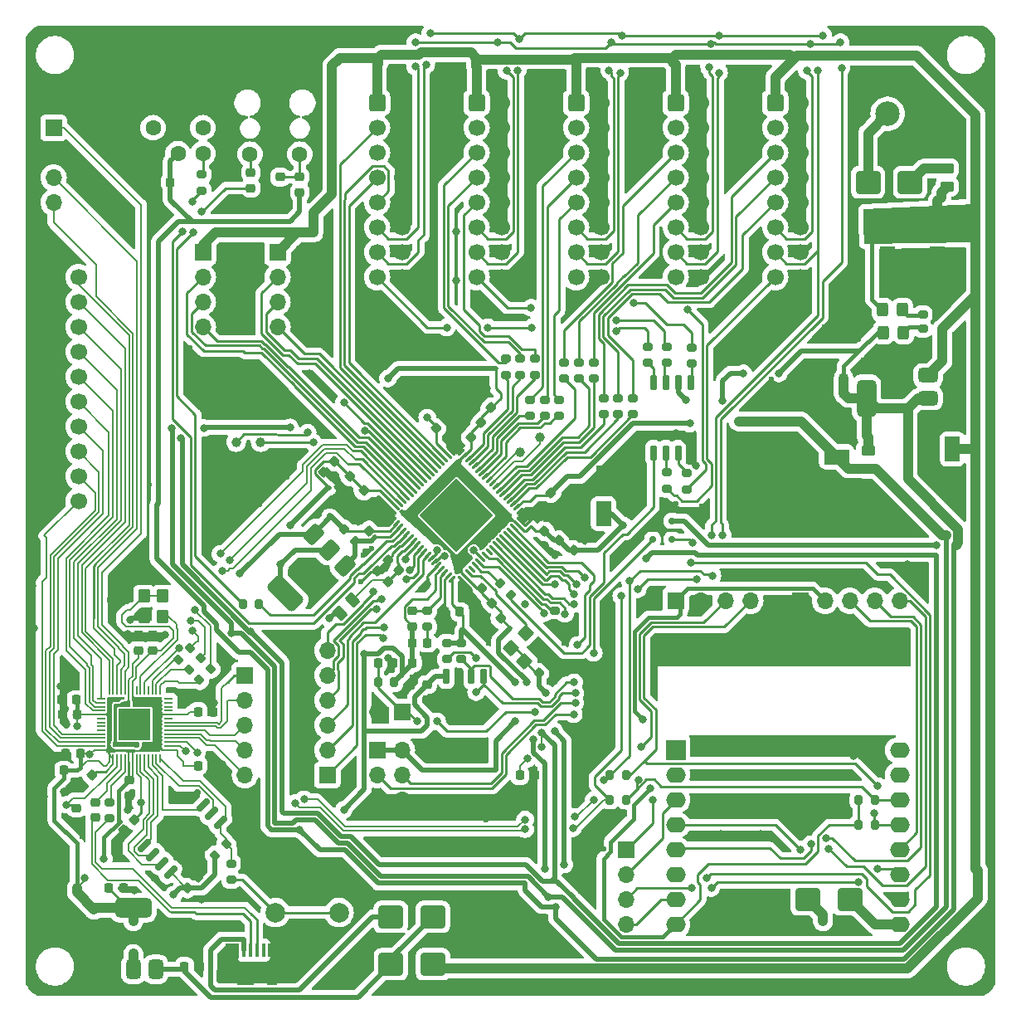
<source format=gbr>
%TF.GenerationSoftware,KiCad,Pcbnew,8.0.6*%
%TF.CreationDate,2024-12-08T12:16:10-08:00*%
%TF.ProjectId,dsp3,64737033-2e6b-4696-9361-645f70636258,rev?*%
%TF.SameCoordinates,Original*%
%TF.FileFunction,Copper,L1,Top*%
%TF.FilePolarity,Positive*%
%FSLAX46Y46*%
G04 Gerber Fmt 4.6, Leading zero omitted, Abs format (unit mm)*
G04 Created by KiCad (PCBNEW 8.0.6) date 2024-12-08 12:16:10*
%MOMM*%
%LPD*%
G01*
G04 APERTURE LIST*
G04 Aperture macros list*
%AMRoundRect*
0 Rectangle with rounded corners*
0 $1 Rounding radius*
0 $2 $3 $4 $5 $6 $7 $8 $9 X,Y pos of 4 corners*
0 Add a 4 corners polygon primitive as box body*
4,1,4,$2,$3,$4,$5,$6,$7,$8,$9,$2,$3,0*
0 Add four circle primitives for the rounded corners*
1,1,$1+$1,$2,$3*
1,1,$1+$1,$4,$5*
1,1,$1+$1,$6,$7*
1,1,$1+$1,$8,$9*
0 Add four rect primitives between the rounded corners*
20,1,$1+$1,$2,$3,$4,$5,0*
20,1,$1+$1,$4,$5,$6,$7,0*
20,1,$1+$1,$6,$7,$8,$9,0*
20,1,$1+$1,$8,$9,$2,$3,0*%
%AMRotRect*
0 Rectangle, with rotation*
0 The origin of the aperture is its center*
0 $1 length*
0 $2 width*
0 $3 Rotation angle, in degrees counterclockwise*
0 Add horizontal line*
21,1,$1,$2,0,0,$3*%
G04 Aperture macros list end*
%TA.AperFunction,SMDPad,CuDef*%
%ADD10RoundRect,0.200000X0.275000X-0.200000X0.275000X0.200000X-0.275000X0.200000X-0.275000X-0.200000X0*%
%TD*%
%TA.AperFunction,SMDPad,CuDef*%
%ADD11RoundRect,0.200000X0.200000X0.275000X-0.200000X0.275000X-0.200000X-0.275000X0.200000X-0.275000X0*%
%TD*%
%TA.AperFunction,SMDPad,CuDef*%
%ADD12RoundRect,0.175000X-0.175000X-0.325000X0.175000X-0.325000X0.175000X0.325000X-0.175000X0.325000X0*%
%TD*%
%TA.AperFunction,SMDPad,CuDef*%
%ADD13RoundRect,0.150000X-0.200000X-0.150000X0.200000X-0.150000X0.200000X0.150000X-0.200000X0.150000X0*%
%TD*%
%TA.AperFunction,SMDPad,CuDef*%
%ADD14RoundRect,0.225000X-0.250000X0.225000X-0.250000X-0.225000X0.250000X-0.225000X0.250000X0.225000X0*%
%TD*%
%TA.AperFunction,SMDPad,CuDef*%
%ADD15RoundRect,0.225000X0.225000X0.250000X-0.225000X0.250000X-0.225000X-0.250000X0.225000X-0.250000X0*%
%TD*%
%TA.AperFunction,SMDPad,CuDef*%
%ADD16C,1.000000*%
%TD*%
%TA.AperFunction,ComponentPad*%
%ADD17C,1.600000*%
%TD*%
%TA.AperFunction,ComponentPad*%
%ADD18R,1.700000X1.700000*%
%TD*%
%TA.AperFunction,ComponentPad*%
%ADD19O,1.700000X1.700000*%
%TD*%
%TA.AperFunction,SMDPad,CuDef*%
%ADD20RoundRect,0.225000X-0.017678X0.335876X-0.335876X0.017678X0.017678X-0.335876X0.335876X-0.017678X0*%
%TD*%
%TA.AperFunction,SMDPad,CuDef*%
%ADD21RoundRect,0.225000X0.250000X-0.225000X0.250000X0.225000X-0.250000X0.225000X-0.250000X-0.225000X0*%
%TD*%
%TA.AperFunction,SMDPad,CuDef*%
%ADD22RoundRect,0.225000X-0.225000X-0.250000X0.225000X-0.250000X0.225000X0.250000X-0.225000X0.250000X0*%
%TD*%
%TA.AperFunction,SMDPad,CuDef*%
%ADD23RoundRect,0.250000X0.550000X-1.050000X0.550000X1.050000X-0.550000X1.050000X-0.550000X-1.050000X0*%
%TD*%
%TA.AperFunction,SMDPad,CuDef*%
%ADD24RoundRect,0.200000X-0.200000X-0.275000X0.200000X-0.275000X0.200000X0.275000X-0.200000X0.275000X0*%
%TD*%
%TA.AperFunction,SMDPad,CuDef*%
%ADD25RoundRect,0.218750X-0.256250X0.218750X-0.256250X-0.218750X0.256250X-0.218750X0.256250X0.218750X0*%
%TD*%
%TA.AperFunction,SMDPad,CuDef*%
%ADD26RoundRect,0.150000X0.150000X-0.650000X0.150000X0.650000X-0.150000X0.650000X-0.150000X-0.650000X0*%
%TD*%
%TA.AperFunction,SMDPad,CuDef*%
%ADD27RoundRect,0.200000X-0.335876X-0.053033X-0.053033X-0.335876X0.335876X0.053033X0.053033X0.335876X0*%
%TD*%
%TA.AperFunction,ComponentPad*%
%ADD28RoundRect,0.250000X-0.600000X-0.600000X0.600000X-0.600000X0.600000X0.600000X-0.600000X0.600000X0*%
%TD*%
%TA.AperFunction,ComponentPad*%
%ADD29C,1.700000*%
%TD*%
%TA.AperFunction,SMDPad,CuDef*%
%ADD30RoundRect,0.120000X-0.035355X-0.714178X0.714178X0.035355X0.035355X0.714178X-0.714178X-0.035355X0*%
%TD*%
%TA.AperFunction,SMDPad,CuDef*%
%ADD31RoundRect,0.200000X0.053033X-0.335876X0.335876X-0.053033X-0.053033X0.335876X-0.335876X0.053033X0*%
%TD*%
%TA.AperFunction,ComponentPad*%
%ADD32O,2.000000X1.600000*%
%TD*%
%TA.AperFunction,ComponentPad*%
%ADD33R,2.000000X2.000000*%
%TD*%
%TA.AperFunction,SMDPad,CuDef*%
%ADD34RoundRect,0.250000X-0.550000X1.050000X-0.550000X-1.050000X0.550000X-1.050000X0.550000X1.050000X0*%
%TD*%
%TA.AperFunction,SMDPad,CuDef*%
%ADD35RoundRect,0.250000X1.000000X0.900000X-1.000000X0.900000X-1.000000X-0.900000X1.000000X-0.900000X0*%
%TD*%
%TA.AperFunction,SMDPad,CuDef*%
%ADD36RoundRect,0.120000X-0.480000X0.530000X-0.480000X-0.530000X0.480000X-0.530000X0.480000X0.530000X0*%
%TD*%
%TA.AperFunction,SMDPad,CuDef*%
%ADD37RoundRect,0.062500X-0.220971X-0.309359X0.309359X0.220971X0.220971X0.309359X-0.309359X-0.220971X0*%
%TD*%
%TA.AperFunction,SMDPad,CuDef*%
%ADD38RoundRect,0.062500X0.220971X-0.309359X0.309359X-0.220971X-0.220971X0.309359X-0.309359X0.220971X0*%
%TD*%
%TA.AperFunction,HeatsinkPad*%
%ADD39RotRect,5.300000X5.300000X45.000000*%
%TD*%
%TA.AperFunction,SMDPad,CuDef*%
%ADD40RoundRect,0.225000X-0.335876X-0.017678X-0.017678X-0.335876X0.335876X0.017678X0.017678X0.335876X0*%
%TD*%
%TA.AperFunction,SMDPad,CuDef*%
%ADD41RoundRect,0.150000X0.353553X0.565685X-0.565685X-0.353553X-0.353553X-0.565685X0.565685X0.353553X0*%
%TD*%
%TA.AperFunction,SMDPad,CuDef*%
%ADD42RoundRect,0.250000X-1.000000X-0.900000X1.000000X-0.900000X1.000000X0.900000X-1.000000X0.900000X0*%
%TD*%
%TA.AperFunction,SMDPad,CuDef*%
%ADD43RoundRect,0.375000X0.176777X0.707107X-0.707107X-0.176777X-0.176777X-0.707107X0.707107X0.176777X0*%
%TD*%
%TA.AperFunction,SMDPad,CuDef*%
%ADD44RoundRect,0.500000X-0.636396X1.343503X-1.343503X0.636396X0.636396X-1.343503X1.343503X-0.636396X0*%
%TD*%
%TA.AperFunction,WasherPad*%
%ADD45C,1.600000*%
%TD*%
%TA.AperFunction,SMDPad,CuDef*%
%ADD46RoundRect,0.250000X-0.450000X0.262500X-0.450000X-0.262500X0.450000X-0.262500X0.450000X0.262500X0*%
%TD*%
%TA.AperFunction,SMDPad,CuDef*%
%ADD47RoundRect,0.200000X-0.275000X0.200000X-0.275000X-0.200000X0.275000X-0.200000X0.275000X0.200000X0*%
%TD*%
%TA.AperFunction,SMDPad,CuDef*%
%ADD48RoundRect,0.225000X0.335876X0.017678X0.017678X0.335876X-0.335876X-0.017678X-0.017678X-0.335876X0*%
%TD*%
%TA.AperFunction,SMDPad,CuDef*%
%ADD49RoundRect,0.375000X0.625000X0.375000X-0.625000X0.375000X-0.625000X-0.375000X0.625000X-0.375000X0*%
%TD*%
%TA.AperFunction,SMDPad,CuDef*%
%ADD50RoundRect,0.500000X0.500000X1.400000X-0.500000X1.400000X-0.500000X-1.400000X0.500000X-1.400000X0*%
%TD*%
%TA.AperFunction,SMDPad,CuDef*%
%ADD51RoundRect,0.225000X0.017678X-0.335876X0.335876X-0.017678X-0.017678X0.335876X-0.335876X0.017678X0*%
%TD*%
%TA.AperFunction,SMDPad,CuDef*%
%ADD52RoundRect,0.375000X0.375000X-0.625000X0.375000X0.625000X-0.375000X0.625000X-0.375000X-0.625000X0*%
%TD*%
%TA.AperFunction,SMDPad,CuDef*%
%ADD53RoundRect,0.500000X1.400000X-0.500000X1.400000X0.500000X-1.400000X0.500000X-1.400000X-0.500000X0*%
%TD*%
%TA.AperFunction,SMDPad,CuDef*%
%ADD54RoundRect,0.200000X0.335876X0.053033X0.053033X0.335876X-0.335876X-0.053033X-0.053033X-0.335876X0*%
%TD*%
%TA.AperFunction,SMDPad,CuDef*%
%ADD55R,0.450000X1.380000*%
%TD*%
%TA.AperFunction,SMDPad,CuDef*%
%ADD56R,1.650000X1.300000*%
%TD*%
%TA.AperFunction,SMDPad,CuDef*%
%ADD57R,1.425000X1.550000*%
%TD*%
%TA.AperFunction,SMDPad,CuDef*%
%ADD58R,1.800000X1.900000*%
%TD*%
%TA.AperFunction,SMDPad,CuDef*%
%ADD59R,1.000000X1.900000*%
%TD*%
%TA.AperFunction,ComponentPad*%
%ADD60C,2.500000*%
%TD*%
%TA.AperFunction,ComponentPad*%
%ADD61C,2.000000*%
%TD*%
%TA.AperFunction,SMDPad,CuDef*%
%ADD62RoundRect,0.250000X0.325000X0.450000X-0.325000X0.450000X-0.325000X-0.450000X0.325000X-0.450000X0*%
%TD*%
%TA.AperFunction,SMDPad,CuDef*%
%ADD63RoundRect,0.050000X0.387500X0.050000X-0.387500X0.050000X-0.387500X-0.050000X0.387500X-0.050000X0*%
%TD*%
%TA.AperFunction,SMDPad,CuDef*%
%ADD64RoundRect,0.050000X0.050000X0.387500X-0.050000X0.387500X-0.050000X-0.387500X0.050000X-0.387500X0*%
%TD*%
%TA.AperFunction,HeatsinkPad*%
%ADD65R,3.200000X3.200000*%
%TD*%
%TA.AperFunction,SMDPad,CuDef*%
%ADD66RoundRect,0.250000X1.050000X0.550000X-1.050000X0.550000X-1.050000X-0.550000X1.050000X-0.550000X0*%
%TD*%
%TA.AperFunction,SMDPad,CuDef*%
%ADD67RoundRect,0.218750X0.256250X-0.218750X0.256250X0.218750X-0.256250X0.218750X-0.256250X-0.218750X0*%
%TD*%
%TA.AperFunction,SMDPad,CuDef*%
%ADD68RoundRect,0.250000X0.132583X-0.503814X0.503814X-0.132583X-0.132583X0.503814X-0.503814X0.132583X0*%
%TD*%
%TA.AperFunction,ViaPad*%
%ADD69C,0.800000*%
%TD*%
%TA.AperFunction,ViaPad*%
%ADD70C,0.600000*%
%TD*%
%TA.AperFunction,Conductor*%
%ADD71C,0.250000*%
%TD*%
%TA.AperFunction,Conductor*%
%ADD72C,0.500000*%
%TD*%
%TA.AperFunction,Conductor*%
%ADD73C,0.200000*%
%TD*%
%TA.AperFunction,Conductor*%
%ADD74C,1.000000*%
%TD*%
%TA.AperFunction,Conductor*%
%ADD75C,0.400000*%
%TD*%
G04 APERTURE END LIST*
D10*
%TO.P,R16,1*%
%TO.N,/DSP/MCLK3*%
X85500000Y-82425000D03*
%TO.P,R16,2*%
%TO.N,Net-(J4-Pin_15)*%
X85500000Y-80775000D03*
%TD*%
D11*
%TO.P,R24,1*%
%TO.N,V33*%
X57650000Y-115000000D03*
%TO.P,R24,2*%
%TO.N,/DSP/SELFBOOT*%
X56000000Y-115000000D03*
%TD*%
D10*
%TO.P,R12,1*%
%TO.N,/DSP/MCLK2*%
X88000000Y-82500000D03*
%TO.P,R12,2*%
%TO.N,Net-(J3-Pin_15)*%
X88000000Y-80850000D03*
%TD*%
%TO.P,R26,1*%
%TO.N,/DSP/MCLK4*%
X83500000Y-82400000D03*
%TO.P,R26,2*%
%TO.N,Net-(J7-Pin_15)*%
X83500000Y-80750000D03*
%TD*%
D12*
%TO.P,U8,1,GND*%
%TO.N,GND*%
X84000000Y-98750000D03*
D13*
%TO.P,U8,2,~{RESET}*%
%TO.N,/DSP/~{DSPRESET_SUPERVISED}*%
X84000000Y-100450000D03*
%TO.P,U8,3,~{MR}*%
%TO.N,/DSP/~{DSPRESET}*%
X86000000Y-100450000D03*
%TO.P,U8,4,VCC*%
%TO.N,V33*%
X86000000Y-98550000D03*
%TD*%
D14*
%TO.P,C49,1*%
%TO.N,/rp2040/PI_3V3*%
X30568750Y-125000000D03*
%TO.P,C49,2*%
%TO.N,GND*%
X30568750Y-126550000D03*
%TD*%
D15*
%TO.P,C3,1*%
%TO.N,V33*%
X34775000Y-64000000D03*
%TO.P,C3,2*%
%TO.N,GND*%
X33225000Y-64000000D03*
%TD*%
D10*
%TO.P,R10,1*%
%TO.N,/DSP/I2S2_SCLK*%
X73000000Y-87825000D03*
%TO.P,R10,2*%
%TO.N,Net-(J3-Pin_7)*%
X73000000Y-86175000D03*
%TD*%
D16*
%TO.P,TP3,1,1*%
%TO.N,/DSP/MP6*%
X72500000Y-90000000D03*
%TD*%
D17*
%TO.P,U7,1,VOUT*%
%TO.N,Net-(U7-VOUT)*%
X42920000Y-61120000D03*
%TO.P,U7,2,GND*%
%TO.N,GND*%
X45460000Y-61120000D03*
%TO.P,U7,3,VCC*%
%TO.N,Net-(U7-VCC)*%
X48000000Y-61120000D03*
%TD*%
D18*
%TO.P,J5,1,Pin_1*%
%TO.N,GND*%
X99060000Y-106680000D03*
D19*
%TO.P,J5,2,Pin_2*%
%TO.N,/ESP8266/MCU_V33*%
X101600000Y-106680000D03*
%TO.P,J5,3,Pin_3*%
%TO.N,/ESP8266/SW*%
X104139999Y-106680000D03*
%TO.P,J5,4,Pin_4*%
%TO.N,/ESP8266/ENCODER2*%
X106680000Y-106680000D03*
%TO.P,J5,5,Pin_5*%
%TO.N,/ESP8266/ENCODER1*%
X109220000Y-106680000D03*
%TD*%
D20*
%TO.P,C15,1*%
%TO.N,/DSP/DVDD*%
X53096016Y-93951992D03*
%TO.P,C15,2*%
%TO.N,GND*%
X52000000Y-95048008D03*
%TD*%
D14*
%TO.P,C36,1*%
%TO.N,V33*%
X61000000Y-115225000D03*
%TO.P,C36,2*%
%TO.N,GND*%
X61000000Y-116775000D03*
%TD*%
D10*
%TO.P,R14,1*%
%TO.N,/DSP/I2S3_SCLK*%
X70500000Y-83650000D03*
%TO.P,R14,2*%
%TO.N,Net-(J4-Pin_7)*%
X70500000Y-82000000D03*
%TD*%
D21*
%TO.P,C38,1*%
%TO.N,GND*%
X46000000Y-65000000D03*
%TO.P,C38,2*%
%TO.N,Net-(U7-VCC)*%
X46000000Y-63450000D03*
%TD*%
D22*
%TO.P,C37,1*%
%TO.N,/DSP/SELFBOOT*%
X56000000Y-113000000D03*
%TO.P,C37,2*%
%TO.N,GND*%
X57550000Y-113000000D03*
%TD*%
D23*
%TO.P,C35,1*%
%TO.N,/DSP/DVDD*%
X79000000Y-97800000D03*
%TO.P,C35,2*%
%TO.N,GND*%
X79000000Y-94200000D03*
%TD*%
D10*
%TO.P,R2,1*%
%TO.N,/DSP/I2S0_SCLK*%
X80500000Y-87650000D03*
%TO.P,R2,2*%
%TO.N,Net-(J1-Pin_7)*%
X80500000Y-86000000D03*
%TD*%
D24*
%TO.P,R18,1*%
%TO.N,/ESP8266/MCU_V33*%
X105030000Y-129540000D03*
%TO.P,R18,2*%
%TO.N,/ESP8266/MCU_SDA*%
X106680000Y-129540000D03*
%TD*%
D25*
%TO.P,L4,1,1*%
%TO.N,Net-(U7-VCC)*%
X48000000Y-63424998D03*
%TO.P,L4,2,2*%
%TO.N,V33*%
X48000000Y-65000000D03*
%TD*%
D26*
%TO.P,U2,1,BUF_IN*%
%TO.N,/DSP/MCLK_DSP*%
X84095000Y-91600000D03*
%TO.P,U2,2,OUT1*%
%TO.N,/DSP/MCLK0*%
X85365000Y-91600000D03*
%TO.P,U2,3,OUT2*%
%TO.N,/DSP/MCLK1*%
X86635000Y-91600000D03*
%TO.P,U2,4,GND*%
%TO.N,GND*%
X87905000Y-91600000D03*
%TO.P,U2,5,OUT3*%
%TO.N,/DSP/MCLK2*%
X87905000Y-84400000D03*
%TO.P,U2,6,VDD*%
%TO.N,V33*%
X86635000Y-84400000D03*
%TO.P,U2,7,OUT4*%
%TO.N,/DSP/MCLK3*%
X85365000Y-84400000D03*
%TO.P,U2,8,OUT5*%
%TO.N,/DSP/MCLK4*%
X84095000Y-84400000D03*
%TD*%
D10*
%TO.P,R3,1*%
%TO.N,/DSP/I2S0_LR*%
X82000000Y-87650000D03*
%TO.P,R3,2*%
%TO.N,Net-(J1-Pin_9)*%
X82000000Y-86000000D03*
%TD*%
D15*
%TO.P,C20,1*%
%TO.N,/DSP/IOVDD*%
X64323223Y-107823223D03*
%TO.P,C20,2*%
%TO.N,GND*%
X62773223Y-107823223D03*
%TD*%
D27*
%TO.P,R27,1*%
%TO.N,Net-(U1-CLKOUT)*%
X68416637Y-104916637D03*
%TO.P,R27,2*%
%TO.N,/DSP/MCLK_DSP*%
X69583363Y-106083363D03*
%TD*%
D10*
%TO.P,R30,1*%
%TO.N,Net-(D1-K)*%
X111600000Y-77450000D03*
%TO.P,R30,2*%
%TO.N,GND*%
X111600000Y-75800000D03*
%TD*%
D18*
%TO.P,J17,1,Pin_1*%
%TO.N,/rp2040/SWCLK*%
X22860000Y-58420000D03*
D19*
%TO.P,J17,2,Pin_2*%
%TO.N,GND*%
X22860000Y-60960000D03*
%TO.P,J17,3,Pin_3*%
%TO.N,/rp2040/SWD*%
X22860000Y-63500000D03*
%TO.P,J17,4,Pin_4*%
%TO.N,/rp2040/RUN*%
X22860000Y-66040000D03*
%TD*%
D28*
%TO.P,J3,1,Pin_1*%
%TO.N,/RAW_5V*%
X76200000Y-55880000D03*
D29*
%TO.P,J3,2,Pin_2*%
%TO.N,GND*%
X78740000Y-55880000D03*
%TO.P,J3,3,Pin_3*%
%TO.N,/DSP/dspconnector2/TODSP*%
X76200000Y-58420000D03*
%TO.P,J3,4,Pin_4*%
%TO.N,GND*%
X78740000Y-58420000D03*
%TO.P,J3,5,Pin_5*%
%TO.N,Net-(J3-Pin_5)*%
X76200000Y-60960000D03*
%TO.P,J3,6,Pin_6*%
%TO.N,GND*%
X78740000Y-60960000D03*
%TO.P,J3,7,Pin_7*%
%TO.N,Net-(J3-Pin_7)*%
X76200000Y-63500000D03*
%TO.P,J3,8,Pin_8*%
%TO.N,GND*%
X78740000Y-63500000D03*
%TO.P,J3,9,Pin_9*%
%TO.N,Net-(J3-Pin_9)*%
X76200000Y-66040000D03*
%TO.P,J3,10,Pin_10*%
%TO.N,GND*%
X78740000Y-66040000D03*
%TO.P,J3,11,Pin_11*%
%TO.N,/DSP/SDA*%
X76200000Y-68580000D03*
%TO.P,J3,12,Pin_12*%
%TO.N,GND*%
X78740000Y-68580000D03*
%TO.P,J3,13,Pin_13*%
%TO.N,/DSP/SCL*%
X76200000Y-71120000D03*
%TO.P,J3,14,Pin_14*%
%TO.N,GND*%
X78740000Y-71120000D03*
%TO.P,J3,15,Pin_15*%
%TO.N,Net-(J3-Pin_15)*%
X76200000Y-73660000D03*
%TO.P,J3,16,Pin_16*%
%TO.N,GND*%
X78740000Y-73660000D03*
%TD*%
D30*
%TO.P,U9,1,EN*%
%TO.N,V33*%
X70929289Y-112828428D03*
%TO.P,U9,2,GND*%
%TO.N,GND*%
X72414214Y-111343503D03*
%TO.P,U9,3,OUT*%
%TO.N,/DSP/XTALIN{slash}MCLK*%
X71070711Y-110000000D03*
%TO.P,U9,4,VDD*%
%TO.N,V33*%
X69585786Y-111484925D03*
%TD*%
D21*
%TO.P,C23,1*%
%TO.N,V33*%
X59500000Y-109275000D03*
%TO.P,C23,2*%
%TO.N,Net-(U1-PLLFILT)*%
X59500000Y-107725000D03*
%TD*%
D22*
%TO.P,C44,1*%
%TO.N,/rp2040/PI_3V3*%
X37618750Y-123500000D03*
%TO.P,C44,2*%
%TO.N,GND*%
X39168750Y-123500000D03*
%TD*%
D28*
%TO.P,J1,1,Pin_1*%
%TO.N,/RAW_5V*%
X96520000Y-55880000D03*
D29*
%TO.P,J1,2,Pin_2*%
%TO.N,GND*%
X99060000Y-55880000D03*
%TO.P,J1,3,Pin_3*%
%TO.N,/DSP/dspconnector/TODSP*%
X96520000Y-58420000D03*
%TO.P,J1,4,Pin_4*%
%TO.N,GND*%
X99060000Y-58420000D03*
%TO.P,J1,5,Pin_5*%
%TO.N,Net-(J1-Pin_5)*%
X96520000Y-60960000D03*
%TO.P,J1,6,Pin_6*%
%TO.N,GND*%
X99060000Y-60960000D03*
%TO.P,J1,7,Pin_7*%
%TO.N,Net-(J1-Pin_7)*%
X96520000Y-63500000D03*
%TO.P,J1,8,Pin_8*%
%TO.N,GND*%
X99060000Y-63500000D03*
%TO.P,J1,9,Pin_9*%
%TO.N,Net-(J1-Pin_9)*%
X96520000Y-66040000D03*
%TO.P,J1,10,Pin_10*%
%TO.N,GND*%
X99060000Y-66040000D03*
%TO.P,J1,11,Pin_11*%
%TO.N,/DSP/SDA*%
X96520000Y-68580000D03*
%TO.P,J1,12,Pin_12*%
%TO.N,GND*%
X99060000Y-68580000D03*
%TO.P,J1,13,Pin_13*%
%TO.N,/DSP/SCL*%
X96520000Y-71120000D03*
%TO.P,J1,14,Pin_14*%
%TO.N,GND*%
X99060000Y-71120000D03*
%TO.P,J1,15,Pin_15*%
%TO.N,Net-(J1-Pin_15)*%
X96520000Y-73660000D03*
%TO.P,J1,16,Pin_16*%
%TO.N,GND*%
X99060000Y-73660000D03*
%TD*%
D18*
%TO.P,J13,1,Pin_1*%
%TO.N,/DSP/SELFBOOT*%
X58420000Y-118000000D03*
D19*
%TO.P,J13,2,Pin_2*%
%TO.N,GND*%
X55880000Y-118000000D03*
%TD*%
D31*
%TO.P,R33,1*%
%TO.N,/rp2040/PI_3V3*%
X39333274Y-132666726D03*
%TO.P,R33,2*%
%TO.N,/rp2040/QSPI_SS*%
X40500000Y-131500000D03*
%TD*%
D28*
%TO.P,J2,1,Pin_1*%
%TO.N,/RAW_5V*%
X86360000Y-55880000D03*
D29*
%TO.P,J2,2,Pin_2*%
%TO.N,GND*%
X88900000Y-55880000D03*
%TO.P,J2,3,Pin_3*%
%TO.N,/DSP/dspconnector1/TODSP*%
X86360000Y-58420000D03*
%TO.P,J2,4,Pin_4*%
%TO.N,GND*%
X88900000Y-58420000D03*
%TO.P,J2,5,Pin_5*%
%TO.N,Net-(J2-Pin_5)*%
X86360000Y-60960000D03*
%TO.P,J2,6,Pin_6*%
%TO.N,GND*%
X88900000Y-60960000D03*
%TO.P,J2,7,Pin_7*%
%TO.N,Net-(J2-Pin_7)*%
X86360000Y-63500000D03*
%TO.P,J2,8,Pin_8*%
%TO.N,GND*%
X88900000Y-63500000D03*
%TO.P,J2,9,Pin_9*%
%TO.N,Net-(J2-Pin_9)*%
X86360000Y-66040000D03*
%TO.P,J2,10,Pin_10*%
%TO.N,GND*%
X88900000Y-66040000D03*
%TO.P,J2,11,Pin_11*%
%TO.N,/DSP/SDA*%
X86360000Y-68580000D03*
%TO.P,J2,12,Pin_12*%
%TO.N,GND*%
X88900000Y-68580000D03*
%TO.P,J2,13,Pin_13*%
%TO.N,/DSP/SCL*%
X86360000Y-71120000D03*
%TO.P,J2,14,Pin_14*%
%TO.N,GND*%
X88900000Y-71120000D03*
%TO.P,J2,15,Pin_15*%
%TO.N,Net-(J2-Pin_15)*%
X86360000Y-73660000D03*
%TO.P,J2,16,Pin_16*%
%TO.N,GND*%
X88900000Y-73660000D03*
%TD*%
D28*
%TO.P,J18,1,Pin_1*%
%TO.N,GND*%
X22860000Y-73660000D03*
D29*
%TO.P,J18,2,Pin_2*%
%TO.N,/rp2040/GPIO16*%
X25400000Y-73660000D03*
%TO.P,J18,3,Pin_3*%
%TO.N,GND*%
X22860000Y-76200000D03*
%TO.P,J18,4,Pin_4*%
%TO.N,/rp2040/GPIO17*%
X25400000Y-76200000D03*
%TO.P,J18,5,Pin_5*%
%TO.N,GND*%
X22860000Y-78739999D03*
%TO.P,J18,6,Pin_6*%
%TO.N,/rp2040/GPIO18*%
X25400000Y-78740000D03*
%TO.P,J18,7,Pin_7*%
%TO.N,GND*%
X22860000Y-81280000D03*
%TO.P,J18,8,Pin_8*%
%TO.N,/rp2040/GPIO19*%
X25400000Y-81280000D03*
%TO.P,J18,9,Pin_9*%
%TO.N,GND*%
X22860000Y-83820000D03*
%TO.P,J18,10,Pin_10*%
%TO.N,/rp2040/GPIO20*%
X25400000Y-83820000D03*
%TO.P,J18,11,Pin_11*%
%TO.N,GND*%
X22860000Y-86360000D03*
%TO.P,J18,12,Pin_12*%
%TO.N,/rp2040/GPIO21*%
X25400000Y-86360000D03*
%TO.P,J18,13,Pin_13*%
%TO.N,GND*%
X22860000Y-88900000D03*
%TO.P,J18,14,Pin_14*%
%TO.N,/rp2040/GPIO26_ADC0*%
X25400000Y-88900000D03*
%TO.P,J18,15,Pin_15*%
%TO.N,GND*%
X22860000Y-91440001D03*
%TO.P,J18,16,Pin_16*%
%TO.N,/rp2040/GPIO27_ADC1*%
X25400000Y-91440000D03*
%TO.P,J18,17,Pin_17*%
%TO.N,GND*%
X22860000Y-93980000D03*
%TO.P,J18,18,Pin_18*%
%TO.N,/rp2040/GPIO28_ADC2*%
X25400000Y-93980000D03*
%TO.P,J18,19,Pin_19*%
%TO.N,GND*%
X22860000Y-96520000D03*
%TO.P,J18,20,Pin_20*%
%TO.N,/rp2040/GPIO29_ADC3*%
X25400000Y-96520000D03*
%TD*%
D15*
%TO.P,C48,1*%
%TO.N,/rp2040/PI_3V3*%
X23900000Y-124000000D03*
%TO.P,C48,2*%
%TO.N,GND*%
X22350000Y-124000000D03*
%TD*%
D32*
%TO.P,U3,16,TX*%
%TO.N,unconnected-(U3-TX-Pad16)*%
X109220000Y-121920000D03*
%TO.P,U3,15,RX*%
%TO.N,unconnected-(U3-RX-Pad15)*%
X109220000Y-124460000D03*
%TO.P,U3,14,SCL/D1*%
%TO.N,/ESP8266/MCU_SCL*%
X109220000Y-126999999D03*
%TO.P,U3,13,SDA/D2*%
%TO.N,/ESP8266/MCU_SDA*%
X109220000Y-129540000D03*
%TO.P,U3,12,D3*%
%TO.N,/ESP8266/SW*%
X109220000Y-132080000D03*
%TO.P,U3,11,D4*%
%TO.N,/ESP8266/D4*%
X109220000Y-134620000D03*
%TO.P,U3,10,GND*%
%TO.N,GND*%
X109220000Y-137160000D03*
%TO.P,U3,9,5V*%
%TO.N,Net-(D6-K)*%
X109220000Y-139700001D03*
%TO.P,U3,8,3V3*%
%TO.N,/ESP8266/MCU_V33*%
X86360000Y-139700001D03*
%TO.P,U3,7,CS/D8*%
%TO.N,/ESP8266/D8*%
X86360000Y-137160000D03*
%TO.P,U3,6,MOSI/D7*%
%TO.N,/DSP/~{DSPRESET}*%
X86360000Y-134620000D03*
%TO.P,U3,5,MISO/D6*%
%TO.N,/ESP8266/ENCODER2*%
X86360000Y-132080000D03*
%TO.P,U3,4,SCK/D5*%
%TO.N,/ESP8266/ENCODER1*%
X86360000Y-129540000D03*
%TO.P,U3,3,D0*%
%TO.N,/ESP8266/D0*%
X86360000Y-126999999D03*
%TO.P,U3,2,A0*%
%TO.N,/ESP8266/A0*%
X86360000Y-124460000D03*
D33*
%TO.P,U3,1,~{RST}*%
%TO.N,unconnected-(U3-~{RST}-Pad1)*%
X86360000Y-121920000D03*
%TD*%
D34*
%TO.P,C27,1*%
%TO.N,/RAW_5V*%
X114600000Y-91200000D03*
%TO.P,C27,2*%
%TO.N,GND*%
X114600000Y-94800000D03*
%TD*%
D16*
%TO.P,TP1,1,1*%
%TO.N,Net-(U1-THD_P)*%
X44000000Y-90500000D03*
%TD*%
D35*
%TO.P,D3,1,K*%
%TO.N,Net-(D3-K)*%
X110300002Y-64000000D03*
%TO.P,D3,2,A*%
%TO.N,Net-(D3-A)*%
X106000000Y-64000000D03*
%TD*%
D36*
%TO.P,U12,1,EN*%
%TO.N,/rp2040/PI_3V3*%
X32100000Y-106200001D03*
%TO.P,U12,2,GND*%
%TO.N,GND*%
X32100000Y-108300001D03*
%TO.P,U12,3,OUT*%
%TO.N,Net-(U10-XIN)*%
X34000000Y-108300001D03*
%TO.P,U12,4,VDD*%
%TO.N,/rp2040/PI_3V3*%
X34000000Y-106200001D03*
%TD*%
D31*
%TO.P,R37,1*%
%TO.N,Net-(U10-GPIO14)*%
X35633274Y-112666726D03*
%TO.P,R37,2*%
%TO.N,/DSP/EXT_BCLK*%
X36800000Y-111500000D03*
%TD*%
D37*
%TO.P,U1,1,DGND*%
%TO.N,GND*%
X57503456Y-98486136D03*
%TO.P,U1,2,IOVDD*%
%TO.N,/DSP/IOVDD*%
X57857010Y-98839689D03*
%TO.P,U1,3,VDRIVE*%
%TO.N,/DSP/VDRIVE*%
X58210563Y-99193243D03*
%TO.P,U1,4,SPDIFIN*%
%TO.N,/DSP/SPDIFIN*%
X58564117Y-99546796D03*
%TO.P,U1,5,SPDIFOUT*%
%TO.N,/DSP/SPDIFOUT*%
X58917670Y-99900349D03*
%TO.P,U1,6,AGND*%
%TO.N,GND*%
X59271223Y-100253903D03*
%TO.P,U1,7,AVDD*%
%TO.N,/DSP/AVDD*%
X59624777Y-100607456D03*
%TO.P,U1,8,AUXADC0*%
%TO.N,/DSP/AUXADC0*%
X59978330Y-100961010D03*
%TO.P,U1,9,AUXADC1*%
%TO.N,/DSP/AUXADC1*%
X60331884Y-101314563D03*
%TO.P,U1,10,AUXADC2*%
%TO.N,/DSP/AUXADC2*%
X60685437Y-101668116D03*
%TO.P,U1,11,AUXADC3*%
%TO.N,/DSP/AUXADC3*%
X61038990Y-102021670D03*
%TO.P,U1,12,AUXADC4*%
%TO.N,/DSP/AUXADC4*%
X61392544Y-102375223D03*
%TO.P,U1,13,AUXADC5*%
%TO.N,/DSP/AUXADC5*%
X61746097Y-102728777D03*
%TO.P,U1,14,PGND*%
%TO.N,GND*%
X62099651Y-103082330D03*
%TO.P,U1,15,PVDD*%
%TO.N,V33*%
X62453204Y-103435883D03*
%TO.P,U1,16,PLLFILT*%
%TO.N,Net-(U1-PLLFILT)*%
X62806757Y-103789437D03*
%TO.P,U1,17,DGND*%
%TO.N,GND*%
X63160311Y-104142990D03*
%TO.P,U1,18,IOVDD*%
%TO.N,/DSP/IOVDD*%
X63513864Y-104496544D03*
D38*
%TO.P,U1,19,DGND*%
%TO.N,GND*%
X64486136Y-104496544D03*
%TO.P,U1,20,DVDD*%
%TO.N,/DSP/DVDD*%
X64839689Y-104142990D03*
%TO.P,U1,21,XTALIN/MCLK*%
%TO.N,/DSP/XTALIN{slash}MCLK*%
X65193243Y-103789437D03*
%TO.P,U1,22,XTALOUT*%
%TO.N,/DSP/XTALOUT*%
X65546796Y-103435883D03*
%TO.P,U1,23,CLKOUT*%
%TO.N,Net-(U1-CLKOUT)*%
X65900349Y-103082330D03*
%TO.P,U1,24,~{RESET}*%
%TO.N,/DSP/~{DSPRESET_SUPERVISED}*%
X66253903Y-102728777D03*
%TO.P,U1,25,DGND*%
%TO.N,GND*%
X66607456Y-102375223D03*
%TO.P,U1,26,SS_M/MP0*%
%TO.N,Net-(U1-SS_M{slash}MP0)*%
X66961010Y-102021670D03*
%TO.P,U1,27,MOSI_M/MP1*%
%TO.N,unconnected-(U1-MOSI_M{slash}MP1-Pad27)*%
X67314563Y-101668116D03*
%TO.P,U1,28,SCL_M/SCLK_M/MP2*%
%TO.N,/DSP/SCL_M*%
X67668116Y-101314563D03*
%TO.P,U1,29,SDA_M/MISO_M/MP3*%
%TO.N,/DSP/SDA_M*%
X68021670Y-100961010D03*
%TO.P,U1,30,MISO/SDA*%
%TO.N,/DSP/SDA*%
X68375223Y-100607456D03*
%TO.P,U1,31,SCLK/SCL*%
%TO.N,/DSP/SCL*%
X68728777Y-100253903D03*
%TO.P,U1,32,MOSI/ADDR1*%
%TO.N,/DSP/I2CADDR1*%
X69082330Y-99900349D03*
%TO.P,U1,33,SS/ADDR0*%
%TO.N,/DSP/I2CADDR0*%
X69435883Y-99546796D03*
%TO.P,U1,34,SELFBOOT*%
%TO.N,/DSP/SELFBOOT*%
X69789437Y-99193243D03*
%TO.P,U1,35,DVDD*%
%TO.N,/DSP/DVDD*%
X70142990Y-98839689D03*
%TO.P,U1,36,DGND*%
%TO.N,GND*%
X70496544Y-98486136D03*
D37*
%TO.P,U1,37,DGND*%
X70496544Y-97513864D03*
%TO.P,U1,38,IOVDD*%
%TO.N,/DSP/IOVDD*%
X70142990Y-97160311D03*
%TO.P,U1,39,LRCLK_OUT0/MP4*%
%TO.N,/DSP/I2S0_LR*%
X69789437Y-96806757D03*
%TO.P,U1,40,BCLK_OUT0*%
%TO.N,/DSP/I2S0_SCLK*%
X69435883Y-96453204D03*
%TO.P,U1,41,SDATA_OUT0*%
%TO.N,/DSP/I2S0_SDAT*%
X69082330Y-96099651D03*
%TO.P,U1,42,LRCLK_OUT1/MP5*%
%TO.N,/DSP/I2S1_LR*%
X68728777Y-95746097D03*
%TO.P,U1,43,BCLK_OUT1*%
%TO.N,/DSP/I2S1_SCLK*%
X68375223Y-95392544D03*
%TO.P,U1,44,SDATA_OUT1*%
%TO.N,/DSP/I2S1_SDAT*%
X68021670Y-95038990D03*
%TO.P,U1,45,MP6*%
%TO.N,/DSP/MP6*%
X67668116Y-94685437D03*
%TO.P,U1,46,MP7*%
%TO.N,/DSP/MP7*%
X67314563Y-94331884D03*
%TO.P,U1,47,LRCLK_OUT2/MP8*%
%TO.N,/DSP/I2S2_LR*%
X66961010Y-93978330D03*
%TO.P,U1,48,BCLK_OUT2*%
%TO.N,/DSP/I2S2_SCLK*%
X66607456Y-93624777D03*
%TO.P,U1,49,SDATA_OUT2*%
%TO.N,/DSP/I2S2_SDAT*%
X66253903Y-93271223D03*
%TO.P,U1,50,LRCLK_OUT3/MP9*%
%TO.N,/DSP/I2S3_LR*%
X65900349Y-92917670D03*
%TO.P,U1,51,BCLK_OUT3*%
%TO.N,/DSP/I2S3_SCLK*%
X65546796Y-92564117D03*
%TO.P,U1,52,SDATA_OUT3*%
%TO.N,/DSP/I2S3_SDAT*%
X65193243Y-92210563D03*
%TO.P,U1,53,DVDD*%
%TO.N,/DSP/DVDD*%
X64839689Y-91857010D03*
%TO.P,U1,54,DGND*%
%TO.N,GND*%
X64486136Y-91503456D03*
D38*
%TO.P,U1,55,DGND*%
X63513864Y-91503456D03*
%TO.P,U1,56,IOVDD*%
%TO.N,/DSP/IOVDD*%
X63160311Y-91857010D03*
%TO.P,U1,57,BCLK_IN0*%
%TO.N,/DSP/I2SIN0_SCLK*%
X62806757Y-92210563D03*
%TO.P,U1,58,LRCLK_IN0/MP10*%
%TO.N,/DSP/I2SIN0_LR*%
X62453204Y-92564117D03*
%TO.P,U1,59,SDATA_IN0*%
%TO.N,/DSP/I2SIN0_SDAT*%
X62099651Y-92917670D03*
%TO.P,U1,60,BCLK_IN1*%
%TO.N,/DSP/BCLK_IN1*%
X61746097Y-93271223D03*
%TO.P,U1,61,LRCLK_IN1/MP11*%
%TO.N,/DSP/LRCLK_IN1{slash}MP11*%
X61392544Y-93624777D03*
%TO.P,U1,62,SDATA_IN1*%
%TO.N,/DSP/SDATA_IN1*%
X61038990Y-93978330D03*
%TO.P,U1,63,THD_M*%
%TO.N,Net-(U1-THD_M)*%
X60685437Y-94331884D03*
%TO.P,U1,64,THD_P*%
%TO.N,Net-(U1-THD_P)*%
X60331884Y-94685437D03*
%TO.P,U1,65,BCLK_IN2*%
%TO.N,/DSP/BCLK_IN2*%
X59978330Y-95038990D03*
%TO.P,U1,66,LRCLK_IN2/MP12*%
%TO.N,/DSP/LRCLK_IN2{slash}MP12*%
X59624777Y-95392544D03*
%TO.P,U1,67,SDATA_IN2*%
%TO.N,/DSP/SDATA_IN2*%
X59271223Y-95746097D03*
%TO.P,U1,68,BCLK_IN3*%
%TO.N,/DSP/EXT_BCLK*%
X58917670Y-96099651D03*
%TO.P,U1,69,LRCLK_IN3/MP13*%
%TO.N,/DSP/EXT_LRCLK*%
X58564117Y-96453204D03*
%TO.P,U1,70,SDATA_IN3*%
%TO.N,/DSP/EXT_SDATA*%
X58210563Y-96806757D03*
%TO.P,U1,71,DVDD*%
%TO.N,/DSP/DVDD*%
X57857010Y-97160311D03*
%TO.P,U1,72,DGND*%
%TO.N,GND*%
X57503456Y-97513864D03*
D39*
%TO.P,U1,73,EP*%
X64000000Y-98000000D03*
%TD*%
D22*
%TO.P,C24,1*%
%TO.N,V33*%
X59450000Y-111000000D03*
%TO.P,C24,2*%
%TO.N,Net-(C24-Pad2)*%
X61000000Y-111000000D03*
%TD*%
D35*
%TO.P,D4,1,K*%
%TO.N,Net-(D4-K)*%
X61577001Y-138938000D03*
%TO.P,D4,2,A*%
%TO.N,/rp2040/VBUS*%
X57276999Y-138938000D03*
%TD*%
D15*
%TO.P,C28,1*%
%TO.N,V33*%
X103500000Y-85500000D03*
%TO.P,C28,2*%
%TO.N,GND*%
X101950000Y-85500000D03*
%TD*%
D21*
%TO.P,C46,1*%
%TO.N,/rp2040/PI_1V1*%
X31500000Y-111750000D03*
%TO.P,C46,2*%
%TO.N,GND*%
X31500000Y-110200000D03*
%TD*%
D40*
%TO.P,C17,1*%
%TO.N,/DSP/IOVDD*%
X73653984Y-95653984D03*
%TO.P,C17,2*%
%TO.N,GND*%
X74750000Y-96750000D03*
%TD*%
D41*
%TO.P,U13,1,~{CS}*%
%TO.N,/rp2040/QSPI_SS*%
X39892623Y-129301454D03*
%TO.P,U13,2,DO(IO1)*%
%TO.N,/rp2040/QSPI_SD1*%
X38994597Y-128403428D03*
%TO.P,U13,3,IO2*%
%TO.N,/rp2040/QSPI_SD2*%
X38096572Y-127505403D03*
%TO.P,U13,4,GND*%
%TO.N,GND*%
X37198546Y-126607377D03*
%TO.P,U13,5,DI(IO0)*%
%TO.N,/rp2040/QSPI_SD0*%
X32107377Y-131698546D03*
%TO.P,U13,6,CLK*%
%TO.N,/rp2040/QSPI_SCLK*%
X33005403Y-132596572D03*
%TO.P,U13,7,IO3*%
%TO.N,/rp2040/QSPI_SD3*%
X33903428Y-133494597D03*
%TO.P,U13,8,VCC*%
%TO.N,/rp2040/PI_3V3*%
X34801454Y-134392623D03*
%TD*%
D42*
%TO.P,D5,1,K*%
%TO.N,Net-(D4-K)*%
X57295000Y-143764000D03*
%TO.P,D5,2,A*%
%TO.N,/RAW_5V*%
X61595000Y-143764000D03*
%TD*%
D20*
%TO.P,C5,1*%
%TO.N,/DSP/DVDD*%
X66596016Y-105403984D03*
%TO.P,C5,2*%
%TO.N,GND*%
X65500000Y-106500000D03*
%TD*%
D15*
%TO.P,C30,1*%
%TO.N,V33*%
X103500000Y-84000000D03*
%TO.P,C30,2*%
%TO.N,GND*%
X101950000Y-84000000D03*
%TD*%
D31*
%TO.P,R35,1*%
%TO.N,Net-(U10-GPIO12)*%
X37733274Y-114766726D03*
%TO.P,R35,2*%
%TO.N,/DSP/EXT_SDATA*%
X38900000Y-113600000D03*
%TD*%
D43*
%TO.P,Q1,1,B*%
%TO.N,/DSP/VDRIVE*%
X52626346Y-103126345D03*
%TO.P,Q1,2,C*%
%TO.N,/DSP/DVDD*%
X51000000Y-101500000D03*
D44*
X46545228Y-105954772D03*
D43*
%TO.P,Q1,3,E*%
%TO.N,/DSP/IOVDD*%
X49373655Y-99873654D03*
%TD*%
D16*
%TO.P,TP2,1,1*%
%TO.N,Net-(U1-THD_M)*%
X41500000Y-90500000D03*
%TD*%
D15*
%TO.P,C33,1*%
%TO.N,/rp2040/PI_3V3*%
X25600000Y-122300000D03*
%TO.P,C33,2*%
%TO.N,GND*%
X24050000Y-122300000D03*
%TD*%
D45*
%TO.P,U4,*%
%TO.N,*%
X33020000Y-58420000D03*
X38100000Y-58420000D03*
D17*
%TO.P,U4,1,VIN*%
%TO.N,Net-(U4-VIN)*%
X38100000Y-61050000D03*
%TO.P,U4,2,VCC*%
%TO.N,V33*%
X35560000Y-61050000D03*
%TO.P,U4,3,GND*%
%TO.N,GND*%
X33020000Y-61050000D03*
%TD*%
D11*
%TO.P,R28,1*%
%TO.N,/ESP8266/MCU_SDA*%
X81280000Y-124510000D03*
%TO.P,R28,2*%
%TO.N,/DSP/SDA*%
X79630000Y-124510000D03*
%TD*%
D46*
%TO.P,FB1,1*%
%TO.N,Net-(D3-K)*%
X114087500Y-62587500D03*
%TO.P,FB1,2*%
%TO.N,/RAW_5V*%
X114087500Y-64412500D03*
%TD*%
D47*
%TO.P,R4,1*%
%TO.N,/DSP/MCLK0*%
X85500000Y-93600000D03*
%TO.P,R4,2*%
%TO.N,Net-(J1-Pin_15)*%
X85500000Y-95250000D03*
%TD*%
D10*
%TO.P,R23,1*%
%TO.N,GND*%
X74000000Y-109325000D03*
%TO.P,R23,2*%
%TO.N,Net-(U1-SS_M{slash}MP0)*%
X74000000Y-107675000D03*
%TD*%
D18*
%TO.P,J6,1,Pin_1*%
%TO.N,/ESP8266/MCU_V33*%
X86360000Y-106680000D03*
D19*
%TO.P,J6,2,Pin_2*%
%TO.N,GND*%
X88900000Y-106680000D03*
%TO.P,J6,3,Pin_3*%
%TO.N,/ESP8266/MCU_SCL*%
X91439999Y-106680000D03*
%TO.P,J6,4,Pin_4*%
%TO.N,/ESP8266/MCU_SDA*%
X93980000Y-106680000D03*
%TD*%
D24*
%TO.P,R19,1*%
%TO.N,/ESP8266/MCU_V33*%
X105030000Y-127000000D03*
%TO.P,R19,2*%
%TO.N,/ESP8266/MCU_SCL*%
X106680000Y-127000000D03*
%TD*%
D10*
%TO.P,R7,1*%
%TO.N,/DSP/I2S1_LR*%
X78000000Y-84000000D03*
%TO.P,R7,2*%
%TO.N,Net-(J2-Pin_9)*%
X78000000Y-82350000D03*
%TD*%
D22*
%TO.P,C40,1*%
%TO.N,/rp2040/PI_3V3*%
X37618750Y-118000000D03*
%TO.P,C40,2*%
%TO.N,GND*%
X39168750Y-118000000D03*
%TD*%
D15*
%TO.P,C41,1*%
%TO.N,/rp2040/PI_3V3*%
X25175000Y-116800000D03*
%TO.P,C41,2*%
%TO.N,GND*%
X23625000Y-116800000D03*
%TD*%
D22*
%TO.P,C32,1*%
%TO.N,/rp2040/PI_3V3*%
X28450000Y-136000000D03*
%TO.P,C32,2*%
%TO.N,GND*%
X30000000Y-136000000D03*
%TD*%
D47*
%TO.P,R32,1*%
%TO.N,Net-(U10-USB_DP)*%
X28600000Y-127250000D03*
%TO.P,R32,2*%
%TO.N,/rp2040/USB_DP*%
X28600000Y-128900000D03*
%TD*%
D10*
%TO.P,R34,1*%
%TO.N,Net-(SW2-B)*%
X41000000Y-135150000D03*
%TO.P,R34,2*%
%TO.N,/rp2040/QSPI_SS*%
X41000000Y-133500000D03*
%TD*%
D48*
%TO.P,C21,1*%
%TO.N,/DSP/AVDD*%
X57000000Y-104750000D03*
%TO.P,C21,2*%
%TO.N,GND*%
X55903984Y-103653984D03*
%TD*%
D20*
%TO.P,C45,1*%
%TO.N,/rp2040/PI_1V1*%
X31096016Y-129000000D03*
%TO.P,C45,2*%
%TO.N,GND*%
X30000000Y-130096016D03*
%TD*%
D18*
%TO.P,J12,1,Pin_1*%
%TO.N,/DSP/AUXADC5*%
X50800000Y-124460000D03*
D19*
%TO.P,J12,2,Pin_2*%
%TO.N,GND*%
X48260000Y-124460000D03*
%TO.P,J12,3,Pin_3*%
%TO.N,/DSP/AUXADC4*%
X50800000Y-121920000D03*
%TO.P,J12,4,Pin_4*%
%TO.N,GND*%
X48260000Y-121920000D03*
%TO.P,J12,5,Pin_5*%
%TO.N,/DSP/AUXADC3*%
X50800000Y-119380001D03*
%TO.P,J12,6,Pin_6*%
%TO.N,GND*%
X48260000Y-119380000D03*
%TO.P,J12,7,Pin_7*%
%TO.N,/DSP/AUXADC2*%
X50800000Y-116840000D03*
%TO.P,J12,8,Pin_8*%
%TO.N,GND*%
X48260000Y-116840000D03*
%TO.P,J12,9,Pin_9*%
%TO.N,/DSP/AUXADC1*%
X50800000Y-114300000D03*
%TO.P,J12,10,Pin_10*%
%TO.N,GND*%
X48260000Y-114300000D03*
%TO.P,J12,11,Pin_11*%
%TO.N,/DSP/AUXADC0*%
X50800000Y-111760000D03*
%TO.P,J12,12,Pin_12*%
%TO.N,GND*%
X48260000Y-111760000D03*
%TD*%
D16*
%TO.P,TP4,1,1*%
%TO.N,/DSP/MP7*%
X70500000Y-91500000D03*
%TD*%
D47*
%TO.P,R38,1*%
%TO.N,/DSP/IOVDD*%
X63000000Y-111000000D03*
%TO.P,R38,2*%
%TO.N,/DSP/SDA_M*%
X63000000Y-112650000D03*
%TD*%
D49*
%TO.P,U5,1,GND*%
%TO.N,GND*%
X112150000Y-88300000D03*
%TO.P,U5,2,VO*%
%TO.N,V33*%
X112149999Y-86000000D03*
D50*
X105850001Y-86000000D03*
D49*
%TO.P,U5,3,VI*%
%TO.N,/RAW_5V*%
X112150000Y-83700000D03*
%TD*%
D11*
%TO.P,R25,1*%
%TO.N,/DSP/SPDIFIN*%
X43825000Y-107000000D03*
%TO.P,R25,2*%
%TO.N,Net-(L3-Pad1)*%
X42175000Y-107000000D03*
%TD*%
D10*
%TO.P,R6,1*%
%TO.N,/DSP/I2S1_SCLK*%
X76500000Y-84000000D03*
%TO.P,R6,2*%
%TO.N,Net-(J2-Pin_7)*%
X76500000Y-82350000D03*
%TD*%
D51*
%TO.P,C1,1*%
%TO.N,V33*%
X72403984Y-114096016D03*
%TO.P,C1,2*%
%TO.N,GND*%
X73500000Y-113000000D03*
%TD*%
D52*
%TO.P,U11,1,GND*%
%TO.N,GND*%
X28700000Y-144299999D03*
%TO.P,U11,2,VO*%
%TO.N,/rp2040/PI_3V3*%
X31000000Y-144299998D03*
D53*
X31000000Y-138000000D03*
D52*
%TO.P,U11,3,VI*%
%TO.N,Net-(D4-K)*%
X33300000Y-144299999D03*
%TD*%
D54*
%TO.P,R22,1*%
%TO.N,/DSP/VDRIVE*%
X53666726Y-100583363D03*
%TO.P,R22,2*%
%TO.N,/DSP/IOVDD*%
X52500000Y-99416637D03*
%TD*%
D31*
%TO.P,R36,1*%
%TO.N,Net-(U10-GPIO13)*%
X36700000Y-113700000D03*
%TO.P,R36,2*%
%TO.N,/DSP/EXT_LRCLK*%
X37866726Y-112533274D03*
%TD*%
D10*
%TO.P,R5,1*%
%TO.N,/DSP/I2S1_SDAT*%
X75000000Y-84000000D03*
%TO.P,R5,2*%
%TO.N,Net-(J2-Pin_5)*%
X75000000Y-82350000D03*
%TD*%
D55*
%TO.P,J14,1,VBUS*%
%TO.N,/rp2040/VBUS*%
X42325000Y-142339999D03*
%TO.P,J14,2,D-*%
%TO.N,/rp2040/USB_DM*%
X42975000Y-142340000D03*
%TO.P,J14,3,D+*%
%TO.N,/rp2040/USB_DP*%
X43625000Y-142339999D03*
%TO.P,J14,4,ID*%
%TO.N,unconnected-(J14-ID-Pad4)*%
X44275000Y-142340000D03*
%TO.P,J14,5,GND*%
%TO.N,GND*%
X44925000Y-142339999D03*
D56*
%TO.P,J14,6,Shield*%
X40250000Y-145000000D03*
D57*
X41137500Y-142424999D03*
D58*
X42475000Y-144999999D03*
D59*
X45175000Y-145000000D03*
D57*
X46112500Y-142424999D03*
D56*
X47000000Y-145000000D03*
%TD*%
D10*
%TO.P,R11,1*%
%TO.N,/DSP/I2S2_LR*%
X74500000Y-87825000D03*
%TO.P,R11,2*%
%TO.N,Net-(J3-Pin_9)*%
X74500000Y-86175000D03*
%TD*%
D14*
%TO.P,R17,1*%
%TO.N,Net-(U10-USB_DM)*%
X27100000Y-127250000D03*
%TO.P,R17,2*%
%TO.N,/rp2040/USB_DM*%
X27100000Y-128800000D03*
%TD*%
D60*
%TO.P,J15,1,Pin_1*%
%TO.N,GND*%
X113000000Y-57000000D03*
%TO.P,J15,2,Pin_2*%
%TO.N,Net-(D3-A)*%
X108000000Y-57000000D03*
%TD*%
D14*
%TO.P,C47,1*%
%TO.N,/rp2040/PI_1V1*%
X25200000Y-127850000D03*
%TO.P,C47,2*%
%TO.N,GND*%
X25200000Y-129400000D03*
%TD*%
D51*
%TO.P,C10,1*%
%TO.N,/DSP/DVDD*%
X75951992Y-101548008D03*
%TO.P,C10,2*%
%TO.N,GND*%
X77048008Y-100451992D03*
%TD*%
D47*
%TO.P,R39,1*%
%TO.N,/DSP/IOVDD*%
X64500000Y-111000000D03*
%TO.P,R39,2*%
%TO.N,/DSP/SCL_M*%
X64500000Y-112650000D03*
%TD*%
D10*
%TO.P,R9,1*%
%TO.N,/DSP/I2S2_SDAT*%
X71500000Y-87825000D03*
%TO.P,R9,2*%
%TO.N,Net-(J3-Pin_5)*%
X71500000Y-86175000D03*
%TD*%
D61*
%TO.P,SW2,1,A*%
%TO.N,GND*%
X45500000Y-134000000D03*
X52000000Y-134000000D03*
%TO.P,SW2,2,B*%
%TO.N,Net-(SW2-B)*%
X45500000Y-138500000D03*
X52000000Y-138500000D03*
%TD*%
D15*
%TO.P,C42,1*%
%TO.N,/rp2040/PI_3V3*%
X25300000Y-118300000D03*
%TO.P,C42,2*%
%TO.N,GND*%
X23750000Y-118300000D03*
%TD*%
D62*
%TO.P,D1,1,K*%
%TO.N,Net-(D1-K)*%
X109524999Y-77000000D03*
%TO.P,D1,2,A*%
%TO.N,/RAW_5V*%
X107475001Y-77000000D03*
%TD*%
D47*
%TO.P,R31,1*%
%TO.N,Net-(D2-K)*%
X111600000Y-78950000D03*
%TO.P,R31,2*%
%TO.N,GND*%
X111600000Y-80600000D03*
%TD*%
D35*
%TO.P,D6,1,K*%
%TO.N,Net-(D6-K)*%
X104140001Y-137160000D03*
%TO.P,D6,2,A*%
%TO.N,/RAW_5V*%
X99839999Y-137160000D03*
%TD*%
D20*
%TO.P,C16,1*%
%TO.N,/DSP/DVDD*%
X51548008Y-92451992D03*
%TO.P,C16,2*%
%TO.N,GND*%
X50451992Y-93548008D03*
%TD*%
D18*
%TO.P,J10,1,Pin_1*%
%TO.N,/RAW_5V*%
X45720000Y-71120000D03*
D19*
%TO.P,J10,2,Pin_2*%
%TO.N,GND*%
X48260000Y-71120000D03*
%TO.P,J10,3,Pin_3*%
%TO.N,/DSP/SDATA_IN1*%
X45720000Y-73660000D03*
%TO.P,J10,4,Pin_4*%
%TO.N,GND*%
X48260000Y-73660000D03*
%TO.P,J10,5,Pin_5*%
%TO.N,/DSP/LRCLK_IN1{slash}MP11*%
X45720000Y-76200000D03*
%TO.P,J10,6,Pin_6*%
%TO.N,GND*%
X48260000Y-76200000D03*
%TO.P,J10,7,Pin_7*%
%TO.N,/DSP/BCLK_IN1*%
X45720000Y-78740000D03*
%TO.P,J10,8,Pin_8*%
%TO.N,GND*%
X48260000Y-78740000D03*
%TD*%
D10*
%TO.P,R1,1*%
%TO.N,/DSP/I2S0_SDAT*%
X79000000Y-87650000D03*
%TO.P,R1,2*%
%TO.N,Net-(J1-Pin_5)*%
X79000000Y-86000000D03*
%TD*%
D63*
%TO.P,U10,1,IOVDD*%
%TO.N,/rp2040/PI_3V3*%
X34581250Y-121900000D03*
%TO.P,U10,2,GPIO0*%
%TO.N,/DSP/SDA*%
X34581250Y-121499999D03*
%TO.P,U10,3,GPIO1*%
%TO.N,/DSP/SCL*%
X34581250Y-121100000D03*
%TO.P,U10,4,GPIO2*%
%TO.N,/rp2040/GPIO2*%
X34581250Y-120700000D03*
%TO.P,U10,5,GPIO3*%
%TO.N,/rp2040/GPIO3*%
X34581250Y-120300000D03*
%TO.P,U10,6,GPIO4*%
%TO.N,/rp2040/GPIO4*%
X34581250Y-119900001D03*
%TO.P,U10,7,GPIO5*%
%TO.N,/rp2040/GPIO5*%
X34581250Y-119500000D03*
%TO.P,U10,8,GPIO6*%
%TO.N,/rp2040/GPIO6*%
X34581250Y-119100000D03*
%TO.P,U10,9,GPIO7*%
%TO.N,/rp2040/GPIO7*%
X34581250Y-118699999D03*
%TO.P,U10,10,IOVDD*%
%TO.N,/rp2040/PI_3V3*%
X34581250Y-118300000D03*
%TO.P,U10,11,GPIO8*%
%TO.N,/rp2040/GPIO8*%
X34581250Y-117900000D03*
%TO.P,U10,12,GPIO9*%
%TO.N,/rp2040/GPIO9*%
X34581250Y-117500000D03*
%TO.P,U10,13,GPIO10*%
%TO.N,/rp2040/GPIO10*%
X34581250Y-117100001D03*
%TO.P,U10,14,GPIO11*%
%TO.N,/rp2040/GPIO11*%
X34581250Y-116700000D03*
D64*
%TO.P,U10,15,GPIO12*%
%TO.N,Net-(U10-GPIO12)*%
X33743750Y-115862500D03*
%TO.P,U10,16,GPIO13*%
%TO.N,Net-(U10-GPIO13)*%
X33343749Y-115862500D03*
%TO.P,U10,17,GPIO14*%
%TO.N,Net-(U10-GPIO14)*%
X32943750Y-115862500D03*
%TO.P,U10,18,GPIO15*%
%TO.N,unconnected-(U10-GPIO15-Pad18)*%
X32543750Y-115862500D03*
%TO.P,U10,19,TESTEN*%
%TO.N,GND*%
X32143750Y-115862500D03*
%TO.P,U10,20,XIN*%
%TO.N,Net-(U10-XIN)*%
X31743751Y-115862500D03*
%TO.P,U10,21,XOUT*%
%TO.N,unconnected-(U10-XOUT-Pad21)*%
X31343750Y-115862500D03*
%TO.P,U10,22,IOVDD*%
%TO.N,/rp2040/PI_3V3*%
X30943750Y-115862500D03*
%TO.P,U10,23,DVDD*%
%TO.N,/rp2040/PI_1V1*%
X30543749Y-115862500D03*
%TO.P,U10,24,SWCLK*%
%TO.N,/rp2040/SWCLK*%
X30143750Y-115862500D03*
%TO.P,U10,25,SWD*%
%TO.N,/rp2040/SWD*%
X29743750Y-115862500D03*
%TO.P,U10,26,RUN*%
%TO.N,/rp2040/RUN*%
X29343750Y-115862500D03*
%TO.P,U10,27,GPIO16*%
%TO.N,/rp2040/GPIO16*%
X28943751Y-115862500D03*
%TO.P,U10,28,GPIO17*%
%TO.N,/rp2040/GPIO17*%
X28543750Y-115862500D03*
D63*
%TO.P,U10,29,GPIO18*%
%TO.N,/rp2040/GPIO18*%
X27706250Y-116700000D03*
%TO.P,U10,30,GPIO19*%
%TO.N,/rp2040/GPIO19*%
X27706250Y-117100001D03*
%TO.P,U10,31,GPIO20*%
%TO.N,/rp2040/GPIO20*%
X27706250Y-117500000D03*
%TO.P,U10,32,GPIO21*%
%TO.N,/rp2040/GPIO21*%
X27706250Y-117900000D03*
%TO.P,U10,33,IOVDD*%
%TO.N,/rp2040/PI_3V3*%
X27706250Y-118300000D03*
%TO.P,U10,34,GPIO22*%
%TO.N,unconnected-(U10-GPIO22-Pad34)*%
X27706250Y-118699999D03*
%TO.P,U10,35,GPIO23*%
%TO.N,unconnected-(U10-GPIO23-Pad35)*%
X27706250Y-119100000D03*
%TO.P,U10,36,GPIO24*%
%TO.N,unconnected-(U10-GPIO24-Pad36)*%
X27706250Y-119500000D03*
%TO.P,U10,37,GPIO25*%
%TO.N,unconnected-(U10-GPIO25-Pad37)*%
X27706250Y-119900001D03*
%TO.P,U10,38,GPIO26_ADC0*%
%TO.N,/rp2040/GPIO26_ADC0*%
X27706250Y-120300000D03*
%TO.P,U10,39,GPIO27_ADC1*%
%TO.N,/rp2040/GPIO27_ADC1*%
X27706250Y-120700000D03*
%TO.P,U10,40,GPIO28_ADC2*%
%TO.N,/rp2040/GPIO28_ADC2*%
X27706250Y-121100000D03*
%TO.P,U10,41,GPIO29_ADC3*%
%TO.N,/rp2040/GPIO29_ADC3*%
X27706250Y-121499999D03*
%TO.P,U10,42,IOVDD*%
%TO.N,/rp2040/PI_3V3*%
X27706250Y-121900000D03*
D64*
%TO.P,U10,43,ADC_AVDD*%
X28543750Y-122737500D03*
%TO.P,U10,44,VREG_IN*%
X28943751Y-122737500D03*
%TO.P,U10,45,VREG_VOUT*%
%TO.N,/rp2040/PI_1V1*%
X29343750Y-122737500D03*
%TO.P,U10,46,USB_DM*%
%TO.N,Net-(U10-USB_DM)*%
X29743750Y-122737500D03*
%TO.P,U10,47,USB_DP*%
%TO.N,Net-(U10-USB_DP)*%
X30143750Y-122737500D03*
%TO.P,U10,48,USB_VDD*%
%TO.N,/rp2040/PI_3V3*%
X30543749Y-122737500D03*
%TO.P,U10,49,IOVDD*%
X30943750Y-122737500D03*
%TO.P,U10,50,DVDD*%
%TO.N,/rp2040/PI_1V1*%
X31343750Y-122737500D03*
%TO.P,U10,51,QSPI_SD3*%
%TO.N,/rp2040/QSPI_SD3*%
X31743751Y-122737500D03*
%TO.P,U10,52,QSPI_SCLK*%
%TO.N,/rp2040/QSPI_SCLK*%
X32143750Y-122737500D03*
%TO.P,U10,53,QSPI_SD0*%
%TO.N,/rp2040/QSPI_SD0*%
X32543750Y-122737500D03*
%TO.P,U10,54,QSPI_SD2*%
%TO.N,/rp2040/QSPI_SD2*%
X32943750Y-122737500D03*
%TO.P,U10,55,QSPI_SD1*%
%TO.N,/rp2040/QSPI_SD1*%
X33343749Y-122737500D03*
%TO.P,U10,56,QSPI_SS*%
%TO.N,/rp2040/QSPI_SS*%
X33743750Y-122737500D03*
D65*
%TO.P,U10,57,GND*%
%TO.N,GND*%
X31143750Y-119300000D03*
%TD*%
D47*
%TO.P,R21,1*%
%TO.N,Net-(U1-PLLFILT)*%
X61000000Y-107675000D03*
%TO.P,R21,2*%
%TO.N,Net-(C24-Pad2)*%
X61000000Y-109325000D03*
%TD*%
D18*
%TO.P,J8,1,Pin_1*%
%TO.N,/DSP/IOVDD*%
X55880000Y-121920000D03*
D19*
%TO.P,J8,2,Pin_2*%
X58420000Y-121920000D03*
%TO.P,J8,3,Pin_3*%
%TO.N,/DSP/I2CADDR0*%
X55880000Y-124460000D03*
%TO.P,J8,4,Pin_4*%
%TO.N,/DSP/I2CADDR1*%
X58420000Y-124460000D03*
%TO.P,J8,5,Pin_5*%
%TO.N,GND*%
X55880000Y-127000000D03*
%TO.P,J8,6,Pin_6*%
X58420000Y-127000000D03*
%TD*%
D34*
%TO.P,C26,1*%
%TO.N,/RAW_5V*%
X108000000Y-68200000D03*
%TO.P,C26,2*%
%TO.N,GND*%
X108000000Y-71800000D03*
%TD*%
D26*
%TO.P,U6,1,A0*%
%TO.N,GND*%
X62960000Y-121600000D03*
%TO.P,U6,2,A1*%
X64230000Y-121600000D03*
%TO.P,U6,3,A2*%
X65500000Y-121600000D03*
%TO.P,U6,4,GND*%
X66770000Y-121600000D03*
%TO.P,U6,5,SDA*%
%TO.N,/DSP/SDA_M*%
X66770000Y-114400000D03*
%TO.P,U6,6,SCL*%
%TO.N,/DSP/SCL_M*%
X65500000Y-114400000D03*
%TO.P,U6,7,WP*%
%TO.N,GND*%
X64230000Y-114400000D03*
%TO.P,U6,8,VCC*%
%TO.N,V33*%
X62960000Y-114400000D03*
%TD*%
D66*
%TO.P,C2,1*%
%TO.N,/DSP/IOVDD*%
X102800000Y-92000000D03*
%TO.P,C2,2*%
%TO.N,GND*%
X99200000Y-92000000D03*
%TD*%
D22*
%TO.P,C29,1*%
%TO.N,V33*%
X59500000Y-113000000D03*
%TO.P,C29,2*%
%TO.N,GND*%
X61050000Y-113000000D03*
%TD*%
D48*
%TO.P,C13,1*%
%TO.N,/DSP/DVDD*%
X67500000Y-87000000D03*
%TO.P,C13,2*%
%TO.N,GND*%
X66403984Y-85903984D03*
%TD*%
D51*
%TO.P,C9,1*%
%TO.N,/DSP/DVDD*%
X74451992Y-100548008D03*
%TO.P,C9,2*%
%TO.N,GND*%
X75548008Y-99451992D03*
%TD*%
D67*
%TO.P,L3,1,1*%
%TO.N,Net-(L3-Pad1)*%
X43000000Y-64575002D03*
%TO.P,L3,2,2*%
%TO.N,Net-(U7-VOUT)*%
X43000000Y-63000000D03*
%TD*%
D68*
%TO.P,FB3,1*%
%TO.N,V33*%
X52084885Y-107935115D03*
%TO.P,FB3,2*%
%TO.N,/DSP/AVDD*%
X53375355Y-106644645D03*
%TD*%
D48*
%TO.P,C12,1*%
%TO.N,/DSP/DVDD*%
X66500000Y-88500000D03*
%TO.P,C12,2*%
%TO.N,GND*%
X65403984Y-87403984D03*
%TD*%
D62*
%TO.P,D2,1,K*%
%TO.N,Net-(D2-K)*%
X109624999Y-79300000D03*
%TO.P,D2,2,A*%
%TO.N,V33*%
X107575001Y-79300000D03*
%TD*%
D20*
%TO.P,C6,1*%
%TO.N,/DSP/DVDD*%
X67596016Y-106903984D03*
%TO.P,C6,2*%
%TO.N,GND*%
X66500000Y-108000000D03*
%TD*%
D10*
%TO.P,R13,1*%
%TO.N,/DSP/I2S3_SDAT*%
X69000000Y-83650000D03*
%TO.P,R13,2*%
%TO.N,Net-(J4-Pin_5)*%
X69000000Y-82000000D03*
%TD*%
D20*
%TO.P,C14,1*%
%TO.N,/DSP/DVDD*%
X54548008Y-95451992D03*
%TO.P,C14,2*%
%TO.N,GND*%
X53451992Y-96548008D03*
%TD*%
%TO.P,C39,1*%
%TO.N,/rp2040/PI_3V3*%
X26796016Y-124503984D03*
%TO.P,C39,2*%
%TO.N,GND*%
X25700000Y-125600000D03*
%TD*%
D28*
%TO.P,J7,1,Pin_1*%
%TO.N,/RAW_5V*%
X55880000Y-55880000D03*
D29*
%TO.P,J7,2,Pin_2*%
%TO.N,GND*%
X58420000Y-55880000D03*
%TO.P,J7,3,Pin_3*%
%TO.N,/DSP/I2SIN0_SDAT*%
X55880000Y-58420000D03*
%TO.P,J7,4,Pin_4*%
%TO.N,GND*%
X58420000Y-58420000D03*
%TO.P,J7,5,Pin_5*%
%TO.N,/DSP/dspconnector_input/FROMDSP*%
X55880000Y-60960000D03*
%TO.P,J7,6,Pin_6*%
%TO.N,GND*%
X58420000Y-60960000D03*
%TO.P,J7,7,Pin_7*%
%TO.N,/DSP/I2SIN0_SCLK*%
X55880000Y-63500000D03*
%TO.P,J7,8,Pin_8*%
%TO.N,GND*%
X58420000Y-63500000D03*
%TO.P,J7,9,Pin_9*%
%TO.N,/DSP/I2SIN0_LR*%
X55880000Y-66040000D03*
%TO.P,J7,10,Pin_10*%
%TO.N,GND*%
X58420000Y-66040000D03*
%TO.P,J7,11,Pin_11*%
%TO.N,/DSP/SDA*%
X55880000Y-68580000D03*
%TO.P,J7,12,Pin_12*%
%TO.N,GND*%
X58420000Y-68580000D03*
%TO.P,J7,13,Pin_13*%
%TO.N,/DSP/SCL*%
X55880000Y-71120000D03*
%TO.P,J7,14,Pin_14*%
%TO.N,GND*%
X58420000Y-71120000D03*
%TO.P,J7,15,Pin_15*%
%TO.N,Net-(J7-Pin_15)*%
X55880000Y-73660000D03*
%TO.P,J7,16,Pin_16*%
%TO.N,GND*%
X58420000Y-73660000D03*
%TD*%
D51*
%TO.P,C8,1*%
%TO.N,/DSP/DVDD*%
X72951992Y-99548008D03*
%TO.P,C8,2*%
%TO.N,GND*%
X74048008Y-98451992D03*
%TD*%
D28*
%TO.P,J4,1,Pin_1*%
%TO.N,/RAW_5V*%
X66040000Y-55880000D03*
D29*
%TO.P,J4,2,Pin_2*%
%TO.N,GND*%
X68580000Y-55880000D03*
%TO.P,J4,3,Pin_3*%
%TO.N,/DSP/dspconnector3/TODSP*%
X66040000Y-58420000D03*
%TO.P,J4,4,Pin_4*%
%TO.N,GND*%
X68580000Y-58420000D03*
%TO.P,J4,5,Pin_5*%
%TO.N,Net-(J4-Pin_5)*%
X66040000Y-60960000D03*
%TO.P,J4,6,Pin_6*%
%TO.N,GND*%
X68580000Y-60960000D03*
%TO.P,J4,7,Pin_7*%
%TO.N,Net-(J4-Pin_7)*%
X66040000Y-63500000D03*
%TO.P,J4,8,Pin_8*%
%TO.N,GND*%
X68580000Y-63500000D03*
%TO.P,J4,9,Pin_9*%
%TO.N,Net-(J4-Pin_9)*%
X66040000Y-66040000D03*
%TO.P,J4,10,Pin_10*%
%TO.N,GND*%
X68580000Y-66040000D03*
%TO.P,J4,11,Pin_11*%
%TO.N,/DSP/SDA*%
X66040000Y-68580000D03*
%TO.P,J4,12,Pin_12*%
%TO.N,GND*%
X68580000Y-68580000D03*
%TO.P,J4,13,Pin_13*%
%TO.N,/DSP/SCL*%
X66040000Y-71120000D03*
%TO.P,J4,14,Pin_14*%
%TO.N,GND*%
X68580000Y-71120000D03*
%TO.P,J4,15,Pin_15*%
%TO.N,Net-(J4-Pin_15)*%
X66040000Y-73660000D03*
%TO.P,J4,16,Pin_16*%
%TO.N,GND*%
X68580000Y-73660000D03*
%TD*%
D10*
%TO.P,R20,1*%
%TO.N,/DSP/SPDIFOUT*%
X38000000Y-64825000D03*
%TO.P,R20,2*%
%TO.N,Net-(U4-VIN)*%
X38000000Y-63175000D03*
%TD*%
D46*
%TO.P,FB2,1*%
%TO.N,V33*%
X106000000Y-91375000D03*
%TO.P,FB2,2*%
%TO.N,/DSP/IOVDD*%
X106000000Y-93200000D03*
%TD*%
D22*
%TO.P,C4,1*%
%TO.N,Net-(D4-K)*%
X36225000Y-144000000D03*
%TO.P,C4,2*%
%TO.N,GND*%
X37775000Y-144000000D03*
%TD*%
D51*
%TO.P,C50,1*%
%TO.N,/rp2040/PI_3V3*%
X36500000Y-136000000D03*
%TO.P,C50,2*%
%TO.N,GND*%
X37596016Y-134903984D03*
%TD*%
D18*
%TO.P,J11,1,Pin_1*%
%TO.N,/ESP8266/A0*%
X81280000Y-132080000D03*
D19*
%TO.P,J11,2,Pin_2*%
%TO.N,/ESP8266/D0*%
X81280000Y-134620000D03*
%TO.P,J11,3,Pin_3*%
%TO.N,/ESP8266/D4*%
X81280000Y-137160000D03*
%TO.P,J11,4,Pin_4*%
%TO.N,/ESP8266/D8*%
X81280000Y-139700000D03*
%TD*%
D47*
%TO.P,R8,1*%
%TO.N,/DSP/MCLK1*%
X87500000Y-93675000D03*
%TO.P,R8,2*%
%TO.N,Net-(J2-Pin_15)*%
X87500000Y-95325000D03*
%TD*%
D21*
%TO.P,C43,1*%
%TO.N,/rp2040/PI_3V3*%
X33000000Y-111750000D03*
%TO.P,C43,2*%
%TO.N,GND*%
X33000000Y-110200000D03*
%TD*%
D48*
%TO.P,C11,1*%
%TO.N,/DSP/DVDD*%
X65500000Y-90000000D03*
%TO.P,C11,2*%
%TO.N,GND*%
X64403984Y-88903984D03*
%TD*%
D11*
%TO.P,R29,1*%
%TO.N,/ESP8266/MCU_SCL*%
X81280000Y-127000000D03*
%TO.P,R29,2*%
%TO.N,/DSP/SCL*%
X79630000Y-127000000D03*
%TD*%
D34*
%TO.P,C25,1*%
%TO.N,/RAW_5V*%
X113100000Y-68200000D03*
%TO.P,C25,2*%
%TO.N,GND*%
X113100000Y-71800000D03*
%TD*%
D10*
%TO.P,R15,1*%
%TO.N,/DSP/I2S3_LR*%
X72000000Y-83650000D03*
%TO.P,R15,2*%
%TO.N,Net-(J4-Pin_9)*%
X72000000Y-82000000D03*
%TD*%
D20*
%TO.P,C7,1*%
%TO.N,/DSP/DVDD*%
X68500000Y-108500000D03*
%TO.P,C7,2*%
%TO.N,GND*%
X67403984Y-109596016D03*
%TD*%
D22*
%TO.P,C34,1*%
%TO.N,/DSP/DVDD*%
X70450000Y-124500000D03*
%TO.P,C34,2*%
%TO.N,GND*%
X72000000Y-124500000D03*
%TD*%
D51*
%TO.P,C18,1*%
%TO.N,/DSP/IOVDD*%
X61903984Y-89096016D03*
%TO.P,C18,2*%
%TO.N,GND*%
X63000000Y-88000000D03*
%TD*%
D48*
%TO.P,C22,1*%
%TO.N,/DSP/AVDD*%
X58096016Y-103596016D03*
%TO.P,C22,2*%
%TO.N,GND*%
X57000000Y-102500000D03*
%TD*%
D18*
%TO.P,J9,1,Pin_1*%
%TO.N,/RAW_5V*%
X38100000Y-71120000D03*
D19*
%TO.P,J9,2,Pin_2*%
%TO.N,GND*%
X40640000Y-71120000D03*
%TO.P,J9,3,Pin_3*%
%TO.N,/DSP/SDATA_IN2*%
X38100000Y-73660000D03*
%TO.P,J9,4,Pin_4*%
%TO.N,GND*%
X40640000Y-73660000D03*
%TO.P,J9,5,Pin_5*%
%TO.N,/DSP/LRCLK_IN2{slash}MP12*%
X38100000Y-76200000D03*
%TO.P,J9,6,Pin_6*%
%TO.N,GND*%
X40640000Y-76200000D03*
%TO.P,J9,7,Pin_7*%
%TO.N,/DSP/BCLK_IN2*%
X38100000Y-78740000D03*
%TO.P,J9,8,Pin_8*%
%TO.N,GND*%
X40640000Y-78740000D03*
%TD*%
D18*
%TO.P,J16,1,Pin_1*%
%TO.N,/rp2040/GPIO6*%
X42400000Y-114300000D03*
D19*
%TO.P,J16,2,Pin_2*%
%TO.N,/rp2040/GPIO5*%
X42400000Y-116840000D03*
%TO.P,J16,3,Pin_3*%
%TO.N,/rp2040/GPIO4*%
X42400000Y-119380000D03*
%TO.P,J16,4,Pin_4*%
%TO.N,/rp2040/GPIO3*%
X42400000Y-121920000D03*
%TO.P,J16,5,Pin_5*%
%TO.N,/rp2040/GPIO2*%
X42400000Y-124460000D03*
%TD*%
D48*
%TO.P,C19,1*%
%TO.N,/DSP/IOVDD*%
X55048008Y-99548008D03*
%TO.P,C19,2*%
%TO.N,GND*%
X53951992Y-98451992D03*
%TD*%
D69*
%TO.N,GND*%
X48000000Y-52500000D03*
X41500000Y-52500000D03*
X44500000Y-52500000D03*
X35500000Y-53500000D03*
X39000000Y-53500000D03*
X32500000Y-53500000D03*
X20500000Y-64500000D03*
X20500000Y-61000000D03*
X20500000Y-67500000D03*
X21000000Y-79500000D03*
X21000000Y-76000000D03*
X21000000Y-82500000D03*
X20880000Y-90640000D03*
X20880000Y-87140000D03*
X20880000Y-93640000D03*
X107000000Y-146000000D03*
X110500000Y-146000000D03*
X104000000Y-146000000D03*
X96500000Y-146000000D03*
X100000000Y-146000000D03*
X93500000Y-146000000D03*
X87500000Y-146000000D03*
X91000000Y-146000000D03*
X84500000Y-146000000D03*
X77500000Y-146000000D03*
X81000000Y-146000000D03*
X74500000Y-146000000D03*
X72000000Y-146000000D03*
X68500000Y-146000000D03*
X65500000Y-146000000D03*
X70000000Y-141500000D03*
X65000000Y-142000000D03*
X54500000Y-137000000D03*
X47500000Y-140500000D03*
X49500000Y-141000000D03*
X38000000Y-140500000D03*
X35500000Y-140500000D03*
X31000000Y-103500000D03*
X38500000Y-85000000D03*
X40000000Y-96500000D03*
X43500000Y-94000000D03*
X71000000Y-107000000D03*
X74000000Y-102000000D03*
X81000000Y-101500000D03*
X73000000Y-101000000D03*
X105000000Y-72500000D03*
X104500000Y-68500000D03*
X92000000Y-62000000D03*
X92500000Y-57500000D03*
X84000000Y-61000000D03*
X84000000Y-57500000D03*
X73000000Y-57500000D03*
X71000000Y-74500000D03*
X71000000Y-72000000D03*
X71500000Y-67000000D03*
X64000000Y-74000000D03*
X64000000Y-69000000D03*
X54500000Y-80500000D03*
X49000000Y-83500000D03*
X42500000Y-78500000D03*
X42500000Y-76500000D03*
X42500000Y-73500000D03*
X42500000Y-71500000D03*
X50500000Y-79000000D03*
X50500000Y-76000000D03*
X50500000Y-73500000D03*
X50500000Y-71500000D03*
X45500000Y-86000000D03*
X42000000Y-85500000D03*
X27000000Y-55000000D03*
X30000000Y-61500000D03*
X29000000Y-55500000D03*
X108500000Y-60500000D03*
X114000000Y-60000000D03*
X110500000Y-59500000D03*
X104500000Y-57000000D03*
X104500000Y-59000000D03*
X104500000Y-54500000D03*
X83000000Y-107000000D03*
X102500000Y-104000000D03*
X110000000Y-103000000D03*
X95000000Y-104000000D03*
X51000000Y-145000000D03*
X53000000Y-145000000D03*
X54500000Y-141500000D03*
X94000000Y-121000000D03*
X104500000Y-122500000D03*
X102500000Y-124500000D03*
X92500000Y-124500000D03*
X91500000Y-127500000D03*
X99000000Y-128000000D03*
X95000000Y-130500000D03*
X91000000Y-130500000D03*
X94000000Y-137500000D03*
X93000000Y-139500000D03*
%TO.N,/DSP/SCL*%
X90000000Y-100000000D03*
X88500000Y-104500000D03*
X82500000Y-105500000D03*
%TO.N,V33*%
X54580000Y-112080000D03*
X51000000Y-108500000D03*
D70*
%TO.N,GND*%
X96179694Y-84850000D03*
D69*
X20900000Y-109500000D03*
D70*
X39000000Y-83000000D03*
D69*
X30700000Y-108599998D03*
D70*
X63600000Y-81400000D03*
X93600000Y-54400000D03*
X93400000Y-59800000D03*
X36600000Y-132000000D03*
X72200000Y-60400000D03*
X66400000Y-76800000D03*
X108000000Y-99000000D03*
X63000000Y-85000000D03*
X63300000Y-99000000D03*
X79000000Y-132000000D03*
D69*
X109800000Y-73700000D03*
D70*
X63500000Y-96200000D03*
X110200000Y-53200000D03*
X41000000Y-95000000D03*
D69*
X62909010Y-109237437D03*
D70*
X30800000Y-106600000D03*
X77000000Y-113000000D03*
X30600000Y-119600000D03*
D69*
X24000000Y-113400000D03*
D70*
X56200000Y-76400000D03*
D69*
X86400000Y-89600000D03*
D70*
X95000000Y-96000000D03*
D69*
X57013497Y-112496112D03*
D70*
X101000000Y-80000000D03*
X56000000Y-131000000D03*
X75000000Y-111000000D03*
D69*
X20500000Y-113600000D03*
D70*
X23800000Y-134200000D03*
X64000000Y-98000000D03*
D69*
X44000000Y-132000000D03*
D70*
X105000000Y-77000000D03*
D69*
X65750000Y-101500000D03*
D70*
X64500000Y-96900000D03*
D69*
X33100000Y-135000000D03*
X100500000Y-85500000D03*
D70*
X40000000Y-99000000D03*
X45000000Y-110000000D03*
X32700000Y-104400000D03*
D69*
X21900000Y-126700000D03*
X112200000Y-93800000D03*
D70*
X96116206Y-84116206D03*
X34600000Y-130000000D03*
X59500000Y-114500000D03*
D69*
X111800000Y-92600000D03*
D70*
X109000000Y-81500000D03*
X101521486Y-78710926D03*
X109400000Y-84900000D03*
X36778534Y-80874550D03*
X28575000Y-106600000D03*
X32000000Y-120100000D03*
X86400000Y-96800000D03*
X93200000Y-79000000D03*
D69*
X108100000Y-74700000D03*
X39200000Y-117100000D03*
D70*
X64000000Y-127000000D03*
X67250000Y-111000000D03*
D69*
X69800000Y-127400000D03*
D70*
X67000000Y-129000000D03*
X82000000Y-96000000D03*
X61200000Y-73400000D03*
X56000000Y-97000000D03*
X82000000Y-94000000D03*
D69*
X24800000Y-114400000D03*
X23885912Y-126183955D03*
X35400000Y-126700000D03*
D70*
X36000000Y-116600000D03*
X108200000Y-55000000D03*
X58600000Y-80400000D03*
D69*
X70100000Y-138800000D03*
X21300000Y-124000000D03*
D70*
X83600000Y-54000000D03*
D69*
X67125000Y-85000000D03*
D70*
X63400000Y-55200000D03*
X76000000Y-120000000D03*
X48000000Y-104000000D03*
X54500000Y-102000000D03*
X73600000Y-54800000D03*
D69*
X111800000Y-91200000D03*
X42800000Y-126600000D03*
D70*
X30000000Y-118200000D03*
D69*
X34200000Y-110200000D03*
D70*
X89000000Y-97000000D03*
X63000000Y-97000000D03*
D69*
X29200000Y-131800000D03*
D70*
X108200000Y-49200000D03*
X60000000Y-86000000D03*
X66000000Y-119000000D03*
X104000000Y-89000000D03*
X38000000Y-87000000D03*
D69*
X78400000Y-120600000D03*
D70*
X96200000Y-76200000D03*
X96000000Y-99000000D03*
X76000000Y-76400000D03*
D69*
X110400000Y-81300000D03*
X30400000Y-128000000D03*
X20700000Y-105200000D03*
D70*
X64000000Y-118000000D03*
X59500000Y-115500000D03*
X63500000Y-99900000D03*
X50000000Y-104000000D03*
X54250000Y-104750000D03*
D69*
X23600000Y-115400000D03*
D70*
X93600000Y-74000000D03*
X64700000Y-99500000D03*
X82800000Y-59600000D03*
X65800000Y-98100000D03*
X62800000Y-59800000D03*
X114800000Y-84400000D03*
D69*
X67200000Y-138600000D03*
X31075309Y-136209896D03*
D70*
X25800000Y-130700000D03*
D69*
X75500012Y-96000000D03*
D70*
X115200000Y-81000000D03*
X115200000Y-87800000D03*
X101000000Y-83000000D03*
D69*
X112300000Y-74600002D03*
X100700000Y-84000000D03*
D70*
X46718054Y-94105013D03*
X104000000Y-74000000D03*
X31300000Y-118600000D03*
D69*
X62000000Y-87000000D03*
X20400000Y-116800000D03*
D70*
X32100000Y-119000000D03*
D69*
X22200000Y-136400000D03*
X24200000Y-119300000D03*
D70*
X63000000Y-132000000D03*
X30800000Y-120500000D03*
X32650000Y-94862554D03*
X74000000Y-115000000D03*
X61000000Y-122000000D03*
D69*
X22900000Y-122800000D03*
X38000000Y-137150000D03*
D70*
X62500000Y-98000000D03*
X105000000Y-80000000D03*
D69*
X30400000Y-110100000D03*
D70*
X97000000Y-90000000D03*
D69*
X20500000Y-120900000D03*
X88393427Y-92888912D03*
D70*
X23700000Y-131300000D03*
X94000000Y-90000000D03*
D69*
X60999988Y-105000000D03*
X40068959Y-123331041D03*
D70*
X55282754Y-101333363D03*
X82000000Y-92000000D03*
D69*
X35640461Y-111492675D03*
D70*
X66000000Y-109250000D03*
D69*
X112900000Y-74000000D03*
D70*
X84400000Y-73000000D03*
X95000000Y-93000000D03*
X43869669Y-96869669D03*
X52000000Y-97000000D03*
D69*
%TO.N,Net-(J2-Pin_15)*%
X87600000Y-77000000D03*
%TO.N,Net-(J3-Pin_15)*%
X82100000Y-76300000D03*
%TO.N,Net-(J4-Pin_15)*%
X71599998Y-76800000D03*
X80300000Y-78100000D03*
%TO.N,/DSP/SDA*%
X79800000Y-49700000D03*
X76034813Y-128741573D03*
X89925000Y-49875000D03*
X36348772Y-122045677D03*
X99749997Y-52600000D03*
X69101587Y-52610443D03*
X74000000Y-105000000D03*
X78000000Y-127000000D03*
X100100000Y-49875000D03*
X91150003Y-100000000D03*
X81686825Y-104686825D03*
X103300000Y-52300000D03*
X48434667Y-126954413D03*
X79577382Y-52550529D03*
X68200000Y-49700000D03*
X89783600Y-52262007D03*
X59800000Y-49700000D03*
X59800000Y-52200000D03*
X71000000Y-129000000D03*
X79000000Y-125000000D03*
X90118719Y-104118719D03*
X103200000Y-49700000D03*
%TO.N,/DSP/SCL*%
X90800000Y-49000000D03*
X80900000Y-49000000D03*
X37506721Y-122146253D03*
X80700000Y-52800000D03*
X61300000Y-48800000D03*
X75881281Y-129881281D03*
X70250000Y-52550000D03*
X101400000Y-49000000D03*
X90800000Y-52800000D03*
X47500615Y-127354413D03*
X76000000Y-106000000D03*
X80816605Y-106197285D03*
X100900000Y-52600000D03*
X60900000Y-52000000D03*
X70400000Y-49400000D03*
X71000000Y-130000000D03*
%TO.N,V33*%
X96886917Y-83486917D03*
X91169902Y-86276699D03*
X113000000Y-101000000D03*
X75000000Y-133594941D03*
X47999998Y-130054412D03*
X93281281Y-83481281D03*
X115000000Y-101000000D03*
X74000000Y-120000000D03*
X87400000Y-86200000D03*
X73118719Y-116118719D03*
X74103650Y-137900000D03*
X52500000Y-127999982D03*
%TO.N,/RAW_5V*%
X101400000Y-139400000D03*
X117200000Y-134200000D03*
%TO.N,/DSP/DVDD*%
X47000000Y-89000000D03*
X72717891Y-120132106D03*
X71125709Y-114964774D03*
X38200000Y-89055142D03*
X83343719Y-102343719D03*
X72700000Y-121600000D03*
X43000000Y-109800000D03*
X46545228Y-105954772D03*
X35881281Y-90118719D03*
X46000000Y-103000000D03*
X81000000Y-99000000D03*
X47000000Y-99000000D03*
X57000000Y-84000000D03*
X71200000Y-122800000D03*
%TO.N,/DSP/IOVDD*%
X71826853Y-120851588D03*
X92800000Y-88400000D03*
X73392035Y-136900000D03*
X70000000Y-115000000D03*
X41000000Y-110000000D03*
X70000000Y-119000000D03*
X34881281Y-89118719D03*
X41893565Y-103896996D03*
X73000000Y-134000000D03*
X61000000Y-88000000D03*
X87800000Y-88600000D03*
%TO.N,/ESP8266/MCU_V33*%
X83000000Y-118800000D03*
X83800000Y-125800000D03*
%TO.N,/ESP8266/ENCODER1*%
X102000000Y-132000000D03*
X99058052Y-132074893D03*
%TO.N,/ESP8266/ENCODER2*%
X101738536Y-130880115D03*
X100169981Y-131525000D03*
%TO.N,/ESP8266/MCU_SDA*%
X106600000Y-128400000D03*
X107000000Y-125600000D03*
%TO.N,/ESP8266/MCU_SCL*%
X82600000Y-125000000D03*
X82850000Y-121600000D03*
%TO.N,Net-(J7-Pin_15)*%
X80300000Y-79200000D03*
X67200000Y-78800000D03*
X71700000Y-78800000D03*
X63000000Y-78800000D03*
%TO.N,Net-(L3-Pad1)*%
X37118719Y-69118719D03*
X38000000Y-67000000D03*
%TO.N,/DSP/I2CADDR0*%
X75965187Y-118258427D03*
X77105707Y-104325000D03*
%TO.N,/DSP/AUXADC5*%
X62784463Y-102120180D03*
X56500000Y-110500000D03*
%TO.N,/DSP/I2CADDR1*%
X76225000Y-105000000D03*
X76118719Y-117118719D03*
%TO.N,/DSP/EXT_SDATA*%
X40101041Y-103601041D03*
X37300000Y-107600000D03*
%TO.N,/DSP/EXT_BCLK*%
X39900000Y-101900000D03*
X37000000Y-109700000D03*
%TO.N,Net-(U1-THD_M)*%
X48789333Y-89532634D03*
X52517677Y-86482323D03*
%TO.N,/DSP/EXT_LRCLK*%
X36900000Y-108700000D03*
X40872335Y-102514062D03*
%TO.N,Net-(U1-THD_P)*%
X49376441Y-90521477D03*
X54643067Y-89314820D03*
%TO.N,/ESP8266/D4*%
X107000000Y-134000000D03*
X105000000Y-135410000D03*
X90000000Y-136000000D03*
X88000000Y-136000000D03*
%TO.N,/DSP/~{DSPRESET_SUPERVISED}*%
X78000000Y-112000000D03*
X72907253Y-107932559D03*
%TO.N,/DSP/AUXADC1*%
X56313298Y-106492666D03*
X59259301Y-103529399D03*
%TO.N,/DSP/SCL_M*%
X75063285Y-108012693D03*
X76000000Y-115000000D03*
%TO.N,/ESP8266/A0*%
X84000000Y-127000000D03*
%TO.N,/DSP/AUXADC4*%
X62000000Y-101500000D03*
X56618719Y-109381281D03*
%TO.N,/DSP/AUXADC2*%
X55802968Y-107523234D03*
X58873101Y-104453101D03*
%TO.N,/DSP/SDA_M*%
X66000000Y-116000000D03*
X76000000Y-107000000D03*
X76118719Y-116118719D03*
X66000000Y-112500000D03*
%TO.N,/DSP/AUXADC0*%
X55516931Y-105768007D03*
X58791547Y-102452865D03*
%TO.N,/DSP/SPDIFOUT*%
X37000000Y-66000000D03*
X36000000Y-69000000D03*
%TO.N,/DSP/SELFBOOT*%
X72000000Y-118000000D03*
X76359010Y-111197272D03*
X62000000Y-119000000D03*
X60000000Y-119000000D03*
%TO.N,/DSP/~{DSPRESET}*%
X88051772Y-100770453D03*
X87949477Y-102770453D03*
X89505454Y-134961766D03*
%TO.N,/rp2040/PI_3V3*%
X26500000Y-122350005D03*
X31000000Y-138000000D03*
X25300000Y-119499994D03*
X26000000Y-135000000D03*
X28000000Y-133000000D03*
X31000000Y-142700000D03*
X35118719Y-136675000D03*
X31000000Y-139400000D03*
D70*
%TO.N,/rp2040/PI_1V1*%
X31400000Y-121400000D03*
D69*
X24199990Y-127500000D03*
D70*
X29200006Y-121300000D03*
D69*
X31775000Y-127300000D03*
%TD*%
D71*
%TO.N,/DSP/SCL*%
X78125000Y-124637563D02*
X80816605Y-121945958D01*
X79630000Y-127000000D02*
X78125000Y-125495000D01*
X90500000Y-88000000D02*
X90500000Y-98500000D01*
%TO.N,/DSP/SDA*%
X81631802Y-109610482D02*
X81686825Y-109555459D01*
D72*
%TO.N,V33*%
X89695533Y-101000000D02*
X113000000Y-101000000D01*
D71*
%TO.N,/DSP/SCL*%
X80816605Y-121945958D02*
X80816605Y-106197285D01*
X78125000Y-125495000D02*
X78125000Y-124637563D01*
D72*
%TO.N,/DSP/DVDD*%
X88363691Y-101770453D02*
X88593238Y-102000000D01*
D71*
%TO.N,/DSP/~{DSPRESET}*%
X108201701Y-104000000D02*
X107000000Y-104000000D01*
%TO.N,/DSP/SDA*%
X88862437Y-103625000D02*
X82748650Y-103625000D01*
%TO.N,/DSP/~{DSPRESET}*%
X110805000Y-137655991D02*
X110805000Y-136195000D01*
%TO.N,GND*%
X87905000Y-92400485D02*
X88393427Y-92888912D01*
%TO.N,/DSP/SCL*%
X100900000Y-70900000D02*
X100900000Y-77600000D01*
%TO.N,/DSP/SDA*%
X79630000Y-124510000D02*
X81631802Y-122508198D01*
X81686825Y-109555459D02*
X81686825Y-104686825D01*
%TO.N,/DSP/~{DSPRESET}*%
X110060991Y-138400000D02*
X110805000Y-137655991D01*
D72*
%TO.N,/DSP/DVDD*%
X113000000Y-102000000D02*
X113000000Y-137930598D01*
D71*
%TO.N,/DSP/SDA*%
X82748650Y-103625000D02*
X81686825Y-104686825D01*
%TO.N,Net-(J2-Pin_15)*%
X89100000Y-78500000D02*
X87600000Y-77000000D01*
%TO.N,/DSP/~{DSPRESET}*%
X108502563Y-138400000D02*
X110060991Y-138400000D01*
X105875000Y-135772437D02*
X108502563Y-138400000D01*
X87731319Y-100450000D02*
X88051772Y-100770453D01*
D72*
%TO.N,V33*%
X105000000Y-81200000D02*
X99173834Y-81200000D01*
D71*
%TO.N,/DSP/~{DSPRESET}*%
X105875000Y-135047563D02*
X105875000Y-135772437D01*
X105770453Y-102770453D02*
X87949477Y-102770453D01*
X105362437Y-134535000D02*
X105875000Y-135047563D01*
X112300000Y-108098299D02*
X108201701Y-104000000D01*
D72*
%TO.N,/DSP/DVDD*%
X83343719Y-102343719D02*
X83916985Y-101770453D01*
D71*
%TO.N,/DSP/~{DSPRESET}*%
X89932220Y-134535000D02*
X105362437Y-134535000D01*
%TO.N,Net-(J1-Pin_15)*%
X90050000Y-92686396D02*
X89550000Y-92186396D01*
D72*
%TO.N,/DSP/DVDD*%
X83916985Y-101770453D02*
X88363691Y-101770453D01*
D71*
%TO.N,Net-(J2-Pin_15)*%
X89450000Y-93300000D02*
X89450000Y-92722792D01*
D72*
%TO.N,V33*%
X91946290Y-83481281D02*
X91169902Y-84257669D01*
D71*
%TO.N,/DSP/SCL*%
X100900000Y-70941701D02*
X100900000Y-70900000D01*
%TO.N,/DSP/SDA*%
X90950000Y-98686396D02*
X91150003Y-98886399D01*
%TO.N,/DSP/~{DSPRESET}*%
X89505454Y-134961766D02*
X89932220Y-134535000D01*
%TO.N,/DSP/SDA*%
X101350000Y-74106258D02*
X101350000Y-77786396D01*
X90000000Y-104000000D02*
X89237437Y-104000000D01*
X90000000Y-104000000D02*
X90118719Y-104118719D01*
%TO.N,/DSP/SCL*%
X88500000Y-104500000D02*
X83500000Y-104500000D01*
D72*
%TO.N,V33*%
X86000000Y-98550000D02*
X87245533Y-98550000D01*
D71*
%TO.N,Net-(J1-Pin_15)*%
X88500000Y-96500000D02*
X90050000Y-94950000D01*
%TO.N,/DSP/SCL*%
X90000000Y-99000000D02*
X90000000Y-100000000D01*
%TO.N,Net-(J1-Pin_15)*%
X86225000Y-95975000D02*
X86475000Y-95975000D01*
D72*
%TO.N,/DSP/DVDD*%
X113000000Y-137930598D02*
X109280598Y-141650000D01*
%TO.N,V33*%
X93281281Y-83481281D02*
X91946290Y-83481281D01*
D71*
%TO.N,/DSP/SDA*%
X103300000Y-72156258D02*
X101350000Y-74106258D01*
D72*
%TO.N,/DSP/DVDD*%
X88593238Y-102000000D02*
X113000000Y-102000000D01*
D71*
%TO.N,Net-(J1-Pin_15)*%
X90050000Y-94950000D02*
X90050000Y-92686396D01*
%TO.N,GND*%
X87905000Y-91600000D02*
X87905000Y-92400485D01*
%TO.N,Net-(J1-Pin_15)*%
X86475000Y-95975000D02*
X87000000Y-96500000D01*
%TO.N,/DSP/~{DSPRESET}*%
X86000000Y-100450000D02*
X87731319Y-100450000D01*
D72*
%TO.N,V33*%
X87245533Y-98550000D02*
X89695533Y-101000000D01*
D71*
%TO.N,Net-(J1-Pin_15)*%
X87000000Y-96500000D02*
X88500000Y-96500000D01*
%TO.N,/DSP/SDA*%
X103300000Y-52300000D02*
X103300000Y-72156258D01*
X81631802Y-122508198D02*
X81631802Y-109610482D01*
%TO.N,/DSP/~{DSPRESET}*%
X112300000Y-134700000D02*
X112300000Y-108098299D01*
%TO.N,Net-(J1-Pin_15)*%
X89550000Y-92186396D02*
X89550000Y-80630000D01*
%TO.N,/DSP/SDA*%
X89237437Y-104000000D02*
X88862437Y-103625000D01*
D72*
%TO.N,V33*%
X91169902Y-84257669D02*
X91169902Y-86276699D01*
D71*
%TO.N,Net-(J2-Pin_15)*%
X89450000Y-92722792D02*
X89100000Y-92372792D01*
%TO.N,/DSP/SDA*%
X90950000Y-88186396D02*
X90950000Y-98686396D01*
%TO.N,/DSP/SCL*%
X90500000Y-88000000D02*
X100900000Y-77600000D01*
D72*
%TO.N,/DSP/DVDD*%
X109280598Y-141650000D02*
X80542995Y-141650000D01*
D71*
%TO.N,Net-(J1-Pin_15)*%
X85500000Y-95250000D02*
X86225000Y-95975000D01*
%TO.N,/DSP/~{DSPRESET}*%
X107000000Y-104000000D02*
X105770453Y-102770453D01*
%TO.N,Net-(J2-Pin_15)*%
X89100000Y-92372792D02*
X89100000Y-78500000D01*
X87500000Y-95250000D02*
X89450000Y-93300000D01*
D72*
%TO.N,/DSP/DVDD*%
X80542995Y-141650000D02*
X75946497Y-137053503D01*
D71*
%TO.N,/DSP/SCL*%
X90500000Y-98500000D02*
X90000000Y-99000000D01*
%TO.N,Net-(J1-Pin_15)*%
X89550000Y-80630000D02*
X96520000Y-73660000D01*
%TO.N,/DSP/SDA*%
X101350000Y-77786396D02*
X90950000Y-88186396D01*
D72*
%TO.N,V33*%
X99173834Y-81200000D02*
X96886917Y-83486917D01*
D71*
%TO.N,/DSP/~{DSPRESET}*%
X110805000Y-136195000D02*
X112300000Y-134700000D01*
%TO.N,/DSP/SCL*%
X83500000Y-104500000D02*
X82500000Y-105500000D01*
%TO.N,/DSP/SDA*%
X91150003Y-98886399D02*
X91150003Y-100000000D01*
D72*
%TO.N,V33*%
X54580000Y-112080000D02*
X54580000Y-120000000D01*
X57650000Y-115000000D02*
X58450000Y-114200000D01*
X54585000Y-112075000D02*
X54580000Y-112080000D01*
X58450000Y-114200000D02*
X58450000Y-112392401D01*
X56599283Y-111496112D02*
X56020395Y-112075000D01*
X58450000Y-112392401D02*
X57553711Y-111496112D01*
X57553711Y-111496112D02*
X56599283Y-111496112D01*
X56020395Y-112075000D02*
X54585000Y-112075000D01*
D71*
%TO.N,/DSP/AUXADC0*%
X50800000Y-109937437D02*
X50800000Y-111760000D01*
D72*
%TO.N,V33*%
X51564885Y-107935115D02*
X51000000Y-108500000D01*
D71*
%TO.N,/DSP/AUXADC0*%
X51687437Y-109050000D02*
X50800000Y-109937437D01*
X52419568Y-109050000D02*
X51687437Y-109050000D01*
X55516931Y-105935438D02*
X54477968Y-106974401D01*
X54477968Y-106991600D02*
X52419568Y-109050000D01*
D72*
%TO.N,V33*%
X52084885Y-107935115D02*
X51564885Y-107935115D01*
D71*
%TO.N,/DSP/AUXADC0*%
X54477968Y-106974401D02*
X54477968Y-106991600D01*
X55516931Y-105768007D02*
X55516931Y-105935438D01*
%TO.N,/rp2040/PI_1V1*%
X24199990Y-127500000D02*
X24850000Y-127500000D01*
X24850000Y-127500000D02*
X25200000Y-127850000D01*
%TO.N,Net-(J4-Pin_9)*%
X72000000Y-82000000D02*
X72000000Y-81000000D01*
X72000000Y-81000000D02*
X70650000Y-81000000D01*
X70650000Y-81000000D02*
X69325000Y-79675000D01*
%TO.N,Net-(J4-Pin_7)*%
X63150000Y-76623833D02*
X66826167Y-80300000D01*
X66826167Y-80300000D02*
X69300000Y-80300000D01*
X63150000Y-66390000D02*
X63150000Y-76623833D01*
X69300000Y-80300000D02*
X70500000Y-81500000D01*
X66040000Y-63500000D02*
X63150000Y-66390000D01*
X70500000Y-81500000D02*
X70500000Y-82000000D01*
D72*
%TO.N,Net-(D4-K)*%
X36225000Y-144475000D02*
X36225000Y-144000000D01*
X33300000Y-144299999D02*
X35925001Y-144299999D01*
X57295000Y-143764000D02*
X57295000Y-143220001D01*
X57295000Y-143764000D02*
X53928000Y-147131000D01*
X38881000Y-147131000D02*
X36225000Y-144475000D01*
X35925001Y-144299999D02*
X36225000Y-144000000D01*
X53928000Y-147131000D02*
X38881000Y-147131000D01*
X57295000Y-143220001D02*
X61577001Y-138938000D01*
D71*
%TO.N,GND*%
X65500000Y-106500000D02*
X65500000Y-107000000D01*
D73*
X32143750Y-115862500D02*
X32143750Y-114989386D01*
D71*
X57503456Y-98486136D02*
X57503456Y-98496544D01*
D73*
X110725000Y-81300000D02*
X110400000Y-81300000D01*
D71*
X64486136Y-91503456D02*
X64486136Y-90986136D01*
X87905000Y-91600000D02*
X87905000Y-91105000D01*
X73500000Y-113000000D02*
X73500000Y-112429289D01*
X64403984Y-89596016D02*
X64403984Y-88903984D01*
D73*
X111600000Y-80425000D02*
X110725000Y-81300000D01*
D71*
X58242714Y-101127865D02*
X57466547Y-101904032D01*
D74*
X108000000Y-74600000D02*
X108100000Y-74700000D01*
D71*
X70496544Y-98496544D02*
X71000000Y-99000000D01*
X39168750Y-123500000D02*
X39900000Y-123500000D01*
X53451992Y-96548008D02*
X53451992Y-96500000D01*
X30568750Y-126550000D02*
X30568750Y-127831250D01*
D74*
X31100000Y-119300000D02*
X30400000Y-118600000D01*
D71*
X59271223Y-100253903D02*
X59246097Y-100253903D01*
D73*
X57517385Y-113000000D02*
X57013497Y-112496112D01*
D71*
X70496544Y-97513864D02*
X73986148Y-97513864D01*
X39900000Y-123500000D02*
X40068959Y-123331041D01*
X54616117Y-102000000D02*
X55282754Y-101333363D01*
D74*
X112300000Y-74600000D02*
X112300000Y-74600002D01*
D71*
X50500000Y-93548008D02*
X52000000Y-95048008D01*
X50451992Y-93548008D02*
X50500000Y-93548008D01*
X66607456Y-102375223D02*
X66607456Y-102357456D01*
X33020000Y-63795000D02*
X33225000Y-64000000D01*
X30000000Y-130096016D02*
X30000000Y-131000000D01*
X67125000Y-85182968D02*
X67125000Y-85000000D01*
X65500000Y-107000000D02*
X66500000Y-108000000D01*
X62099651Y-103082330D02*
X60999988Y-104181993D01*
X73500000Y-112429289D02*
X72414214Y-111343503D01*
X45500000Y-134000000D02*
X44000000Y-132500000D01*
X30000000Y-136000000D02*
X30865413Y-136000000D01*
D73*
X23750000Y-118300000D02*
X23750000Y-118850000D01*
D71*
X72000000Y-98000000D02*
X72500000Y-98000000D01*
D73*
X23625000Y-115425000D02*
X23600000Y-115400000D01*
D71*
X63160311Y-104142990D02*
X62775000Y-104528301D01*
D73*
X32143750Y-114989386D02*
X35640461Y-111492675D01*
D74*
X111800000Y-92600000D02*
X111800000Y-91200000D01*
D71*
X62773223Y-107823223D02*
X62909010Y-107959010D01*
X73986148Y-97513864D02*
X75500012Y-96000000D01*
X65500000Y-105510408D02*
X64486136Y-104496544D01*
X64403984Y-88403984D02*
X65403984Y-87403984D01*
D74*
X108800000Y-74700000D02*
X109800000Y-73700000D01*
D73*
X24869867Y-125200000D02*
X23885912Y-126183955D01*
X23625000Y-116800000D02*
X23625000Y-115425000D01*
D71*
X63000000Y-91000000D02*
X63000000Y-88000000D01*
D74*
X112200000Y-93800000D02*
X112200000Y-93000000D01*
D73*
X23400000Y-122300000D02*
X22900000Y-122800000D01*
D71*
X71000000Y-99000000D02*
X72000000Y-98000000D01*
X66500000Y-108692032D02*
X67403984Y-109596016D01*
X55750000Y-103750000D02*
X55250000Y-103750000D01*
D73*
X30700000Y-108599998D02*
X31800004Y-108599998D01*
D74*
X31143750Y-119300000D02*
X31100000Y-119300000D01*
D71*
X58372135Y-101127865D02*
X58242714Y-101127865D01*
D73*
X57550000Y-113000000D02*
X57517385Y-113000000D01*
D74*
X108000000Y-71800000D02*
X108000000Y-74600000D01*
D71*
X62775000Y-104528301D02*
X62775000Y-107821446D01*
X33020000Y-61050000D02*
X33020000Y-63795000D01*
X64486136Y-90986136D02*
X64000000Y-90500000D01*
D73*
X30500000Y-110200000D02*
X30400000Y-110100000D01*
D71*
X30700000Y-108700000D02*
X30700000Y-108599998D01*
X64403984Y-88903984D02*
X64403984Y-88403984D01*
X63503456Y-91503456D02*
X63000000Y-91000000D01*
X30568750Y-127831250D02*
X30400000Y-128000000D01*
X63000000Y-88000000D02*
X62000000Y-87000000D01*
X57466547Y-101904032D02*
X57466547Y-102033453D01*
X87905000Y-91105000D02*
X86400000Y-89600000D01*
X66607456Y-102357456D02*
X65750000Y-101500000D01*
X56000000Y-96000000D02*
X55451992Y-96548008D01*
X44000000Y-132500000D02*
X44000000Y-132000000D01*
D74*
X113200000Y-94800000D02*
X112200000Y-93800000D01*
X112200000Y-93000000D02*
X111800000Y-92600000D01*
D71*
X55451992Y-96548008D02*
X53451992Y-96548008D01*
X30000000Y-131000000D02*
X29200000Y-131800000D01*
X55000000Y-98000000D02*
X56000000Y-99000000D01*
X66403984Y-86403984D02*
X65403984Y-87403984D01*
X70496544Y-98486136D02*
X70496544Y-98496544D01*
X56000000Y-99000000D02*
X57000000Y-99000000D01*
D74*
X108100000Y-74700000D02*
X108800000Y-74700000D01*
D73*
X23750000Y-118850000D02*
X24200000Y-119300000D01*
D71*
X60999988Y-104181993D02*
X60999988Y-105000000D01*
X53951992Y-98451992D02*
X54548008Y-98451992D01*
X57503456Y-97503456D02*
X56000000Y-96000000D01*
X57503456Y-98496544D02*
X57000000Y-99000000D01*
X65500000Y-106500000D02*
X65500000Y-105510408D01*
X59246097Y-100253903D02*
X58372135Y-101127865D01*
D74*
X114600000Y-94800000D02*
X113200000Y-94800000D01*
D71*
X63513864Y-91503456D02*
X63503456Y-91503456D01*
D74*
X113000000Y-73900000D02*
X112900000Y-74000000D01*
D71*
X56000000Y-103500000D02*
X55750000Y-103750000D01*
X54548008Y-98451992D02*
X55000000Y-98000000D01*
D74*
X113000000Y-71800000D02*
X113000000Y-73900000D01*
D75*
X22350000Y-124000000D02*
X21300000Y-124000000D01*
D73*
X39168750Y-117131250D02*
X39200000Y-117100000D01*
D75*
X101950000Y-84000000D02*
X100700000Y-84000000D01*
D71*
X72951992Y-98451992D02*
X74048008Y-98451992D01*
X30865413Y-136000000D02*
X31075309Y-136209896D01*
D73*
X33000000Y-110200000D02*
X34200000Y-110200000D01*
D71*
X64000000Y-90000000D02*
X64403984Y-89596016D01*
D73*
X31500000Y-110200000D02*
X30500000Y-110200000D01*
D71*
X54500000Y-102000000D02*
X54616117Y-102000000D01*
X64000000Y-90500000D02*
X64000000Y-90000000D01*
D75*
X101950000Y-85500000D02*
X100500000Y-85500000D01*
D71*
X66403984Y-85903984D02*
X66403984Y-86403984D01*
X62775000Y-107821446D02*
X62773223Y-107823223D01*
X53451992Y-96500000D02*
X52000000Y-95048008D01*
D73*
X39168750Y-118000000D02*
X39168750Y-117131250D01*
D71*
X66500000Y-108000000D02*
X66500000Y-108692032D01*
X77000000Y-113000000D02*
X73500000Y-113000000D01*
X57503456Y-97513864D02*
X57503456Y-97503456D01*
D73*
X24050000Y-122300000D02*
X23400000Y-122300000D01*
D71*
X62909010Y-107959010D02*
X62909010Y-109237437D01*
D74*
X112900000Y-74000000D02*
X112300000Y-74600000D01*
D71*
X55250000Y-103750000D02*
X54250000Y-104750000D01*
X66403984Y-85903984D02*
X67125000Y-85182968D01*
X57466547Y-102033453D02*
X57000000Y-102500000D01*
X72500000Y-98000000D02*
X72951992Y-98451992D01*
D73*
X31800004Y-108599998D02*
X32100000Y-108300002D01*
D71*
%TO.N,/DSP/I2S0_SDAT*%
X75045584Y-91000000D02*
X76636396Y-91000000D01*
X69082330Y-96099651D02*
X70881981Y-94300000D01*
X71745584Y-94300000D02*
X75045584Y-91000000D01*
X70881981Y-94300000D02*
X71745584Y-94300000D01*
X76636396Y-91000000D02*
X79000000Y-88636396D01*
X79000000Y-88636396D02*
X79000000Y-87650000D01*
%TO.N,Net-(J1-Pin_5)*%
X92050000Y-65430000D02*
X96520000Y-60960000D01*
X81520889Y-74450000D02*
X85488299Y-74450000D01*
X86338299Y-75300000D02*
X88921701Y-75300000D01*
X79000000Y-80410229D02*
X78525000Y-79935229D01*
X88921701Y-75300000D02*
X92050000Y-72171701D01*
X78525000Y-79935229D02*
X78525000Y-77445889D01*
X85488299Y-74450000D02*
X86338299Y-75300000D01*
X92050000Y-72171701D02*
X92050000Y-65430000D01*
X79000000Y-86000000D02*
X79000000Y-80410229D01*
X78525000Y-77445889D02*
X81520889Y-74450000D01*
%TO.N,Net-(J1-Pin_7)*%
X78975000Y-77632285D02*
X78975000Y-79748833D01*
X81707285Y-74900000D02*
X78975000Y-77632285D01*
X85301903Y-74900000D02*
X81707285Y-74900000D01*
X80500000Y-81273833D02*
X80500000Y-86000000D01*
X89108097Y-75750000D02*
X86151903Y-75750000D01*
X92500000Y-72358097D02*
X89108097Y-75750000D01*
X78975000Y-79748833D02*
X80500000Y-81273833D01*
X96520000Y-63500000D02*
X92500000Y-67520000D01*
X86151903Y-75750000D02*
X85301903Y-74900000D01*
X92500000Y-67520000D02*
X92500000Y-72358097D01*
%TO.N,/DSP/I2S0_SCLK*%
X71931980Y-94750000D02*
X75181980Y-91500000D01*
X75181980Y-91500000D02*
X77050000Y-91500000D01*
X77050000Y-91500000D02*
X80500000Y-88050000D01*
X80500000Y-88050000D02*
X80500000Y-87650000D01*
X69435883Y-96453204D02*
X71139087Y-94750000D01*
X71139087Y-94750000D02*
X71931980Y-94750000D01*
%TO.N,Net-(J1-Pin_9)*%
X89800000Y-76200000D02*
X93200000Y-72800000D01*
X81913604Y-75350000D02*
X84661396Y-75350000D01*
X79425000Y-79562437D02*
X79425000Y-77838604D01*
X84661396Y-75350000D02*
X85511396Y-76200000D01*
X82000000Y-82137437D02*
X79425000Y-79562437D01*
X93200000Y-69360000D02*
X96520000Y-66040000D01*
X82000000Y-86000000D02*
X82000000Y-82137437D01*
X79425000Y-77838604D02*
X81913604Y-75350000D01*
X93200000Y-72800000D02*
X93200000Y-69360000D01*
X85511396Y-76200000D02*
X89800000Y-76200000D01*
%TO.N,/DSP/I2S0_LR*%
X71396194Y-95200000D02*
X69789437Y-96806757D01*
X72118376Y-95200000D02*
X71396194Y-95200000D01*
X77650000Y-92000000D02*
X75318376Y-92000000D01*
X82000000Y-87650000D02*
X77650000Y-92000000D01*
X75318376Y-92000000D02*
X72118376Y-95200000D01*
%TO.N,/DSP/MCLK0*%
X85365000Y-91600000D02*
X85365000Y-93465000D01*
X85365000Y-93465000D02*
X85500000Y-93600000D01*
%TO.N,/DSP/I2S1_SDAT*%
X75000000Y-84000000D02*
X76068198Y-85068198D01*
X76068198Y-88068198D02*
X71186396Y-92950000D01*
X71186396Y-92950000D02*
X70110660Y-92950000D01*
X76068198Y-85068198D02*
X76068198Y-88068198D01*
X70110660Y-92950000D02*
X68021670Y-95038990D01*
%TO.N,Net-(J2-Pin_5)*%
X79915000Y-72243097D02*
X80950000Y-71208097D01*
X75000000Y-82350000D02*
X75000000Y-79061701D01*
X80950000Y-66370000D02*
X86360000Y-60960000D01*
X79915000Y-74146701D02*
X79915000Y-72243097D01*
X75000000Y-79061701D02*
X79915000Y-74146701D01*
X80950000Y-71208097D02*
X80950000Y-66370000D01*
%TO.N,/DSP/I2S1_SCLK*%
X68375223Y-95392544D02*
X70367767Y-93400000D01*
X76363604Y-90000000D02*
X77500000Y-88863604D01*
X71372792Y-93400000D02*
X74772792Y-90000000D01*
X77500000Y-85000000D02*
X76500000Y-84000000D01*
X70367767Y-93400000D02*
X71372792Y-93400000D01*
X77500000Y-88863604D02*
X77500000Y-85000000D01*
X74772792Y-90000000D02*
X76363604Y-90000000D01*
%TO.N,Net-(J2-Pin_7)*%
X80365000Y-74251979D02*
X80365000Y-74333097D01*
X86360000Y-63500000D02*
X82500000Y-67360000D01*
X80991979Y-73625000D02*
X80365000Y-74251979D01*
X76500000Y-78198097D02*
X76500000Y-82350000D01*
X80365000Y-74333097D02*
X76500000Y-78198097D01*
X82500000Y-67360000D02*
X82500000Y-72198097D01*
X81073097Y-73625000D02*
X80991979Y-73625000D01*
X82500000Y-72198097D02*
X81073097Y-73625000D01*
%TO.N,/DSP/I2S1_LR*%
X76500000Y-90500000D02*
X74909188Y-90500000D01*
X70624874Y-93850000D02*
X68728777Y-95746097D01*
X78000000Y-84000000D02*
X78000000Y-89000000D01*
X78000000Y-89000000D02*
X76500000Y-90500000D01*
X74909188Y-90500000D02*
X71559188Y-93850000D01*
X71559188Y-93850000D02*
X70624874Y-93850000D01*
%TO.N,Net-(J2-Pin_9)*%
X78000000Y-82350000D02*
X78000000Y-77334493D01*
X84100000Y-71234493D02*
X84100000Y-68300000D01*
X84100000Y-68300000D02*
X86360000Y-66040000D01*
X78000000Y-77334493D02*
X84100000Y-71234493D01*
%TO.N,/DSP/MCLK1*%
X86635000Y-92735000D02*
X87500000Y-93600000D01*
X86635000Y-91600000D02*
X86635000Y-92735000D01*
%TO.N,/DSP/I2S2_SDAT*%
X68100000Y-90127208D02*
X68100000Y-91425126D01*
X71500000Y-87825000D02*
X70402208Y-87825000D01*
X70402208Y-87825000D02*
X68100000Y-90127208D01*
X68100000Y-91425126D02*
X66253903Y-93271223D01*
%TO.N,Net-(J3-Pin_5)*%
X72800000Y-64360000D02*
X76200000Y-60960000D01*
X71500000Y-86175000D02*
X72800000Y-84875000D01*
X72800000Y-84875000D02*
X72800000Y-64360000D01*
%TO.N,Net-(J3-Pin_7)*%
X73250000Y-85925000D02*
X73000000Y-86175000D01*
X73250000Y-66450000D02*
X73250000Y-85925000D01*
X76200000Y-63500000D02*
X73250000Y-66450000D01*
%TO.N,/DSP/I2S2_SCLK*%
X68550000Y-91682233D02*
X66607456Y-93624777D01*
X73000000Y-87825000D02*
X72275000Y-88550000D01*
X72275000Y-88550000D02*
X70313604Y-88550000D01*
X70313604Y-88550000D02*
X68550000Y-90313604D01*
X68550000Y-90313604D02*
X68550000Y-91682233D01*
%TO.N,Net-(J3-Pin_9)*%
X73962437Y-85637437D02*
X73962437Y-77575000D01*
X74500000Y-86175000D02*
X73962437Y-85637437D01*
X74475000Y-67765000D02*
X76200000Y-66040000D01*
X73962437Y-77575000D02*
X74475000Y-77062437D01*
X74475000Y-77062437D02*
X74475000Y-67765000D01*
%TO.N,/DSP/I2S2_LR*%
X70500000Y-89000000D02*
X72550000Y-89000000D01*
X72550000Y-89000000D02*
X73000000Y-88550000D01*
X74223004Y-87825000D02*
X74500000Y-87825000D01*
X69000000Y-91939340D02*
X69000000Y-90500000D01*
X69000000Y-90500000D02*
X70500000Y-89000000D01*
X73000000Y-88550000D02*
X73498004Y-88550000D01*
X66961010Y-93978330D02*
X69000000Y-91939340D01*
X73498004Y-88550000D02*
X74223004Y-87825000D01*
%TO.N,/DSP/MCLK2*%
X88000000Y-82425000D02*
X88000000Y-84305000D01*
X88000000Y-84305000D02*
X87905000Y-84400000D01*
%TO.N,Net-(J3-Pin_15)*%
X88000000Y-80775000D02*
X88000000Y-79325000D01*
X83300000Y-76300000D02*
X82100000Y-76300000D01*
X88000000Y-79325000D02*
X87137500Y-78462500D01*
X85462500Y-78462500D02*
X83300000Y-76300000D01*
X87137500Y-78462500D02*
X85462500Y-78462500D01*
%TO.N,/DSP/I2S3_SDAT*%
X69225000Y-87093020D02*
X66750000Y-89568020D01*
X66750000Y-90653806D02*
X65193243Y-92210563D01*
X69225000Y-84225000D02*
X69225000Y-87093020D01*
X66750000Y-89568020D02*
X66750000Y-90653806D01*
X69000000Y-84000000D02*
X69225000Y-84225000D01*
%TO.N,Net-(J4-Pin_5)*%
X62700000Y-64300000D02*
X66040000Y-60960000D01*
X68239771Y-82350000D02*
X62700000Y-76810229D01*
X62700000Y-76810229D02*
X62700000Y-64300000D01*
X69000000Y-82350000D02*
X68239771Y-82350000D01*
%TO.N,/DSP/I2S3_SCLK*%
X67200000Y-90910913D02*
X67200000Y-89754416D01*
X69675000Y-87279416D02*
X69675000Y-84825000D01*
X65546796Y-92564117D02*
X67200000Y-90910913D01*
X69675000Y-84825000D02*
X70500000Y-84000000D01*
X67200000Y-89754416D02*
X69675000Y-87279416D01*
%TO.N,/DSP/I2S3_LR*%
X67650000Y-91168019D02*
X65900349Y-92917670D01*
X70125000Y-85875000D02*
X70125000Y-87465812D01*
X67650000Y-89940812D02*
X67650000Y-91168019D01*
X70125000Y-87465812D02*
X67650000Y-89940812D01*
X72000000Y-84000000D02*
X70125000Y-85875000D01*
%TO.N,Net-(J4-Pin_9)*%
X66325000Y-78561396D02*
X64760000Y-76996396D01*
X66837563Y-79675000D02*
X66325000Y-79162437D01*
X66325000Y-79162437D02*
X66325000Y-78561396D01*
X64760000Y-67320000D02*
X66040000Y-66040000D01*
X64760000Y-76996396D02*
X64760000Y-67320000D01*
X69325000Y-79675000D02*
X66837563Y-79675000D01*
%TO.N,Net-(J4-Pin_15)*%
X69180000Y-76800000D02*
X66040000Y-73660000D01*
X80300000Y-78100000D02*
X84100000Y-78100000D01*
X85200000Y-79200000D02*
X85200000Y-80775000D01*
X71599998Y-76800000D02*
X69180000Y-76800000D01*
X84100000Y-78100000D02*
X85200000Y-79200000D01*
%TO.N,/DSP/MCLK3*%
X85200000Y-84235000D02*
X85365000Y-84400000D01*
X85200000Y-82425000D02*
X85200000Y-84235000D01*
D73*
%TO.N,/DSP/SDA*%
X79490000Y-124510000D02*
X79000000Y-125000000D01*
D71*
X69066701Y-69755000D02*
X69800000Y-69021701D01*
D73*
X49787866Y-126954413D02*
X48434667Y-126954413D01*
D71*
X59900000Y-52200000D02*
X59800000Y-52200000D01*
X90150000Y-68991701D02*
X90150000Y-53213604D01*
X97695000Y-69755000D02*
X99546701Y-69755000D01*
X100300000Y-69001701D02*
X100300000Y-53200000D01*
X96520000Y-68580000D02*
X97695000Y-69755000D01*
X89386701Y-69755000D02*
X90150000Y-68991701D01*
D73*
X79630000Y-124510000D02*
X79490000Y-124510000D01*
D71*
X87535000Y-69755000D02*
X89386701Y-69755000D01*
X70037563Y-50275000D02*
X79225000Y-50275000D01*
X74000000Y-105000000D02*
X72767767Y-105000000D01*
X103025000Y-49875000D02*
X100100000Y-49875000D01*
D73*
X71000000Y-129000000D02*
X70245586Y-129754414D01*
D71*
X89783600Y-52847204D02*
X89783600Y-52262007D01*
X55880000Y-68580000D02*
X57055000Y-69755000D01*
X90437563Y-49875000D02*
X90262563Y-49700000D01*
X57055000Y-69755000D02*
X58906701Y-69755000D01*
X67215000Y-69755000D02*
X69066701Y-69755000D01*
X79825000Y-53162437D02*
X79825000Y-52798147D01*
X100100000Y-49875000D02*
X90437563Y-49875000D01*
X59800000Y-49700000D02*
X69462563Y-49700000D01*
X58906701Y-69755000D02*
X60080851Y-68580851D01*
X90150000Y-53213604D02*
X89783600Y-52847204D01*
X69291144Y-52800000D02*
X69101587Y-52610443D01*
X90262563Y-49700000D02*
X90100000Y-49700000D01*
X69800000Y-53225000D02*
X69375000Y-52800000D01*
X66040000Y-68580000D02*
X67215000Y-69755000D01*
X103200000Y-49700000D02*
X103025000Y-49875000D01*
D73*
X78000000Y-127000000D02*
X76258427Y-128741573D01*
D71*
X60080851Y-68580851D02*
X60080851Y-52380851D01*
X76200000Y-68580000D02*
X77375000Y-69755000D01*
X69375000Y-52800000D02*
X69291144Y-52800000D01*
D73*
X70245586Y-129754414D02*
X52587867Y-129754414D01*
D71*
X79975000Y-49875000D02*
X89925000Y-49875000D01*
X60080851Y-52380851D02*
X59900000Y-52200000D01*
X99546701Y-69755000D02*
X100300000Y-69001701D01*
X79800000Y-49700000D02*
X79975000Y-49875000D01*
X80050000Y-53387437D02*
X79825000Y-53162437D01*
X100300000Y-53200000D02*
X99749997Y-52649997D01*
X69462563Y-49700000D02*
X70037563Y-50275000D01*
X99749997Y-52649997D02*
X99749997Y-52600000D01*
X80050000Y-68931701D02*
X80050000Y-53387437D01*
X86360000Y-68580000D02*
X87535000Y-69755000D01*
X69800000Y-69021701D02*
X69800000Y-53225000D01*
X79226701Y-69755000D02*
X80050000Y-68931701D01*
X77375000Y-69755000D02*
X79226701Y-69755000D01*
D73*
X35803094Y-121499999D02*
X36348772Y-122045677D01*
X52587867Y-129754414D02*
X49787866Y-126954413D01*
X76258427Y-128741573D02*
X76034813Y-128741573D01*
D71*
X79825000Y-52798147D02*
X79577382Y-52550529D01*
X90100000Y-49700000D02*
X89925000Y-49875000D01*
X72767767Y-105000000D02*
X68375223Y-100607456D01*
D73*
X34581250Y-121499999D02*
X35803094Y-121499999D01*
D71*
X79225000Y-50275000D02*
X79800000Y-49700000D01*
%TO.N,/DSP/SCL*%
X90800000Y-49000000D02*
X101400000Y-49000000D01*
D73*
X79630000Y-127000000D02*
X79000000Y-127000000D01*
D71*
X57055000Y-72295000D02*
X58906701Y-72295000D01*
X75500000Y-105000000D02*
X75500000Y-105500000D01*
X66040000Y-71120000D02*
X67215000Y-72295000D01*
X75050000Y-104550000D02*
X75500000Y-105000000D01*
X90650000Y-53350000D02*
X90800000Y-53200000D01*
X75500000Y-105500000D02*
X76000000Y-106000000D01*
X73637563Y-104125000D02*
X74362437Y-104125000D01*
X99546701Y-72295000D02*
X100900000Y-70941701D01*
X87535000Y-72295000D02*
X89386701Y-72295000D01*
X73212563Y-104550000D02*
X73637563Y-104125000D01*
X86360000Y-71120000D02*
X87535000Y-72295000D01*
D73*
X53412132Y-130154414D02*
X52422181Y-130154414D01*
D71*
X55880000Y-71120000D02*
X57055000Y-72295000D01*
D73*
X76118719Y-129881281D02*
X75881281Y-129881281D01*
D71*
X60800000Y-52100000D02*
X60900000Y-52000000D01*
D73*
X50072180Y-127804413D02*
X47950615Y-127804413D01*
D71*
X70250000Y-71111701D02*
X70250000Y-52550000D01*
X97695000Y-72295000D02*
X99546701Y-72295000D01*
X80700000Y-48800000D02*
X71000000Y-48800000D01*
X80500000Y-71021701D02*
X80500000Y-53200000D01*
X77375000Y-72295000D02*
X79226701Y-72295000D01*
D73*
X52422181Y-130154414D02*
X50072180Y-127804413D01*
X34581250Y-121100000D02*
X36460468Y-121100000D01*
D71*
X60650000Y-52250000D02*
X60800000Y-52100000D01*
X89386701Y-72295000D02*
X90650000Y-71031701D01*
X76200000Y-71120000D02*
X77375000Y-72295000D01*
X90800000Y-53200000D02*
X90800000Y-52800000D01*
X60100000Y-71101701D02*
X60100000Y-69900000D01*
D73*
X36460468Y-121100000D02*
X37506721Y-122146253D01*
D71*
X60650000Y-69350000D02*
X60650000Y-52250000D01*
X74787437Y-104550000D02*
X75050000Y-104550000D01*
D73*
X53417767Y-130160050D02*
X53412132Y-130154414D01*
D71*
X80600000Y-52900000D02*
X80700000Y-52800000D01*
X90650000Y-71031701D02*
X90650000Y-53350000D01*
X73024874Y-104550000D02*
X73212563Y-104550000D01*
X61300000Y-48800000D02*
X69800000Y-48800000D01*
X68728777Y-100253903D02*
X73024874Y-104550000D01*
X80500000Y-53200000D02*
X80600000Y-53100000D01*
X96520000Y-71120000D02*
X97695000Y-72295000D01*
X71000000Y-48800000D02*
X70400000Y-49400000D01*
X69066701Y-72295000D02*
X70250000Y-71111701D01*
X100900000Y-70941701D02*
X100900000Y-52600000D01*
X80900000Y-49000000D02*
X80700000Y-48800000D01*
D73*
X47950615Y-127804413D02*
X47500615Y-127354413D01*
D71*
X79226701Y-72295000D02*
X80500000Y-71021701D01*
D73*
X71000000Y-130000000D02*
X70839950Y-130160050D01*
D71*
X74362437Y-104125000D02*
X74787437Y-104550000D01*
X80900000Y-49000000D02*
X90800000Y-49000000D01*
D73*
X70839950Y-130160050D02*
X53417767Y-130160050D01*
D71*
X80600000Y-53100000D02*
X80600000Y-52900000D01*
X69800000Y-48800000D02*
X70400000Y-49400000D01*
D73*
X79000000Y-127000000D02*
X76118719Y-129881281D01*
D71*
X67215000Y-72295000D02*
X69066701Y-72295000D01*
X60100000Y-69900000D02*
X60650000Y-69350000D01*
X58906701Y-72295000D02*
X60100000Y-71101701D01*
D72*
%TO.N,V33*%
X37000000Y-68000000D02*
X34775000Y-65775000D01*
X61825000Y-114400000D02*
X61000000Y-115225000D01*
D71*
X60987437Y-106500000D02*
X59465948Y-106500000D01*
D74*
X104000000Y-86000000D02*
X103500000Y-85500000D01*
D72*
X59720000Y-116505000D02*
X61000000Y-115225000D01*
X59450000Y-112950000D02*
X59500000Y-113000000D01*
D74*
X105850001Y-86000000D02*
X105850001Y-89850001D01*
D72*
X72403984Y-115403984D02*
X73118719Y-116118719D01*
D75*
X103500000Y-82700000D02*
X103500000Y-84000000D01*
D72*
X75000000Y-121000000D02*
X75000000Y-133594941D01*
X60414214Y-120000000D02*
X61000000Y-119414214D01*
X59500000Y-109275000D02*
X59500000Y-110950000D01*
X61000000Y-119414214D02*
X61000000Y-118585786D01*
X105050001Y-81200000D02*
X105000000Y-81200000D01*
X39450000Y-109035786D02*
X39450000Y-109652082D01*
D74*
X115200000Y-99400000D02*
X110075000Y-94275000D01*
D72*
X45110050Y-130054414D02*
X48000000Y-130054414D01*
X59450000Y-111000000D02*
X59450000Y-112950000D01*
X109667000Y-143243498D02*
X78253549Y-143243498D01*
D74*
X110075000Y-94275000D02*
X110075000Y-87075000D01*
X115200000Y-100800000D02*
X115200000Y-99400000D01*
D72*
X50050000Y-132104414D02*
X52604414Y-132104414D01*
X44700000Y-113700001D02*
X44700000Y-129644364D01*
X86635000Y-85435000D02*
X86635000Y-84400000D01*
D75*
X105050001Y-81200000D02*
X106950001Y-79300000D01*
D72*
X72403984Y-114096016D02*
X72403984Y-115403984D01*
X59500000Y-110950000D02*
X59450000Y-111000000D01*
X59720000Y-117305786D02*
X59720000Y-116505000D01*
X54580000Y-125919982D02*
X52500000Y-127999982D01*
X56000000Y-135500000D02*
X71000000Y-135500000D01*
X114750000Y-101250000D02*
X114750000Y-138160498D01*
D75*
X105000000Y-81200000D02*
X103500000Y-82700000D01*
D72*
X54580000Y-120000000D02*
X60414214Y-120000000D01*
X42970000Y-111970001D02*
X44700000Y-113700001D01*
D71*
X72403984Y-114096016D02*
X72196877Y-114096016D01*
X70015075Y-111484925D02*
X71358578Y-112828428D01*
D74*
X115000000Y-101000000D02*
X115200000Y-100800000D01*
D72*
X71000000Y-136216296D02*
X72683704Y-137900000D01*
X39450000Y-109652082D02*
X41767919Y-111970001D01*
X74103650Y-139093599D02*
X74103650Y-137900000D01*
D74*
X110075000Y-87075000D02*
X111149999Y-86000000D01*
X106000000Y-90000000D02*
X106000000Y-91375000D01*
D72*
X72683704Y-137900000D02*
X74103650Y-137900000D01*
D71*
X59465948Y-106500000D02*
X58700000Y-107265948D01*
D72*
X71000000Y-135500000D02*
X71000000Y-136216296D01*
X34775000Y-64000000D02*
X34775000Y-61835000D01*
D71*
X58700000Y-108475000D02*
X59500000Y-109275000D01*
D72*
X44700000Y-129644364D02*
X45110050Y-130054414D01*
X78253549Y-143243498D02*
X74103650Y-139093599D01*
X34775000Y-61835000D02*
X35560000Y-61050000D01*
X37000000Y-68000000D02*
X35585786Y-68000000D01*
X87400000Y-86200000D02*
X86635000Y-85435000D01*
X59500000Y-113150000D02*
X57650000Y-115000000D01*
X54580000Y-120000000D02*
X54580000Y-125919982D01*
X52604414Y-132104414D02*
X56000000Y-135500000D01*
X35585786Y-68000000D02*
X33570000Y-70015786D01*
D74*
X105850001Y-86000000D02*
X104000000Y-86000000D01*
D72*
X33425000Y-102410786D02*
X38200000Y-107185786D01*
D71*
X61875000Y-104014087D02*
X61875000Y-105612437D01*
D72*
X38200000Y-107785786D02*
X39450000Y-109035786D01*
D74*
X110075000Y-87075000D02*
X106925001Y-87075000D01*
X105850001Y-89850001D02*
X106000000Y-90000000D01*
D72*
X47000000Y-68000000D02*
X48000000Y-67000000D01*
D71*
X58700000Y-107265948D02*
X58700000Y-108475000D01*
D72*
X48000000Y-67000000D02*
X48000000Y-65000000D01*
X33570000Y-70015786D02*
X33570000Y-96747818D01*
X34775000Y-65775000D02*
X34775000Y-64000000D01*
X59500000Y-113000000D02*
X59500000Y-113150000D01*
D71*
X72196877Y-114096016D02*
X70929289Y-112828428D01*
D74*
X103500000Y-85500000D02*
X103500000Y-84000000D01*
D72*
X62960000Y-114400000D02*
X61825000Y-114400000D01*
D74*
X106925001Y-87075000D02*
X105850001Y-86000000D01*
D72*
X61000000Y-118585786D02*
X59720000Y-117305786D01*
D71*
X61875000Y-105612437D02*
X60987437Y-106500000D01*
D72*
X48000000Y-130054414D02*
X50050000Y-132104414D01*
X37000000Y-68000000D02*
X47000000Y-68000000D01*
X74000000Y-120000000D02*
X75000000Y-121000000D01*
X41767919Y-111970001D02*
X42970000Y-111970001D01*
X114750000Y-138160498D02*
X109667000Y-143243498D01*
X38200000Y-107185786D02*
X38200000Y-107785786D01*
D71*
X62453204Y-103435883D02*
X61875000Y-104014087D01*
D72*
X33425000Y-96892818D02*
X33425000Y-102410786D01*
D75*
X106950001Y-79300000D02*
X107575001Y-79300000D01*
D72*
X33570000Y-96747818D02*
X33425000Y-96892818D01*
X115000000Y-101000000D02*
X114750000Y-101250000D01*
D74*
X111149999Y-86000000D02*
X112149999Y-86000000D01*
%TO.N,/RAW_5V*%
X47740000Y-69100000D02*
X39400000Y-69100000D01*
X117000000Y-75500000D02*
X117000000Y-91200000D01*
X110060503Y-144193498D02*
X62024498Y-144193498D01*
X56325000Y-50950000D02*
X56000000Y-51275000D01*
X113600000Y-78900000D02*
X117000000Y-75500000D01*
X75925000Y-51450000D02*
X66175000Y-51450000D01*
X96520000Y-55880000D02*
X96520000Y-53280000D01*
X66040000Y-52240000D02*
X66040000Y-55880000D01*
X51300000Y-65200000D02*
X49400000Y-67100000D01*
X39400000Y-69100000D02*
X38100000Y-70400000D01*
X86100000Y-51700000D02*
X86360000Y-51960000D01*
X86100000Y-51275000D02*
X76100000Y-51275000D01*
X60382233Y-50750000D02*
X60182233Y-50950000D01*
X47740000Y-69100000D02*
X45720000Y-71120000D01*
X113100000Y-68200000D02*
X108000000Y-68200000D01*
X110950000Y-51050000D02*
X117000000Y-57100000D01*
X117000000Y-91200000D02*
X117000000Y-134000000D01*
X117200000Y-134200000D02*
X117200000Y-137054001D01*
X66000000Y-51275000D02*
X65475000Y-50750000D01*
X66175000Y-51450000D02*
X66000000Y-51275000D01*
D75*
X106400000Y-75924999D02*
X106400000Y-69800000D01*
D74*
X117200000Y-137054001D02*
X110060503Y-144193498D01*
X76100000Y-51275000D02*
X75925000Y-51450000D01*
X56000000Y-51275000D02*
X52125000Y-51275000D01*
X114087500Y-64412500D02*
X113500000Y-65000000D01*
X55880000Y-52020000D02*
X55880000Y-55880000D01*
X114600000Y-91200000D02*
X117000000Y-91200000D01*
X101400000Y-139400000D02*
X101400000Y-138720001D01*
X113100000Y-65900000D02*
X113100000Y-68200000D01*
D75*
X106400000Y-69800000D02*
X108000000Y-68200000D01*
D74*
X49400000Y-69100000D02*
X47740000Y-69100000D01*
X38100000Y-70400000D02*
X38100000Y-71120000D01*
X49400000Y-67100000D02*
X49400000Y-69100000D01*
X113600000Y-82250000D02*
X112150000Y-83700000D01*
X98750000Y-51050000D02*
X110950000Y-51050000D01*
X113500000Y-65000000D02*
X113500000Y-65500000D01*
X98400000Y-51400000D02*
X98750000Y-51050000D01*
X66000000Y-51275000D02*
X66000000Y-52200000D01*
X56000000Y-51900000D02*
X55880000Y-52020000D01*
X86100000Y-51275000D02*
X86100000Y-51700000D01*
X101400000Y-138720001D02*
X99839999Y-137160000D01*
X96520000Y-53280000D02*
X98400000Y-51400000D01*
X56000000Y-51275000D02*
X56000000Y-51900000D01*
X98012007Y-51012007D02*
X86362993Y-51012007D01*
X86360000Y-51960000D02*
X86360000Y-55880000D01*
X66000000Y-52200000D02*
X66040000Y-52240000D01*
X86362993Y-51012007D02*
X86100000Y-51275000D01*
X98400000Y-51400000D02*
X98012007Y-51012007D01*
X76200000Y-51375000D02*
X76200000Y-55880000D01*
X62024498Y-144193498D02*
X61595000Y-143764000D01*
D75*
X107475001Y-77000000D02*
X106400000Y-75924999D01*
D74*
X117000000Y-134000000D02*
X117200000Y-134200000D01*
X76100000Y-51275000D02*
X76200000Y-51375000D01*
X117000000Y-57100000D02*
X117000000Y-75500000D01*
X65475000Y-50750000D02*
X60382233Y-50750000D01*
X52125000Y-51275000D02*
X51300000Y-52100000D01*
X60182233Y-50950000D02*
X56325000Y-50950000D01*
X113500000Y-65500000D02*
X113100000Y-65900000D01*
X51300000Y-52100000D02*
X51300000Y-65200000D01*
X113600000Y-78900000D02*
X113600000Y-82250000D01*
D72*
%TO.N,/DSP/DVDD*%
X56079900Y-133600000D02*
X53184314Y-130704414D01*
X47000000Y-89000000D02*
X38255142Y-89000000D01*
D71*
X49561708Y-93753740D02*
X51000000Y-95192032D01*
D72*
X51000000Y-95192032D02*
X50807968Y-95192032D01*
D71*
X65500000Y-89500000D02*
X66500000Y-88500000D01*
D72*
X53184314Y-130704414D02*
X52194364Y-130704414D01*
D71*
X66500000Y-88000000D02*
X67500000Y-87000000D01*
D73*
X72717891Y-120132106D02*
X72717891Y-121582109D01*
D72*
X58000000Y-83000000D02*
X57000000Y-84000000D01*
D71*
X49561708Y-93306922D02*
X49561708Y-93753740D01*
X50416638Y-92451992D02*
X49561708Y-93306922D01*
X66596016Y-105403984D02*
X66596016Y-105903984D01*
D72*
X75951992Y-101548008D02*
X75451992Y-101548008D01*
D71*
X68500000Y-108500000D02*
X68500000Y-107807968D01*
X72048008Y-99548008D02*
X71568198Y-99068198D01*
D72*
X68000000Y-83000000D02*
X58000000Y-83000000D01*
D71*
X68500000Y-85500000D02*
X68000000Y-85000000D01*
X66100683Y-105403984D02*
X66596016Y-105403984D01*
X56148692Y-95451992D02*
X57857010Y-97160311D01*
D73*
X71200000Y-122800000D02*
X70450000Y-123550000D01*
D72*
X75451992Y-101548008D02*
X74451992Y-100548008D01*
D71*
X54548008Y-95403984D02*
X53096016Y-93951992D01*
X66596016Y-105903984D02*
X67596016Y-106903984D01*
D72*
X79800000Y-97800000D02*
X81000000Y-99000000D01*
X69500000Y-109500000D02*
X68299257Y-110700743D01*
X51000000Y-101500000D02*
X47500000Y-101500000D01*
X38255142Y-89000000D02*
X38200000Y-89055142D01*
X73700000Y-135300000D02*
X74000000Y-135000000D01*
X46344363Y-128354413D02*
X46200000Y-128210050D01*
D71*
X54548008Y-95451992D02*
X54548008Y-95403984D01*
D72*
X46000000Y-103000000D02*
X46000000Y-105409544D01*
D73*
X72717891Y-121582109D02*
X72700000Y-121600000D01*
D72*
X52194364Y-130704414D02*
X49844363Y-128354413D01*
D71*
X51548008Y-92451992D02*
X51596016Y-92451992D01*
X65500000Y-90000000D02*
X65500000Y-89500000D01*
D72*
X74000000Y-135000000D02*
X74000000Y-121414215D01*
D71*
X71568198Y-99068198D02*
X71038046Y-99598350D01*
D72*
X75951992Y-101548008D02*
X78451992Y-101548008D01*
X42800000Y-109800000D02*
X36000000Y-103000000D01*
X46000000Y-105409544D02*
X46545228Y-105954772D01*
X73700000Y-135300000D02*
X72779899Y-135300000D01*
X68299257Y-110700743D02*
X68299257Y-111986085D01*
X46200000Y-113000000D02*
X43000000Y-109800000D01*
X75946497Y-137040255D02*
X75946497Y-137053503D01*
D71*
X65500000Y-91196699D02*
X64839689Y-91857010D01*
D72*
X47500000Y-101500000D02*
X46000000Y-103000000D01*
X74206242Y-135300000D02*
X75946497Y-137040255D01*
D71*
X66500000Y-88500000D02*
X66500000Y-88000000D01*
D72*
X43000000Y-109800000D02*
X42800000Y-109800000D01*
D71*
X72951992Y-99548008D02*
X72048008Y-99548008D01*
X71038046Y-99598350D02*
X70901650Y-99598350D01*
X68500000Y-108500000D02*
X69500000Y-109500000D01*
X68000000Y-85000000D02*
X68000000Y-83000000D01*
D72*
X73951992Y-100548008D02*
X72951992Y-99548008D01*
D71*
X64839689Y-104142990D02*
X66100683Y-105403984D01*
D72*
X36000000Y-90237438D02*
X35881281Y-90118719D01*
X50807968Y-95192032D02*
X47000000Y-99000000D01*
X74451992Y-100548008D02*
X73951992Y-100548008D01*
X74000000Y-121414215D02*
X72717891Y-120132106D01*
X36000000Y-103000000D02*
X36000000Y-90237438D01*
D71*
X68500000Y-86000000D02*
X68500000Y-85500000D01*
D72*
X68299257Y-111986085D02*
X71125709Y-114812537D01*
X71079899Y-133600000D02*
X56079900Y-133600000D01*
X46200000Y-128210050D02*
X46200000Y-113000000D01*
D71*
X54548008Y-95451992D02*
X56148692Y-95451992D01*
X51596016Y-92451992D02*
X53096016Y-93951992D01*
D72*
X73700000Y-135300000D02*
X74206242Y-135300000D01*
X78451992Y-101548008D02*
X81000000Y-99000000D01*
X79000000Y-97800000D02*
X79800000Y-97800000D01*
D71*
X67500000Y-87000000D02*
X68500000Y-86000000D01*
D72*
X49844363Y-128354413D02*
X46344363Y-128354413D01*
X71125709Y-114812537D02*
X71125709Y-114964774D01*
D71*
X70142990Y-98839689D02*
X70901650Y-99598350D01*
D72*
X72779899Y-135300000D02*
X71079899Y-133600000D01*
D73*
X70450000Y-123550000D02*
X70450000Y-124500000D01*
D71*
X68500000Y-107807968D02*
X67596016Y-106903984D01*
X51548008Y-92451992D02*
X50416638Y-92451992D01*
X65500000Y-90000000D02*
X65500000Y-91196699D01*
D72*
%TO.N,/DSP/IOVDD*%
X73389949Y-136900000D02*
X73392035Y-136900000D01*
D71*
X73403984Y-95903984D02*
X73403984Y-95596016D01*
D72*
X51083363Y-98000000D02*
X52500000Y-99416637D01*
X51904414Y-131404414D02*
X52894364Y-131404414D01*
X68000000Y-121000000D02*
X68000000Y-124000000D01*
D71*
X70803301Y-96500000D02*
X70142990Y-97160311D01*
D72*
X60500000Y-124000000D02*
X58420000Y-121920000D01*
X64676777Y-109676777D02*
X70000000Y-115000000D01*
X52894364Y-131404414D02*
X56289950Y-134800000D01*
X71289949Y-134800000D02*
X73389949Y-136900000D01*
D71*
X55048008Y-99548008D02*
X57148691Y-99548008D01*
D72*
X45400000Y-113410051D02*
X45400000Y-129354414D01*
D71*
X72096016Y-95903984D02*
X71500000Y-96500000D01*
X61903984Y-90600684D02*
X63160311Y-91857010D01*
D72*
X74816293Y-136900000D02*
X73392035Y-136900000D01*
X49554413Y-129054413D02*
X51904414Y-131404414D01*
X64500000Y-111000000D02*
X63000000Y-111000000D01*
X47585785Y-129054413D02*
X49554413Y-129054413D01*
D71*
X63513864Y-104496544D02*
X63513864Y-107013864D01*
D72*
X51000000Y-98000000D02*
X51000000Y-98247309D01*
D71*
X73403984Y-95903984D02*
X72096016Y-95903984D01*
D72*
X73000000Y-134000000D02*
X73000000Y-123314214D01*
X45916907Y-99873654D02*
X41893565Y-103896996D01*
D74*
X106800000Y-93200000D02*
X113600000Y-100000000D01*
X104000000Y-93200000D02*
X102800000Y-92000000D01*
X106000000Y-93200000D02*
X104000000Y-93200000D01*
X106000000Y-93200000D02*
X106800000Y-93200000D01*
D72*
X51000000Y-98000000D02*
X51083363Y-98000000D01*
X49373655Y-99873654D02*
X45916907Y-99873654D01*
X56289950Y-134800000D02*
X71289949Y-134800000D01*
D71*
X71500000Y-96500000D02*
X70803301Y-96500000D01*
D74*
X113600000Y-100000000D02*
X114000000Y-100000000D01*
D72*
X45400000Y-129354414D02*
X47285784Y-129354414D01*
X68000000Y-124000000D02*
X60500000Y-124000000D01*
X114000000Y-137920548D02*
X109570548Y-142350000D01*
X64500000Y-111000000D02*
X64500000Y-109767767D01*
D71*
X61903984Y-89096016D02*
X61903984Y-88903984D01*
D72*
X35000000Y-89237438D02*
X34881281Y-89118719D01*
X41000000Y-110000000D02*
X41000000Y-108995836D01*
X51000000Y-98247309D02*
X49373655Y-99873654D01*
X73653984Y-95653984D02*
X75307968Y-94000000D01*
D71*
X64676777Y-108176776D02*
X64676777Y-109590990D01*
D72*
X82003122Y-88600000D02*
X87800000Y-88600000D01*
D71*
X61903984Y-88903984D02*
X61000000Y-88000000D01*
X63513864Y-107013864D02*
X64323223Y-107823223D01*
D72*
X70000000Y-119000000D02*
X68000000Y-121000000D01*
X41000000Y-108995836D02*
X35000000Y-102995836D01*
D71*
X55048008Y-99548008D02*
X52631371Y-99548008D01*
D72*
X35000000Y-102995836D02*
X35000000Y-89237438D01*
X64500000Y-109767767D02*
X64676777Y-109590990D01*
D74*
X102800000Y-92000000D02*
X99200000Y-88400000D01*
D71*
X64323223Y-107823223D02*
X64676777Y-108176776D01*
D72*
X64676777Y-109590990D02*
X64676777Y-109676777D01*
X75307968Y-94000000D02*
X76603122Y-94000000D01*
X109570548Y-142350000D02*
X80253045Y-142350000D01*
X80253045Y-142350000D02*
X74803045Y-136900000D01*
D71*
X52631371Y-99548008D02*
X52500000Y-99416637D01*
D72*
X41989949Y-110000000D02*
X45400000Y-113410051D01*
X71826853Y-122141067D02*
X71826853Y-120851588D01*
D71*
X57148691Y-99548008D02*
X57857010Y-98839689D01*
D72*
X47285784Y-129354414D02*
X47585785Y-129054413D01*
X74803045Y-136900000D02*
X73392035Y-136900000D01*
X73000000Y-123314214D02*
X71826853Y-122141067D01*
X41000000Y-110000000D02*
X41989949Y-110000000D01*
X114000000Y-100000000D02*
X114000000Y-137920548D01*
D71*
X61903984Y-89096016D02*
X61903984Y-90600684D01*
D72*
X76603122Y-94000000D02*
X82003122Y-88600000D01*
D74*
X99200000Y-88400000D02*
X92800000Y-88400000D01*
D72*
X55880000Y-121920000D02*
X58420000Y-121920000D01*
D71*
%TO.N,/ESP8266/SW*%
X110950000Y-109313604D02*
X110950000Y-130350000D01*
X110950000Y-130350000D02*
X109220000Y-132080000D01*
X106209999Y-108750000D02*
X110386396Y-108750000D01*
X104139999Y-106680000D02*
X106209999Y-108750000D01*
X110386396Y-108750000D02*
X110950000Y-109313604D01*
D75*
%TO.N,/ESP8266/MCU_V33*%
X86360000Y-106680000D02*
X87610000Y-105430000D01*
X80812233Y-141000000D02*
X85060001Y-141000000D01*
X83000000Y-118800000D02*
X82156802Y-117956802D01*
D71*
X102032106Y-129540000D02*
X105030000Y-129540000D01*
X88630454Y-134599329D02*
X89679783Y-133550000D01*
X88875000Y-135637563D02*
X88630454Y-135393017D01*
X100899668Y-132248997D02*
X100899668Y-130672438D01*
D75*
X83609746Y-108375000D02*
X86473823Y-108375000D01*
X86840000Y-107160000D02*
X86360000Y-106680000D01*
X79700000Y-131300000D02*
X82080000Y-128920000D01*
X79700000Y-132300000D02*
X79000000Y-133000000D01*
X85060001Y-141000000D02*
X86360000Y-139700001D01*
X100350000Y-105430000D02*
X101600000Y-106680000D01*
D71*
X105030000Y-129540000D02*
X105030000Y-127000000D01*
D75*
X79000000Y-139187767D02*
X80812233Y-141000000D01*
X82156802Y-117956802D02*
X82156802Y-109827944D01*
X82080000Y-127520000D02*
X82080000Y-128920000D01*
X82156802Y-109827944D02*
X83609746Y-108375000D01*
X79000000Y-133000000D02*
X79000000Y-139187767D01*
D71*
X88630454Y-135393017D02*
X88630454Y-134599329D01*
X88875000Y-137185001D02*
X88875000Y-135637563D01*
D75*
X86840000Y-108008823D02*
X86840000Y-107160000D01*
D71*
X100899668Y-130672438D02*
X102032106Y-129540000D01*
D75*
X86473823Y-108375000D02*
X86840000Y-108008823D01*
X79700000Y-131300000D02*
X79700000Y-132300000D01*
X87610000Y-105430000D02*
X100350000Y-105430000D01*
D71*
X89679783Y-133550000D02*
X99598665Y-133550000D01*
X86360000Y-139700001D02*
X88875000Y-137185001D01*
X99598665Y-133550000D02*
X100899668Y-132248997D01*
D75*
X83800000Y-125800000D02*
X82080000Y-127520000D01*
D71*
%TO.N,/ESP8266/ENCODER1*%
X110245305Y-106680000D02*
X111850000Y-108284695D01*
X96523159Y-129540000D02*
X99058052Y-132074893D01*
X103808421Y-133808421D02*
X102000000Y-132000000D01*
X109220000Y-106680000D02*
X110245305Y-106680000D01*
X111850000Y-108284695D02*
X111850000Y-133800000D01*
X86360000Y-129540000D02*
X96523159Y-129540000D01*
X109905000Y-135745000D02*
X107507563Y-135745000D01*
X105570984Y-133808421D02*
X103808421Y-133808421D01*
X111850000Y-133800000D02*
X109905000Y-135745000D01*
X107507563Y-135745000D02*
X105570984Y-133808421D01*
%TO.N,/ESP8266/ENCODER2*%
X99420489Y-132949893D02*
X100169981Y-132200401D01*
X97022685Y-132949893D02*
X99420489Y-132949893D01*
X110572792Y-108300000D02*
X111400000Y-109127208D01*
X95972792Y-131900000D02*
X97022685Y-132949893D01*
X86540000Y-131900000D02*
X95972792Y-131900000D01*
X111400000Y-109127208D02*
X111400000Y-131800000D01*
X102317552Y-130880115D02*
X101738536Y-130880115D01*
X106680000Y-106680000D02*
X108300000Y-108300000D01*
X111400000Y-131800000D02*
X109995000Y-133205000D01*
X109995000Y-133205000D02*
X104642437Y-133205000D01*
X104642437Y-133205000D02*
X102317552Y-130880115D01*
X108300000Y-108300000D02*
X110572792Y-108300000D01*
X100169981Y-132200401D02*
X100169981Y-131525000D01*
X86360000Y-132080000D02*
X86540000Y-131900000D01*
%TO.N,/ESP8266/MCU_SDA*%
X81280000Y-124510000D02*
X81680000Y-124510000D01*
X83131802Y-116568198D02*
X83131802Y-110231802D01*
X104645000Y-123245000D02*
X107000000Y-125600000D01*
X83131802Y-110231802D02*
X84013604Y-109350000D01*
X81680000Y-124510000D02*
X83195000Y-122995000D01*
X84350000Y-117786396D02*
X83131802Y-116568198D01*
X106600000Y-129460000D02*
X106680000Y-129540000D01*
X106600000Y-128400000D02*
X106600000Y-129460000D01*
X106680000Y-129540000D02*
X109220000Y-129540000D01*
X83195000Y-122995000D02*
X84350000Y-121840000D01*
X83445000Y-123245000D02*
X104645000Y-123245000D01*
X91310000Y-109350000D02*
X93980000Y-106680000D01*
X83195000Y-122995000D02*
X83445000Y-123245000D01*
X84013604Y-109350000D02*
X91310000Y-109350000D01*
X84350000Y-121840000D02*
X84350000Y-117786396D01*
%TO.N,/DSP/AVDD*%
X58429110Y-101577865D02*
X57916547Y-102090428D01*
X57916547Y-102090428D02*
X57916547Y-102815302D01*
D73*
X55423984Y-104596016D02*
X57096016Y-104596016D01*
D71*
X58654368Y-101577865D02*
X58429110Y-101577865D01*
X57916547Y-102815302D02*
X58096016Y-102994771D01*
X59624777Y-100607456D02*
X58654368Y-101577865D01*
X58096016Y-102994771D02*
X58096016Y-103596016D01*
X57096016Y-104596016D02*
X58096016Y-103596016D01*
D73*
X53375355Y-106644645D02*
X55423984Y-104596016D01*
D71*
%TO.N,/ESP8266/MCU_SCL*%
X83827208Y-108900000D02*
X82681802Y-110045406D01*
X83355000Y-124925000D02*
X82405001Y-125874999D01*
X109220000Y-126999999D02*
X106680001Y-126999999D01*
X91439999Y-106680000D02*
X89219999Y-108900000D01*
X82681802Y-116754594D02*
X83875000Y-117947792D01*
X84162437Y-124925000D02*
X83355000Y-124925000D01*
X82600000Y-125000000D02*
X82405001Y-125194999D01*
X82405001Y-125194999D02*
X82405001Y-125874999D01*
X82405001Y-125874999D02*
X81280000Y-127000000D01*
X84912437Y-125675000D02*
X84162437Y-124925000D01*
X83875000Y-117947792D02*
X83875000Y-120575000D01*
X106680001Y-126999999D02*
X106680000Y-127000000D01*
X84912437Y-125675000D02*
X105355000Y-125675000D01*
X89219999Y-108900000D02*
X83827208Y-108900000D01*
X82681802Y-110045406D02*
X82681802Y-116754594D01*
X83875000Y-120575000D02*
X82850000Y-121600000D01*
X106680000Y-127000000D02*
X105355000Y-125675000D01*
%TO.N,Net-(U1-PLLFILT)*%
X59500000Y-107725000D02*
X60950000Y-107725000D01*
X62325000Y-104271194D02*
X62325000Y-106350000D01*
X60950000Y-107725000D02*
X61000000Y-107675000D01*
X62806757Y-103789437D02*
X62325000Y-104271194D01*
X62325000Y-106350000D02*
X61000000Y-107675000D01*
%TO.N,/DSP/I2SIN0_SCLK*%
X62806757Y-92210563D02*
X53000000Y-82403806D01*
X53000000Y-82403806D02*
X53000000Y-66380000D01*
X53000000Y-66380000D02*
X55880000Y-63500000D01*
%TO.N,Net-(J7-Pin_15)*%
X61020000Y-78800000D02*
X55880000Y-73660000D01*
X71700000Y-78800000D02*
X67200000Y-78800000D01*
X63000000Y-78800000D02*
X61020000Y-78800000D01*
X83500000Y-79150000D02*
X83500000Y-80750000D01*
X80650000Y-78850000D02*
X80300000Y-79200000D01*
X83200000Y-78850000D02*
X83500000Y-79150000D01*
X83200000Y-78850000D02*
X80650000Y-78850000D01*
%TO.N,/DSP/I2SIN0_SDAT*%
X52075000Y-82893019D02*
X52075000Y-65591726D01*
X62099651Y-92917670D02*
X52075000Y-82893019D01*
X52125000Y-62175000D02*
X55880000Y-58420000D01*
X52125000Y-65541726D02*
X52125000Y-62175000D01*
X52075000Y-65591726D02*
X52125000Y-65541726D01*
%TO.N,/DSP/I2SIN0_LR*%
X57055000Y-62823299D02*
X56556701Y-62325000D01*
X52525000Y-82635913D02*
X62453204Y-92564117D01*
X52525000Y-65778122D02*
X52525000Y-82635913D01*
X57055000Y-64865000D02*
X57055000Y-62823299D01*
X52575000Y-65728122D02*
X52525000Y-65778122D01*
X55375000Y-62325000D02*
X52575000Y-65125000D01*
X56556701Y-62325000D02*
X55375000Y-62325000D01*
X55880000Y-66040000D02*
X57055000Y-64865000D01*
X52575000Y-65125000D02*
X52575000Y-65728122D01*
%TO.N,Net-(U7-VOUT)*%
X43000000Y-63000000D02*
X43000000Y-61200000D01*
X43000000Y-61200000D02*
X42920000Y-61120000D01*
%TO.N,Net-(L3-Pad1)*%
X35450000Y-85813604D02*
X35450000Y-70787437D01*
X37325000Y-102150000D02*
X37325000Y-87688604D01*
X40424998Y-64575002D02*
X38000000Y-67000000D01*
X43000000Y-64575002D02*
X40424998Y-64575002D01*
X42175000Y-107000000D02*
X37325000Y-102150000D01*
X37118718Y-69118719D02*
X37118719Y-69118719D01*
X35450000Y-70787437D02*
X37118718Y-69118719D01*
X37325000Y-87688604D02*
X35450000Y-85813604D01*
%TO.N,Net-(U7-VCC)*%
X46000000Y-63450000D02*
X47974998Y-63450000D01*
X47974998Y-63450000D02*
X48000000Y-63424998D01*
X48000000Y-61120000D02*
X48000000Y-63212499D01*
%TO.N,/DSP/MCLK4*%
X84095000Y-84400000D02*
X84095000Y-82995000D01*
X84095000Y-82995000D02*
X83500000Y-82400000D01*
%TO.N,Net-(C24-Pad2)*%
X61000000Y-109325000D02*
X61000000Y-111000000D01*
D73*
%TO.N,/DSP/MP7*%
X70500000Y-91500000D02*
X70146447Y-91500000D01*
X70146447Y-91500000D02*
X67314563Y-94331884D01*
D71*
%TO.N,Net-(U1-SS_M{slash}MP0)*%
X72717157Y-107000000D02*
X73000000Y-107000000D01*
X68083357Y-102366200D02*
X72717157Y-107000000D01*
X67305540Y-102366200D02*
X68083357Y-102366200D01*
X73000000Y-107000000D02*
X73500000Y-107500000D01*
X66961010Y-102021670D02*
X67305540Y-102366200D01*
%TO.N,/DSP/I2CADDR0*%
X69025000Y-122424569D02*
X72124569Y-119325000D01*
X75160229Y-103650000D02*
X76430707Y-103650000D01*
X73189429Y-103300342D02*
X73264771Y-103225000D01*
X55880000Y-124460000D02*
X57245000Y-125825000D01*
X76430707Y-103650000D02*
X77105707Y-104325000D01*
X74125636Y-118258427D02*
X75965187Y-118258427D01*
X67624569Y-125825000D02*
X69025000Y-124424569D01*
X74735229Y-103225000D02*
X75160229Y-103650000D01*
X72124569Y-119325000D02*
X73059063Y-119325000D01*
X57245000Y-125825000D02*
X67624569Y-125825000D01*
X73264771Y-103225000D02*
X74735229Y-103225000D01*
X69435883Y-99546796D02*
X73189429Y-103300342D01*
X73059063Y-119325000D02*
X74125636Y-118258427D01*
X69025000Y-124424569D02*
X69025000Y-122424569D01*
%TO.N,/DSP/BCLK_IN1*%
X49964214Y-81489340D02*
X48469340Y-81489340D01*
X61746097Y-93271223D02*
X49964214Y-81489340D01*
X48469340Y-81489340D02*
X45720000Y-78740000D01*
D73*
%TO.N,/DSP/MP6*%
X72500000Y-90707106D02*
X70707106Y-92500000D01*
X72500000Y-90000000D02*
X72500000Y-90707106D01*
X70707106Y-92500000D02*
X69853553Y-92500000D01*
X69853553Y-92500000D02*
X67668116Y-94685437D01*
D71*
%TO.N,/DSP/AUXADC5*%
X56136396Y-110136396D02*
X54700000Y-110136396D01*
X53800000Y-111036396D02*
X53800000Y-121460000D01*
X61746097Y-102728777D02*
X61816808Y-102728777D01*
X61816808Y-102728777D02*
X62425405Y-102120180D01*
X53800000Y-121460000D02*
X50800000Y-124460000D01*
X62425405Y-102120180D02*
X62784463Y-102120180D01*
X56500000Y-110500000D02*
X56136396Y-110136396D01*
X54700000Y-110136396D02*
X53800000Y-111036396D01*
%TO.N,/DSP/XTALIN{slash}MCLK*%
X65537773Y-104133967D02*
X66422015Y-104133967D01*
X68000000Y-106000000D02*
X71070711Y-109070711D01*
X65537773Y-104133967D02*
X65193243Y-103789437D01*
X71070711Y-109070711D02*
X71070711Y-110000000D01*
X66422015Y-104133967D02*
X68000000Y-105711952D01*
X68000000Y-105711952D02*
X68000000Y-106000000D01*
%TO.N,/DSP/LRCLK_IN1{slash}MP11*%
X49717767Y-81950000D02*
X47859188Y-81950000D01*
X44545000Y-77375000D02*
X45720000Y-76200000D01*
X46468299Y-81150000D02*
X44545000Y-79226701D01*
X47859188Y-81950000D02*
X47059188Y-81150000D01*
X47059188Y-81150000D02*
X46468299Y-81150000D01*
X44545000Y-79226701D02*
X44545000Y-77375000D01*
X61392544Y-93624777D02*
X49717767Y-81950000D01*
%TO.N,/DSP/I2CADDR1*%
X73154074Y-103972093D02*
X69082330Y-99900349D01*
X76225000Y-105000000D02*
X75325000Y-104100000D01*
X68575000Y-122238173D02*
X71938173Y-118875000D01*
X74628948Y-117118719D02*
X76118719Y-117118719D01*
X74973833Y-104100000D02*
X74548833Y-103675000D01*
X74548833Y-103675000D02*
X73451167Y-103675000D01*
X75325000Y-104100000D02*
X74973833Y-104100000D01*
X67503173Y-125310000D02*
X68575000Y-124238173D01*
X59270000Y-125310000D02*
X67503173Y-125310000D01*
X58420000Y-124460000D02*
X59270000Y-125310000D01*
X72872667Y-118875000D02*
X74628948Y-117118719D01*
X68575000Y-124238173D02*
X68575000Y-122238173D01*
X73451167Y-103675000D02*
X73154074Y-103972093D01*
X71938173Y-118875000D02*
X72872667Y-118875000D01*
D73*
%TO.N,/DSP/EXT_SDATA*%
X38900000Y-113600000D02*
X38900000Y-109263604D01*
X49136708Y-95451771D02*
X41224417Y-103364062D01*
X49136708Y-93130882D02*
X49136708Y-95451771D01*
X38900000Y-109263604D02*
X37300000Y-107663604D01*
X40641437Y-103601041D02*
X40101041Y-103601041D01*
X50680882Y-91586708D02*
X49136708Y-93130882D01*
X51778740Y-91586708D02*
X50680882Y-91586708D01*
X41224417Y-103364062D02*
X40878416Y-103364062D01*
X52888292Y-92696260D02*
X51778740Y-91586708D01*
D71*
X58210563Y-96806757D02*
X58170361Y-96806757D01*
D73*
X37300000Y-107663604D02*
X37300000Y-107600000D01*
X40878416Y-103364062D02*
X40641437Y-103601041D01*
D71*
X54059864Y-92696260D02*
X52888292Y-92696260D01*
X58170361Y-96806757D02*
X54059864Y-92696260D01*
D73*
%TO.N,/DSP/EXT_BCLK*%
X37600000Y-110800000D02*
X37600000Y-110300000D01*
X52786708Y-90786708D02*
X50349510Y-90786708D01*
X53389820Y-91389820D02*
X52786708Y-90786708D01*
X37600000Y-110300000D02*
X37000000Y-109700000D01*
D71*
X58917670Y-96099651D02*
X54207839Y-91389820D01*
D73*
X36800000Y-111500000D02*
X37500000Y-110800000D01*
X48300000Y-93500000D02*
X39900000Y-101900000D01*
X48300000Y-92836218D02*
X48300000Y-93500000D01*
D71*
X54207839Y-91389820D02*
X53389820Y-91389820D01*
D73*
X50349510Y-90786708D02*
X48300000Y-92836218D01*
X37500000Y-110800000D02*
X37600000Y-110800000D01*
D71*
%TO.N,Net-(U1-THD_M)*%
X42325000Y-89675000D02*
X45625000Y-89675000D01*
X54903553Y-88550000D02*
X54585354Y-88550000D01*
X48546967Y-89775000D02*
X48789333Y-89532634D01*
X54903553Y-88550000D02*
X60685437Y-94331884D01*
X45725000Y-89775000D02*
X48546967Y-89775000D01*
X54585354Y-88550000D02*
X52517677Y-86482323D01*
X41500000Y-90500000D02*
X42325000Y-89675000D01*
D73*
%TO.N,/DSP/EXT_LRCLK*%
X50515196Y-91186708D02*
X48700000Y-93001904D01*
X48700000Y-93001904D02*
X48700000Y-94686397D01*
D71*
X58564117Y-96453204D02*
X54357173Y-92246260D01*
D73*
X52550312Y-91186708D02*
X50515196Y-91186708D01*
X38300000Y-112100000D02*
X37866726Y-112533274D01*
D71*
X54357173Y-92246260D02*
X53609864Y-92246260D01*
D73*
X38300000Y-109400000D02*
X38300000Y-112100000D01*
X36900000Y-108700000D02*
X37600000Y-108700000D01*
X37600000Y-108700000D02*
X38300000Y-109400000D01*
X48700000Y-94686397D02*
X40872335Y-102514062D01*
X53609864Y-92246260D02*
X52550312Y-91186708D01*
D71*
%TO.N,Net-(U1-CLKOUT)*%
X66501986Y-103683967D02*
X67183967Y-103683967D01*
X67183967Y-103683967D02*
X68416637Y-104916637D01*
X65900349Y-103082330D02*
X66501986Y-103683967D01*
%TO.N,Net-(U1-THD_P)*%
X54961268Y-89314820D02*
X60331884Y-94685437D01*
X49354964Y-90500000D02*
X49376441Y-90521477D01*
X54643067Y-89314820D02*
X54961268Y-89314820D01*
X44000000Y-90500000D02*
X49354964Y-90500000D01*
%TO.N,/DSP/SDATA_IN1*%
X44095000Y-79458604D02*
X46236396Y-81600000D01*
X46236396Y-81600000D02*
X46872792Y-81600000D01*
X47772792Y-82500000D02*
X49560660Y-82500000D01*
X44095000Y-75285000D02*
X44095000Y-79458604D01*
X45720000Y-73660000D02*
X44095000Y-75285000D01*
X49560660Y-82500000D02*
X61038990Y-93978330D01*
X46872792Y-81600000D02*
X47772792Y-82500000D01*
%TO.N,/ESP8266/D4*%
X82440000Y-136000000D02*
X88000000Y-136000000D01*
X90590000Y-135410000D02*
X105000000Y-135410000D01*
X90000000Y-136000000D02*
X90590000Y-135410000D01*
X107000000Y-134000000D02*
X108600000Y-134000000D01*
X81280000Y-137160000D02*
X82440000Y-136000000D01*
X108600000Y-134000000D02*
X109220000Y-134620000D01*
%TO.N,/DSP/~{DSPRESET_SUPERVISED}*%
X72540381Y-107459620D02*
X72540381Y-107459619D01*
X72907253Y-107826492D02*
X72540381Y-107459620D01*
X72907253Y-107932559D02*
X72907253Y-107826492D01*
X68314728Y-103233967D02*
X72540381Y-107459619D01*
X78000000Y-106450000D02*
X78000000Y-112000000D01*
X66759093Y-103233967D02*
X66870363Y-103233967D01*
X66870363Y-103233967D02*
X68314728Y-103233967D01*
X66253903Y-102728777D02*
X66759093Y-103233967D01*
%TO.N,/DSP/AUXADC1*%
X51400000Y-113700000D02*
X51400000Y-112821701D01*
X51975000Y-111273299D02*
X51414455Y-110712754D01*
X55851766Y-106648234D02*
X56007334Y-106492666D01*
X59259301Y-103529399D02*
X59645001Y-103143699D01*
X51414455Y-110712754D02*
X51414455Y-110712753D01*
X59645001Y-103143699D02*
X59645001Y-102001446D01*
X56007334Y-106492666D02*
X56313298Y-106492666D01*
X55478974Y-106648234D02*
X55851766Y-106648234D01*
X51975000Y-112246701D02*
X51975000Y-111273299D01*
X51400000Y-112821701D02*
X51975000Y-112246701D01*
X51414455Y-110712753D02*
X55478974Y-106648234D01*
X50800000Y-114300000D02*
X51400000Y-113700000D01*
X59645001Y-102001446D02*
X60331884Y-101314563D01*
%TO.N,/DSP/AUXADC3*%
X61038990Y-102021670D02*
X60545001Y-102515659D01*
X55632359Y-108931281D02*
X54495927Y-108931281D01*
X52900000Y-117280001D02*
X50800000Y-119380001D01*
X52900000Y-110663604D02*
X52900000Y-117280001D01*
X60545001Y-104018639D02*
X55632359Y-108931281D01*
X54495927Y-108931281D02*
X53000000Y-110427208D01*
X60545001Y-102515659D02*
X60545001Y-104018639D01*
X53000000Y-110563604D02*
X52900000Y-110663604D01*
X53000000Y-110427208D02*
X53000000Y-110563604D01*
%TO.N,/DSP/SCL_M*%
X67395000Y-114395000D02*
X67395000Y-113395000D01*
X73993719Y-116481156D02*
X73481156Y-116993719D01*
X73627208Y-106900000D02*
X73227208Y-106500000D01*
X74536396Y-106900000D02*
X73627208Y-106900000D01*
X65500000Y-113600001D02*
X65500000Y-114400000D01*
X65500000Y-113650000D02*
X65500000Y-114400000D01*
X64500000Y-112650000D02*
X65500000Y-113650000D01*
X72756282Y-116993719D02*
X72437563Y-116675000D01*
X73993719Y-116243718D02*
X73993719Y-116481156D01*
X73227208Y-106500000D02*
X72853553Y-106500000D01*
X75237437Y-115000000D02*
X73993719Y-116243718D01*
X76000000Y-115000000D02*
X75237437Y-115000000D01*
X75063285Y-107426889D02*
X74536396Y-106900000D01*
X69675000Y-116675000D02*
X67395000Y-114395000D01*
X72853553Y-106500000D02*
X67668116Y-101314563D01*
X72437563Y-116675000D02*
X69675000Y-116675000D01*
X65825001Y-113275000D02*
X65500000Y-113600001D01*
X75063285Y-108012693D02*
X75063285Y-107426889D01*
X67275000Y-113275000D02*
X65825001Y-113275000D01*
X67395000Y-113395000D02*
X67275000Y-113275000D01*
X73481156Y-116993719D02*
X72756282Y-116993719D01*
%TO.N,/DSP/BCLK_IN2*%
X46800000Y-82827208D02*
X46827208Y-82827208D01*
X46827208Y-82827208D02*
X54039820Y-90039820D01*
X44372792Y-80500000D02*
X44472792Y-80500000D01*
X54039820Y-90039820D02*
X54979160Y-90039820D01*
X54979160Y-90039820D02*
X59978330Y-95038990D01*
X38100000Y-78740000D02*
X39560000Y-80200000D01*
X39560000Y-80200000D02*
X44072792Y-80200000D01*
X44072792Y-80200000D02*
X44372792Y-80500000D01*
X44472792Y-80500000D02*
X46800000Y-82827208D01*
%TO.N,/ESP8266/D0*%
X85035000Y-128324999D02*
X86360000Y-126999999D01*
X81280000Y-134620000D02*
X85035000Y-130865000D01*
X85035000Y-130865000D02*
X85035000Y-128324999D01*
%TO.N,/ESP8266/A0*%
X84000000Y-127223833D02*
X84000000Y-129360000D01*
X84000000Y-127223833D02*
X84000000Y-127000000D01*
X84000000Y-129360000D02*
X81280000Y-132080000D01*
%TO.N,/ESP8266/D8*%
X84840000Y-137160000D02*
X82300000Y-139700000D01*
X82300000Y-139700000D02*
X81280000Y-139700000D01*
X86360000Y-137160000D02*
X84840000Y-137160000D01*
%TO.N,/DSP/AUXADC4*%
X62000000Y-101767767D02*
X62000000Y-101500000D01*
X54650000Y-109550000D02*
X54818719Y-109381281D01*
X54818719Y-109381281D02*
X56618719Y-109381281D01*
X53350000Y-110850000D02*
X54250000Y-109950000D01*
X61392544Y-102375223D02*
X62000000Y-101767767D01*
X54250000Y-109813604D02*
X54513604Y-109550000D01*
X54250000Y-109950000D02*
X54250000Y-109813604D01*
X53350000Y-119370000D02*
X53350000Y-110850000D01*
X50800000Y-121920000D02*
X53350000Y-119370000D01*
X54513604Y-109550000D02*
X54650000Y-109550000D01*
%TO.N,/DSP/AUXADC2*%
X60685437Y-101668116D02*
X60095001Y-102258552D01*
X55240370Y-107523234D02*
X52050850Y-110712754D01*
X51975000Y-115665000D02*
X50800000Y-116840000D01*
X52425000Y-111086904D02*
X52425000Y-112433097D01*
X60095001Y-102258552D02*
X60095001Y-103832243D01*
X58993959Y-104332243D02*
X58873101Y-104453101D01*
X51975000Y-113811396D02*
X51975000Y-115665000D01*
X59595001Y-104332243D02*
X58993959Y-104332243D01*
X52425000Y-112433097D02*
X51850000Y-113008097D01*
X51850000Y-113686396D02*
X51975000Y-113811396D01*
X52050850Y-110712754D02*
X52425000Y-111086904D01*
X55802968Y-107523234D02*
X55240370Y-107523234D01*
X60095001Y-103832243D02*
X59595001Y-104332243D01*
X51850000Y-113008097D02*
X51850000Y-113686396D01*
%TO.N,/DSP/SDA_M*%
X66000000Y-116000000D02*
X66770000Y-115230000D01*
X73060660Y-106000000D02*
X68021670Y-100961010D01*
X63725000Y-111925000D02*
X65425000Y-111925000D01*
X66770000Y-114400000D02*
X66770000Y-115199999D01*
X74443719Y-116667552D02*
X74443719Y-116430114D01*
X65425000Y-111925000D02*
X66000000Y-112500000D01*
X75500000Y-107000000D02*
X74950000Y-106450000D01*
X74755114Y-116118719D02*
X76118719Y-116118719D01*
X74950000Y-106450000D02*
X73813604Y-106450000D01*
X72569886Y-117443719D02*
X73667552Y-117443719D01*
X63000000Y-112650000D02*
X63725000Y-111925000D01*
X73363604Y-106000000D02*
X73060660Y-106000000D01*
X73667552Y-117443719D02*
X74443719Y-116667552D01*
X76000000Y-107000000D02*
X75500000Y-107000000D01*
X68695001Y-117125000D02*
X72251167Y-117125000D01*
X74443719Y-116430114D02*
X74755114Y-116118719D01*
X73813604Y-106450000D02*
X73363604Y-106000000D01*
X72251167Y-117125000D02*
X72569886Y-117443719D01*
X66770000Y-115230000D02*
X66770000Y-114400000D01*
X66770000Y-115199999D02*
X68695001Y-117125000D01*
%TO.N,/DSP/LRCLK_IN2{slash}MP12*%
X43886396Y-80650000D02*
X38348299Y-80650000D01*
X36925000Y-77375000D02*
X38100000Y-76200000D01*
X46850000Y-83513604D02*
X44286396Y-80950000D01*
X59624777Y-95392544D02*
X54722053Y-90489820D01*
X44286396Y-80950000D02*
X44186396Y-80950000D01*
X44186396Y-80950000D02*
X43886396Y-80650000D01*
X53853424Y-90489820D02*
X46877208Y-83513604D01*
X54722053Y-90489820D02*
X53853424Y-90489820D01*
X38348299Y-80650000D02*
X36925000Y-79226701D01*
X46877208Y-83513604D02*
X46850000Y-83513604D01*
X36925000Y-79226701D02*
X36925000Y-77375000D01*
%TO.N,/DSP/AUXADC0*%
X58791547Y-102147793D02*
X58791547Y-102452865D01*
X59978330Y-100961010D02*
X58791547Y-102147793D01*
D72*
%TO.N,/DSP/VDRIVE*%
X53666726Y-100583363D02*
X53666726Y-102085965D01*
D71*
X57219402Y-100184404D02*
X58210563Y-99193243D01*
X55684404Y-100184404D02*
X57219402Y-100184404D01*
D72*
X55285445Y-100583363D02*
X55684404Y-100184404D01*
X53666726Y-100583363D02*
X55285445Y-100583363D01*
X53666726Y-102085965D02*
X52626346Y-103126345D01*
D71*
%TO.N,/DSP/SPDIFOUT*%
X58917670Y-99900349D02*
X58140154Y-100677865D01*
X58140154Y-100677865D02*
X58056318Y-100677865D01*
X57319580Y-101084404D02*
X55103984Y-103300000D01*
X49403984Y-109000000D02*
X42813172Y-109000000D01*
X35000000Y-70000000D02*
X36000000Y-69000000D01*
X55103984Y-103300000D02*
X55063604Y-103300000D01*
X54023925Y-103902253D02*
X53569941Y-104356237D01*
X53569941Y-104834043D02*
X49403984Y-109000000D01*
X36875000Y-103061828D02*
X36875000Y-90000000D01*
X37000000Y-66000000D02*
X37000000Y-65825000D01*
X57649779Y-101084404D02*
X57319580Y-101084404D01*
X36875000Y-90000000D02*
X35000000Y-88125000D01*
X53569941Y-104356237D02*
X53569941Y-104834043D01*
X35000000Y-88125000D02*
X35000000Y-70000000D01*
X55063604Y-103300000D02*
X54461351Y-103902253D01*
X42813172Y-109000000D02*
X36875000Y-103061828D01*
X37000000Y-65825000D02*
X38000000Y-64825000D01*
X58056318Y-100677865D02*
X57649779Y-101084404D01*
X54461351Y-103902253D02*
X54023925Y-103902253D01*
%TO.N,/DSP/SPDIFIN*%
X57463383Y-100634404D02*
X58550991Y-99546796D01*
X49371584Y-108128416D02*
X53119941Y-104380059D01*
X58550991Y-99546796D02*
X58564117Y-99546796D01*
X53119941Y-104169841D02*
X53837529Y-103452253D01*
X44953416Y-108128416D02*
X49371584Y-108128416D01*
X53837529Y-103452253D02*
X53925334Y-103452253D01*
X54504697Y-102995303D02*
X56865596Y-100634404D01*
X53925334Y-103452253D02*
X54382284Y-102995303D01*
X53119941Y-104380059D02*
X53119941Y-104169841D01*
X54382284Y-102995303D02*
X54504697Y-102995303D01*
X43825000Y-107000000D02*
X44953416Y-108128416D01*
X56865596Y-100634404D02*
X57463383Y-100634404D01*
%TO.N,/DSP/SDATA_IN2*%
X53603424Y-90939820D02*
X54464946Y-90939820D01*
X42400000Y-81400000D02*
X44100000Y-81400000D01*
X36475000Y-75285000D02*
X36475000Y-79475000D01*
X38200000Y-81200000D02*
X42200000Y-81200000D01*
X47413604Y-84750000D02*
X53603424Y-90939820D01*
X44100000Y-81400000D02*
X47413604Y-84713604D01*
X38100000Y-73660000D02*
X36475000Y-75285000D01*
X54464946Y-90939820D02*
X59271223Y-95746097D01*
X42200000Y-81200000D02*
X42400000Y-81400000D01*
X36475000Y-79475000D02*
X38200000Y-81200000D01*
X47413604Y-84713604D02*
X47413604Y-84750000D01*
%TO.N,/DSP/SELFBOOT*%
X56000000Y-115000000D02*
X56000000Y-113000000D01*
X69000000Y-118000000D02*
X72000000Y-118000000D01*
X77100000Y-106077208D02*
X77100000Y-110456282D01*
X77980707Y-104044598D02*
X77980707Y-104687437D01*
X77550000Y-105118144D02*
X77550000Y-105627208D01*
X67000000Y-120000000D02*
X69000000Y-118000000D01*
X73371194Y-102775000D02*
X76711109Y-102775000D01*
X56000000Y-115580000D02*
X56000000Y-115000000D01*
X69789437Y-99193243D02*
X73371194Y-102775000D01*
X77550000Y-105627208D02*
X77100000Y-106077208D01*
X77980707Y-104687437D02*
X77550000Y-105118144D01*
X59000000Y-118000000D02*
X60000000Y-119000000D01*
X58420000Y-118000000D02*
X56000000Y-115580000D01*
X63000000Y-120000000D02*
X67000000Y-120000000D01*
X58420000Y-118000000D02*
X59000000Y-118000000D01*
X76711109Y-102775000D02*
X77980707Y-104044598D01*
X62000000Y-119000000D02*
X63000000Y-120000000D01*
X77100000Y-110456282D02*
X76359010Y-111197272D01*
%TO.N,Net-(U4-VIN)*%
X38100000Y-61050000D02*
X38100000Y-63075000D01*
X38100000Y-63075000D02*
X38000000Y-63175000D01*
D75*
%TO.N,Net-(D1-K)*%
X111600000Y-77525000D02*
X110049999Y-77525000D01*
X110049999Y-77525000D02*
X109524999Y-77000000D01*
%TO.N,Net-(D2-K)*%
X111600000Y-78775000D02*
X110149999Y-78775000D01*
X110149999Y-78775000D02*
X109624999Y-79300000D01*
D71*
%TO.N,/DSP/MCLK_DSP*%
X81362437Y-99875000D02*
X84095000Y-97142437D01*
X80938172Y-99875000D02*
X81362437Y-99875000D01*
X76779096Y-112014623D02*
X77234010Y-111559709D01*
X79000000Y-101813172D02*
X80938172Y-99875000D01*
X69583363Y-106612608D02*
X74985377Y-112014623D01*
X84095000Y-97142437D02*
X84095000Y-91600000D01*
X74985377Y-112014623D02*
X76779096Y-112014623D01*
X77234010Y-111559709D02*
X77234010Y-111528553D01*
X77550000Y-106263604D02*
X79000000Y-104813604D01*
X69583363Y-106083363D02*
X69583363Y-106612608D01*
X77550000Y-111212563D02*
X77550000Y-106263604D01*
X77234010Y-111528553D02*
X77550000Y-111212563D01*
X79000000Y-104813604D02*
X79000000Y-101813172D01*
D72*
%TO.N,/rp2040/VBUS*%
X39306000Y-146431000D02*
X38862000Y-145987000D01*
X39975000Y-141199999D02*
X42300000Y-141199999D01*
X42300000Y-141199999D02*
X42300000Y-142314999D01*
X55437000Y-138938000D02*
X47944000Y-146431000D01*
X38862000Y-145987000D02*
X38862000Y-142312999D01*
X38862000Y-142312999D02*
X39975000Y-141199999D01*
X57276999Y-138938000D02*
X55437000Y-138938000D01*
X47944000Y-146431000D02*
X39306000Y-146431000D01*
D73*
%TO.N,/rp2040/PI_3V3*%
X30347918Y-107650000D02*
X29850000Y-108147918D01*
X30987500Y-122000000D02*
X31600000Y-122000000D01*
X26000000Y-135000000D02*
X26000000Y-135225000D01*
D75*
X28000000Y-130858580D02*
X29629290Y-129229290D01*
D73*
X30943750Y-122043750D02*
X30987500Y-122000000D01*
X30943750Y-122737500D02*
X30943750Y-122043750D01*
D74*
X25225000Y-136425000D02*
X27000000Y-138200000D01*
D73*
X30543749Y-124974999D02*
X30568750Y-125000000D01*
D75*
X23900000Y-124000000D02*
X25300000Y-124000000D01*
D74*
X31000000Y-144299998D02*
X31000000Y-142700000D01*
D73*
X34665684Y-109299998D02*
X35100000Y-109734314D01*
D71*
X27196016Y-124103984D02*
X28230331Y-124103984D01*
D73*
X35500000Y-122500000D02*
X36118750Y-123118750D01*
X28543750Y-121943750D02*
X28500000Y-121900000D01*
X27706250Y-121900000D02*
X28500000Y-121900000D01*
X36118750Y-123118750D02*
X36118750Y-123500000D01*
X28943751Y-122737500D02*
X28500000Y-122293749D01*
X34801454Y-134392623D02*
X36451992Y-136043161D01*
X34581250Y-118300000D02*
X33800000Y-118300000D01*
X30943750Y-116743750D02*
X31100000Y-116900000D01*
X31300000Y-107000000D02*
X31297918Y-107000000D01*
X33900000Y-121900000D02*
X33500000Y-121500000D01*
D72*
X35793719Y-136000000D02*
X35118719Y-136675000D01*
D75*
X25300000Y-116925000D02*
X25175000Y-116800000D01*
D73*
X27018750Y-121900000D02*
X27706250Y-121900000D01*
D72*
X36500000Y-136000000D02*
X38000000Y-136000000D01*
D73*
X35500000Y-122000000D02*
X35500000Y-122500000D01*
D72*
X36500000Y-136000000D02*
X35793719Y-136000000D01*
D75*
X25225000Y-136000000D02*
X25225000Y-131373528D01*
D73*
X28543750Y-123156250D02*
X28200000Y-123500000D01*
X30943750Y-122737500D02*
X30943750Y-124625000D01*
X30297916Y-109299998D02*
X34665684Y-109299998D01*
X30943750Y-115862500D02*
X30943750Y-116743750D01*
X36800000Y-118000000D02*
X36500000Y-118300000D01*
X29850000Y-108147918D02*
X29850000Y-108852082D01*
X30943750Y-114890564D02*
X31300000Y-114534314D01*
D71*
X26796016Y-124503984D02*
X27196016Y-124103984D01*
D75*
X28000000Y-130858580D02*
X28000000Y-133000000D01*
D73*
X28943750Y-123100000D02*
X28943750Y-123390565D01*
X27706250Y-118300000D02*
X24818750Y-118300000D01*
X27706250Y-118300000D02*
X28500000Y-118300000D01*
D74*
X27200000Y-138000000D02*
X31000000Y-138000000D01*
D73*
X28200000Y-123500000D02*
X28000000Y-123500000D01*
D75*
X29493750Y-126075000D02*
X29493750Y-129093750D01*
D73*
X26300000Y-123000000D02*
X25600000Y-123700000D01*
D75*
X25300000Y-118300000D02*
X25300000Y-116925000D01*
D73*
X37618750Y-118000000D02*
X36800000Y-118000000D01*
X36500000Y-118300000D02*
X34581250Y-118300000D01*
X35100000Y-109734314D02*
X35100000Y-110465686D01*
X34581250Y-121900000D02*
X35400000Y-121900000D01*
X30543749Y-122737500D02*
X30543749Y-124974999D01*
X34581250Y-121900000D02*
X33900000Y-121900000D01*
D75*
X23900000Y-124000000D02*
X23900000Y-124826364D01*
D73*
X30943750Y-122043750D02*
X30900000Y-122000000D01*
X29850000Y-108852082D02*
X30297916Y-109299998D01*
X28500000Y-122293749D02*
X28500000Y-121900000D01*
X32100000Y-106200000D02*
X34000000Y-106200000D01*
D71*
X31000000Y-138000000D02*
X30450000Y-138000000D01*
D73*
X30568750Y-123112500D02*
X30568750Y-125000000D01*
X25600000Y-122300000D02*
X26618750Y-122300000D01*
X26300000Y-123000000D02*
X27500000Y-123000000D01*
X28543750Y-122737500D02*
X28543750Y-123156250D01*
D72*
X38000000Y-136000000D02*
X39333274Y-134666726D01*
D75*
X29493750Y-129093750D02*
X29629290Y-129229290D01*
D73*
X30543749Y-122737500D02*
X30543749Y-122043749D01*
D75*
X30568750Y-125000000D02*
X29493750Y-126075000D01*
D73*
X25300000Y-118300000D02*
X25300000Y-119499994D01*
X30943750Y-124625000D02*
X30568750Y-125000000D01*
X28000000Y-123500000D02*
X27500000Y-123000000D01*
X32100000Y-106200000D02*
X31300000Y-107000000D01*
X35400000Y-121900000D02*
X35500000Y-122000000D01*
D75*
X23900000Y-124826364D02*
X22935912Y-125790452D01*
D73*
X28543750Y-122737500D02*
X28543750Y-121943750D01*
X26618750Y-122300000D02*
X27018750Y-121900000D01*
X30543749Y-122043749D02*
X30500000Y-122000000D01*
X31300000Y-114534314D02*
X31300000Y-113500000D01*
D75*
X22935912Y-129084440D02*
X22935912Y-125790452D01*
D73*
X36118750Y-123500000D02*
X37618750Y-123500000D01*
D74*
X27000000Y-138200000D02*
X27200000Y-138000000D01*
D75*
X25300000Y-124000000D02*
X25600000Y-123700000D01*
D73*
X28943750Y-123390565D02*
X28230331Y-124103984D01*
X31300000Y-113500000D02*
X33000000Y-111800000D01*
D74*
X31000000Y-138000000D02*
X31000000Y-139400000D01*
D71*
X30450000Y-138000000D02*
X28450000Y-136000000D01*
D73*
X33815686Y-111750000D02*
X33000000Y-111750000D01*
X28943751Y-122737500D02*
X28943750Y-123100000D01*
D74*
X25225000Y-136000000D02*
X25225000Y-136425000D01*
D72*
X39333274Y-134666726D02*
X39333274Y-132666726D01*
D73*
X26000000Y-135225000D02*
X25225000Y-136000000D01*
D75*
X25600000Y-122300000D02*
X25600000Y-123700000D01*
D73*
X33000000Y-111800000D02*
X33000000Y-111750000D01*
D75*
X25225000Y-131373528D02*
X22935912Y-129084440D01*
D73*
X30943750Y-115862500D02*
X30943750Y-114890564D01*
X31297918Y-107000000D02*
X30647918Y-107650000D01*
X35100000Y-110465686D02*
X33815686Y-111750000D01*
X30647918Y-107650000D02*
X30347918Y-107650000D01*
%TO.N,/rp2040/PI_1V1*%
X31343750Y-124290686D02*
X31343750Y-122737500D01*
X24849990Y-126850000D02*
X24199990Y-127500000D01*
X31775000Y-127300000D02*
X31775000Y-124721936D01*
X30543749Y-114724879D02*
X30900000Y-114368628D01*
D71*
X31775000Y-128321016D02*
X31775000Y-127300000D01*
D73*
X26050000Y-126850000D02*
X24849990Y-126850000D01*
D71*
X31096016Y-129000000D02*
X31775000Y-128321016D01*
D73*
X28406372Y-124528984D02*
X28371016Y-124528984D01*
X30900000Y-113100000D02*
X31500000Y-112500000D01*
X28371016Y-124528984D02*
X26050000Y-126850000D01*
X30543749Y-117156251D02*
X30500000Y-117200000D01*
X30543749Y-115862500D02*
X30543749Y-117156251D01*
X29343750Y-122737500D02*
X29343750Y-123591606D01*
X30900000Y-114368628D02*
X30900000Y-113100000D01*
X31775000Y-124721936D02*
X31343750Y-124290686D01*
X30543749Y-115862500D02*
X30543749Y-114724879D01*
X29343750Y-123591606D02*
X28406372Y-124528984D01*
X31500000Y-112500000D02*
X31500000Y-111750000D01*
%TO.N,/rp2040/USB_DP*%
X27150000Y-130350000D02*
X27150000Y-133350000D01*
D71*
X43625000Y-139225000D02*
X43000000Y-138600000D01*
D73*
X30931370Y-134000000D02*
X34931370Y-138000000D01*
X34931370Y-138000000D02*
X42400000Y-138000000D01*
X27800000Y-134000000D02*
X30931370Y-134000000D01*
D71*
X43625000Y-142339999D02*
X43625000Y-139225000D01*
D73*
X28600000Y-128900000D02*
X27150000Y-130350000D01*
X27150000Y-133350000D02*
X27800000Y-134000000D01*
X42400000Y-138000000D02*
X43000000Y-138600000D01*
%TO.N,Net-(U10-USB_DP)*%
X28707764Y-127142236D02*
X28600000Y-127250000D01*
X28707764Y-125585986D02*
X28707764Y-127142236D01*
X30143750Y-122737500D02*
X30143750Y-124150000D01*
X30143750Y-124150000D02*
X28707764Y-125585986D01*
%TO.N,/rp2040/QSPI_SS*%
X39892623Y-130392623D02*
X39892623Y-129301454D01*
X40400000Y-127687509D02*
X40400000Y-128794077D01*
X37812491Y-125100000D02*
X40400000Y-127687509D01*
X40500000Y-131000000D02*
X39892623Y-130392623D01*
X40500000Y-131500000D02*
X41000000Y-132000000D01*
X40500000Y-131500000D02*
X40500000Y-131000000D01*
X36106250Y-125100000D02*
X37812491Y-125100000D01*
X40400000Y-128794077D02*
X39892623Y-129301454D01*
X41000000Y-132000000D02*
X41000000Y-133500000D01*
X33743750Y-122737500D02*
X36106250Y-125100000D01*
D71*
%TO.N,Net-(SW2-B)*%
X41000000Y-135150000D02*
X42150000Y-135150000D01*
X42150000Y-135150000D02*
X45500000Y-138500000D01*
X52000000Y-138500000D02*
X45500000Y-138500000D01*
D73*
%TO.N,/rp2040/GPIO27_ADC1*%
X22475000Y-119575000D02*
X22475000Y-111956372D01*
X27500000Y-93540000D02*
X25400000Y-91440000D01*
X27706250Y-120700000D02*
X23600000Y-120700000D01*
X22475000Y-111956372D02*
X22932843Y-111498529D01*
X22932843Y-102232843D02*
X27500000Y-97665686D01*
X22932843Y-111498529D02*
X22932843Y-102232843D01*
X27500000Y-97665686D02*
X27500000Y-93540000D01*
X23600000Y-120700000D02*
X22475000Y-119575000D01*
%TO.N,Net-(U10-GPIO12)*%
X35550000Y-114900000D02*
X35700000Y-115050000D01*
X33743750Y-115356250D02*
X33743750Y-115862500D01*
X34200000Y-114900000D02*
X33743750Y-115356250D01*
X37733274Y-114766726D02*
X37450000Y-115050000D01*
X37450000Y-115050000D02*
X35700000Y-115050000D01*
X34200000Y-114900000D02*
X35550000Y-114900000D01*
%TO.N,Net-(U10-GPIO13)*%
X36700000Y-113700000D02*
X34834314Y-113700000D01*
X34834314Y-113700000D02*
X33343749Y-115190565D01*
X33343749Y-115190565D02*
X33343749Y-115862500D01*
%TO.N,/rp2040/QSPI_SD3*%
X31743751Y-124125001D02*
X32618750Y-125000000D01*
X32000000Y-130000000D02*
X30500000Y-131500000D01*
X31743751Y-122737500D02*
X31743751Y-124125001D01*
X31902705Y-133615196D02*
X33782829Y-133615196D01*
X32000000Y-129000000D02*
X32000000Y-130000000D01*
X32618750Y-128381250D02*
X32000000Y-129000000D01*
X32618750Y-125000000D02*
X32618750Y-128381250D01*
X30500000Y-132212491D02*
X31902705Y-133615196D01*
X30500000Y-131500000D02*
X30500000Y-132212491D01*
X33782829Y-133615196D02*
X33903428Y-133494597D01*
%TO.N,/rp2040/SWD*%
X31400000Y-72040000D02*
X31400000Y-99342082D01*
X30100000Y-112118628D02*
X30100000Y-113334314D01*
X30100000Y-113334314D02*
X29743750Y-113690564D01*
X31400000Y-99342082D02*
X27425000Y-103317082D01*
X29743750Y-113690564D02*
X29743750Y-115862500D01*
X29493276Y-111411905D02*
X29493276Y-111511904D01*
X22860000Y-63500000D02*
X31400000Y-72040000D01*
X27425000Y-103317082D02*
X27425000Y-109343629D01*
X27425000Y-109343629D02*
X29493276Y-111411905D01*
X29493276Y-111511904D02*
X30100000Y-112118628D01*
%TO.N,/rp2040/SWCLK*%
X29893276Y-111346218D02*
X29893276Y-111246218D01*
X31800000Y-99800000D02*
X31800000Y-66310000D01*
X30500000Y-111952942D02*
X29893276Y-111346218D01*
X31800000Y-66310000D02*
X23910000Y-58420000D01*
X23910000Y-58420000D02*
X22860000Y-58420000D01*
X30143750Y-113856250D02*
X30500000Y-113500000D01*
X27825000Y-103775000D02*
X31800000Y-99800000D01*
X29893276Y-111246218D02*
X27825000Y-109177942D01*
X27825000Y-109177942D02*
X27825000Y-103775000D01*
X30143750Y-115862500D02*
X30143750Y-113856250D01*
X30500000Y-113500000D02*
X30500000Y-111952942D01*
%TO.N,Net-(U10-XIN)*%
X31743751Y-115862500D02*
X31743751Y-114399435D01*
X35400000Y-109468628D02*
X35400000Y-109100002D01*
X35400000Y-109100002D02*
X34600000Y-108300002D01*
X35500000Y-109568628D02*
X35400000Y-109468628D01*
X34600000Y-108300002D02*
X34000000Y-108300002D01*
X31743751Y-114399435D02*
X35500000Y-110643186D01*
X35500000Y-110643186D02*
X35500000Y-109568628D01*
%TO.N,/rp2040/QSPI_SD0*%
X32800000Y-131005923D02*
X32800000Y-129331371D01*
X32800000Y-129331371D02*
X33513995Y-128617377D01*
X33513995Y-124629559D02*
X32543750Y-123659314D01*
X33513995Y-128617377D02*
X33513995Y-124629559D01*
X32107377Y-131698546D02*
X32800000Y-131005923D01*
X32543750Y-123659314D02*
X32543750Y-122737500D01*
%TO.N,/rp2040/GPIO28_ADC2*%
X22075000Y-111790686D02*
X22075000Y-119775000D01*
X27100000Y-97500000D02*
X22532843Y-102067157D01*
X22075000Y-119775000D02*
X23400000Y-121100000D01*
X25400000Y-93980000D02*
X27100000Y-95680000D01*
X22532843Y-111332843D02*
X22075000Y-111790686D01*
X22532843Y-102067157D02*
X22532843Y-111332843D01*
X23400000Y-121100000D02*
X27706250Y-121100000D01*
X27100000Y-95680000D02*
X27100000Y-97500000D01*
%TO.N,Net-(U10-GPIO14)*%
X35633274Y-112666726D02*
X35131455Y-112666726D01*
X32943750Y-114854431D02*
X32943750Y-115862500D01*
X35131455Y-112666726D02*
X32943750Y-114854431D01*
%TO.N,/rp2040/GPIO3*%
X38900000Y-121000000D02*
X41480000Y-121000000D01*
X37900000Y-120300000D02*
X38500000Y-120900000D01*
X34581250Y-120300000D02*
X37900000Y-120300000D01*
X38500000Y-120900000D02*
X38800000Y-120900000D01*
X38800000Y-120900000D02*
X38900000Y-121000000D01*
X41480000Y-121000000D02*
X42400000Y-121920000D01*
%TO.N,/rp2040/GPIO2*%
X38434314Y-121400000D02*
X37734314Y-120700000D01*
X39340000Y-121400000D02*
X38434314Y-121400000D01*
X42400000Y-124460000D02*
X39340000Y-121400000D01*
X37734314Y-120700000D02*
X34581250Y-120700000D01*
%TO.N,/rp2040/QSPI_SCLK*%
X31570365Y-132717170D02*
X32884805Y-132717170D01*
X32143750Y-122737500D02*
X32143750Y-123959314D01*
X32400000Y-129165685D02*
X33097446Y-128468240D01*
X31088753Y-132235558D02*
X31570365Y-132717170D01*
X32400000Y-130557393D02*
X31088753Y-131868640D01*
X33097446Y-124913010D02*
X33097446Y-128468240D01*
X32143750Y-123959314D02*
X33097446Y-124913010D01*
X32884805Y-132717170D02*
X33005403Y-132596572D01*
X31088753Y-131868640D02*
X31088753Y-132235558D01*
X32400000Y-129165685D02*
X32400000Y-130557393D01*
%TO.N,Net-(U10-USB_DM)*%
X28307764Y-125310986D02*
X28307764Y-126042236D01*
X28307764Y-126042236D02*
X27100000Y-127250000D01*
X29743750Y-123875000D02*
X28307764Y-125310986D01*
X29743750Y-122737500D02*
X29743750Y-123875000D01*
%TO.N,/rp2040/QSPI_SD1*%
X37735558Y-125588753D02*
X35661143Y-125588753D01*
X35661143Y-125588753D02*
X33343749Y-123271359D01*
X39115196Y-126968391D02*
X37735558Y-125588753D01*
X39115196Y-128282829D02*
X39115196Y-126968391D01*
X33343749Y-123271359D02*
X33343749Y-122737500D01*
X38994597Y-128403428D02*
X39115196Y-128282829D01*
%TO.N,/rp2040/GPIO26_ADC0*%
X22875000Y-119409314D02*
X22875000Y-112122058D01*
X23332843Y-111664215D02*
X23332843Y-102398529D01*
X27706250Y-120300000D02*
X23765686Y-120300000D01*
X27900000Y-97831372D02*
X27900000Y-91400000D01*
X22875000Y-112122058D02*
X23332843Y-111664215D01*
X23332843Y-102398529D02*
X27900000Y-97831372D01*
X27900000Y-91400000D02*
X25400000Y-88900000D01*
X23765686Y-120300000D02*
X22875000Y-119409314D01*
%TO.N,/rp2040/QSPI_SD2*%
X37601975Y-128000000D02*
X38096572Y-127505403D01*
X34000000Y-128000000D02*
X37601975Y-128000000D01*
X32943750Y-123493628D02*
X34000000Y-124549878D01*
X34000000Y-124549878D02*
X34000000Y-128000000D01*
X32943750Y-122737500D02*
X32943750Y-123493628D01*
%TO.N,/rp2040/RUN*%
X27170520Y-102970520D02*
X30975000Y-99166040D01*
D71*
X27000000Y-103141040D02*
X27170520Y-102970520D01*
D73*
X29700000Y-112929884D02*
X29700000Y-112765686D01*
X22860000Y-68091372D02*
X22860000Y-66040000D01*
D71*
X27000000Y-108500000D02*
X27000000Y-103141040D01*
D73*
X27000000Y-109484314D02*
X27000000Y-108500000D01*
X29343750Y-115862500D02*
X29343750Y-113286134D01*
X30975000Y-99166040D02*
X30975000Y-79406372D01*
X29343750Y-113286134D02*
X29700000Y-112929884D01*
X30975000Y-79406372D02*
X27200000Y-75631372D01*
X27200000Y-72431372D02*
X22860000Y-68091372D01*
X27200000Y-75631372D02*
X27200000Y-72431372D01*
X29700000Y-112765686D02*
X29093276Y-112158962D01*
X29093276Y-112158962D02*
X29093276Y-111577590D01*
X27000000Y-109484314D02*
X29093276Y-111577590D01*
%TO.N,/rp2040/GPIO29_ADC3*%
X21675000Y-119940685D02*
X23234314Y-121499999D01*
X22132843Y-100252843D02*
X22132843Y-104300000D01*
X23234314Y-121499999D02*
X27706250Y-121499999D01*
X22132843Y-104300000D02*
X21675000Y-104757843D01*
X21900000Y-100020000D02*
X22132843Y-100252843D01*
X25400000Y-96520000D02*
X21900000Y-100020000D01*
X21675000Y-104757843D02*
X21675000Y-119940685D01*
%TO.N,/rp2040/USB_DM*%
X34790684Y-138425000D02*
X34859314Y-138425000D01*
X26750000Y-133515686D02*
X28434314Y-135200000D01*
X28434314Y-135200000D02*
X31565684Y-135200000D01*
D71*
X37223960Y-138425000D02*
X37423960Y-138625000D01*
X37423960Y-138625000D02*
X42200000Y-138625000D01*
X34859314Y-138425000D02*
X37223960Y-138425000D01*
D73*
X31565684Y-135200000D02*
X34790684Y-138425000D01*
D71*
X42975000Y-139400000D02*
X42975000Y-142340000D01*
D73*
X26750000Y-129200000D02*
X26750000Y-133515686D01*
D71*
X42200000Y-138625000D02*
X42975000Y-139400000D01*
D73*
%TO.N,/rp2040/GPIO4*%
X41380000Y-120400000D02*
X42400000Y-119380000D01*
X35799999Y-119900001D02*
X35800000Y-119900000D01*
X38800000Y-120400000D02*
X41380000Y-120400000D01*
X38300000Y-119900000D02*
X38800000Y-120400000D01*
X34581250Y-119900001D02*
X35799999Y-119900001D01*
X35800000Y-119900000D02*
X38300000Y-119900000D01*
%TO.N,/rp2040/GPIO5*%
X39559314Y-119675000D02*
X39925000Y-119675000D01*
X40600000Y-116900000D02*
X40660000Y-116840000D01*
X40660000Y-116840000D02*
X42400000Y-116840000D01*
X40600000Y-119000000D02*
X40600000Y-116900000D01*
X39925000Y-119675000D02*
X40600000Y-119000000D01*
X34581250Y-119500000D02*
X39384314Y-119500000D01*
X39384314Y-119500000D02*
X39559314Y-119675000D01*
%TO.N,/rp2040/GPIO6*%
X40000000Y-119000000D02*
X39725000Y-119275000D01*
D71*
X42400000Y-114300000D02*
X41300000Y-114300000D01*
X41300000Y-114300000D02*
X40640000Y-114960000D01*
D73*
X40640000Y-114960000D02*
X40000000Y-115600000D01*
X39550000Y-119100000D02*
X34581250Y-119100000D01*
X40000000Y-115600000D02*
X40000000Y-119000000D01*
X39725000Y-119275000D02*
X39550000Y-119100000D01*
%TO.N,/rp2040/GPIO21*%
X24132843Y-111732843D02*
X24132843Y-102364215D01*
X26100000Y-117158982D02*
X26100000Y-113700000D01*
X28500000Y-89460000D02*
X25400000Y-86360000D01*
X26841018Y-117900000D02*
X26100000Y-117158982D01*
X28500000Y-97997058D02*
X28500000Y-89460000D01*
X26100000Y-113700000D02*
X24132843Y-111732843D01*
X24132843Y-102364215D02*
X28500000Y-97997058D01*
X27706250Y-117900000D02*
X26841018Y-117900000D01*
%TO.N,/rp2040/GPIO18*%
X25332843Y-102898529D02*
X29715686Y-98515686D01*
X25332843Y-110232843D02*
X25332843Y-102898529D01*
X27706250Y-116700000D02*
X27706250Y-112606250D01*
X29715686Y-83055686D02*
X29715686Y-98515686D01*
X25400000Y-78740000D02*
X29715686Y-83055686D01*
X27706250Y-112606250D02*
X25332843Y-110232843D01*
%TO.N,/rp2040/GPIO20*%
X24582843Y-102482843D02*
X28900000Y-98165685D01*
X24532843Y-111332843D02*
X24532843Y-102532843D01*
X26500000Y-116993296D02*
X26500000Y-113534315D01*
X26300000Y-113334315D02*
X26300000Y-113100000D01*
X28900000Y-87320000D02*
X25400000Y-83820000D01*
X27706250Y-117500000D02*
X27006704Y-117500000D01*
X26300000Y-113100000D02*
X24532843Y-111332843D01*
X24532843Y-102532843D02*
X24582843Y-102482843D01*
X26500000Y-113534315D02*
X26300000Y-113334315D01*
X28900000Y-98165685D02*
X28900000Y-87320000D01*
X27006704Y-117500000D02*
X26500000Y-116993296D01*
%TO.N,/rp2040/GPIO17*%
X28543750Y-112743750D02*
X25732843Y-109932843D01*
X30175000Y-98622058D02*
X30175000Y-80975000D01*
X25732843Y-109932843D02*
X25732843Y-103064215D01*
X25732843Y-103064215D02*
X30175000Y-98622058D01*
X30175000Y-80975000D02*
X25400000Y-76200000D01*
X28543750Y-115862500D02*
X28543750Y-112743750D01*
%TO.N,/rp2040/GPIO16*%
X26150000Y-109784314D02*
X26150000Y-103390000D01*
X28943751Y-115862500D02*
X28943751Y-112578065D01*
X26150000Y-103390000D02*
X30575000Y-98965000D01*
X28943751Y-112578065D02*
X26150000Y-109784314D01*
X25400000Y-74397057D02*
X30575000Y-79572057D01*
X30575000Y-79572057D02*
X30575000Y-98965000D01*
X25400000Y-73660000D02*
X25400000Y-74397057D01*
%TO.N,/rp2040/GPIO19*%
X26700000Y-113168630D02*
X26700000Y-112300000D01*
X26900000Y-116827610D02*
X26900000Y-113368629D01*
X27706250Y-117100001D02*
X27172391Y-117100001D01*
X29300000Y-85180000D02*
X25400000Y-81280000D01*
X27172391Y-117100001D02*
X26900000Y-116827610D01*
X24932843Y-110532843D02*
X24932843Y-102732843D01*
X26900000Y-113368629D02*
X26700000Y-113168630D01*
X24932843Y-102732843D02*
X29300000Y-98365686D01*
X26700000Y-112300000D02*
X24932843Y-110532843D01*
X29300000Y-98365686D02*
X29300000Y-85180000D01*
D74*
%TO.N,Net-(D3-K)*%
X110300002Y-64000000D02*
X111712502Y-62587500D01*
X111712502Y-62587500D02*
X114087500Y-62587500D01*
%TO.N,Net-(D3-A)*%
X106000000Y-59000000D02*
X108000000Y-57000000D01*
X106000000Y-64000000D02*
X106000000Y-59000000D01*
%TO.N,Net-(D6-K)*%
X109220000Y-139700001D02*
X106700001Y-139700001D01*
X104160000Y-137160000D02*
X104140001Y-137160000D01*
X106700001Y-139700001D02*
X104160000Y-137160000D01*
D71*
%TO.N,/DSP/~{DSPRESET_SUPERVISED}*%
X84000000Y-100450000D02*
X78000000Y-106450000D01*
%TD*%
%TA.AperFunction,Conductor*%
%TO.N,GND*%
G36*
X60597112Y-48019685D02*
G01*
X60642867Y-48072489D01*
X60652811Y-48141647D01*
X60623786Y-48205203D01*
X60622292Y-48206893D01*
X60567467Y-48267784D01*
X60567465Y-48267785D01*
X60567464Y-48267788D01*
X60472821Y-48431715D01*
X60472818Y-48431722D01*
X60414327Y-48611740D01*
X60414326Y-48611744D01*
X60395482Y-48791039D01*
X60394409Y-48801249D01*
X60367824Y-48865863D01*
X60310527Y-48905848D01*
X60240708Y-48908508D01*
X60220652Y-48901566D01*
X60079807Y-48838857D01*
X60079802Y-48838855D01*
X59902286Y-48801124D01*
X59894646Y-48799500D01*
X59705354Y-48799500D01*
X59697714Y-48801124D01*
X59520197Y-48838855D01*
X59520192Y-48838857D01*
X59347270Y-48915848D01*
X59347265Y-48915851D01*
X59194129Y-49027111D01*
X59067466Y-49167785D01*
X58972821Y-49331715D01*
X58972818Y-49331722D01*
X58914327Y-49511740D01*
X58914326Y-49511744D01*
X58894540Y-49700000D01*
X58906368Y-49812541D01*
X58893800Y-49881268D01*
X58846068Y-49932292D01*
X58783048Y-49949500D01*
X56226456Y-49949500D01*
X56033171Y-49987946D01*
X56033167Y-49987948D01*
X56033165Y-49987948D01*
X56033164Y-49987949D01*
X55957745Y-50019188D01*
X55957743Y-50019189D01*
X55851089Y-50063366D01*
X55851079Y-50063371D01*
X55743185Y-50135465D01*
X55743184Y-50135465D01*
X55687222Y-50172857D01*
X55687220Y-50172858D01*
X55654559Y-50205519D01*
X55621896Y-50238182D01*
X55560576Y-50271666D01*
X55534217Y-50274500D01*
X52026455Y-50274500D01*
X51929812Y-50293724D01*
X51833170Y-50312947D01*
X51833162Y-50312949D01*
X51802863Y-50325500D01*
X51651088Y-50388366D01*
X51651079Y-50388371D01*
X51487219Y-50497859D01*
X51417540Y-50567538D01*
X51347861Y-50637218D01*
X51347858Y-50637221D01*
X50662221Y-51322858D01*
X50662218Y-51322861D01*
X50603741Y-51381338D01*
X50522859Y-51462219D01*
X50413371Y-51626080D01*
X50413366Y-51626089D01*
X50369468Y-51732071D01*
X50337949Y-51808163D01*
X50337947Y-51808171D01*
X50324870Y-51873915D01*
X50324870Y-51873916D01*
X50299500Y-52001457D01*
X50299500Y-64734217D01*
X50279815Y-64801256D01*
X50263181Y-64821898D01*
X48962181Y-66122898D01*
X48900858Y-66156383D01*
X48831166Y-66151399D01*
X48775233Y-66109527D01*
X48750816Y-66044063D01*
X48750500Y-66035217D01*
X48750500Y-65793034D01*
X48770185Y-65725995D01*
X48786819Y-65705353D01*
X48803609Y-65688563D01*
X48824281Y-65667891D01*
X48912549Y-65524787D01*
X48965436Y-65365185D01*
X48975500Y-65266674D01*
X48975500Y-64733326D01*
X48965436Y-64634815D01*
X48912549Y-64475213D01*
X48912545Y-64475207D01*
X48912544Y-64475204D01*
X48824283Y-64332112D01*
X48824280Y-64332108D01*
X48792352Y-64300180D01*
X48758867Y-64238857D01*
X48763851Y-64169165D01*
X48792352Y-64124818D01*
X48805351Y-64111819D01*
X48824281Y-64092889D01*
X48912549Y-63949785D01*
X48965436Y-63790183D01*
X48975500Y-63691672D01*
X48975500Y-63158324D01*
X48965436Y-63059813D01*
X48912549Y-62900211D01*
X48912545Y-62900205D01*
X48912544Y-62900202D01*
X48824283Y-62757110D01*
X48824280Y-62757106D01*
X48705391Y-62638217D01*
X48684400Y-62625269D01*
X48637677Y-62573320D01*
X48625500Y-62519732D01*
X48625500Y-62334188D01*
X48645185Y-62267149D01*
X48678377Y-62232613D01*
X48752705Y-62180568D01*
X48839139Y-62120047D01*
X49000047Y-61959139D01*
X49130568Y-61772734D01*
X49226739Y-61566496D01*
X49285635Y-61346692D01*
X49305468Y-61120000D01*
X49285635Y-60893308D01*
X49226739Y-60673504D01*
X49130568Y-60467266D01*
X49000047Y-60280861D01*
X49000045Y-60280858D01*
X48839141Y-60119954D01*
X48652734Y-59989432D01*
X48652732Y-59989431D01*
X48446497Y-59893261D01*
X48446488Y-59893258D01*
X48226697Y-59834366D01*
X48226693Y-59834365D01*
X48226692Y-59834365D01*
X48226691Y-59834364D01*
X48226686Y-59834364D01*
X48000002Y-59814532D01*
X47999998Y-59814532D01*
X47773313Y-59834364D01*
X47773302Y-59834366D01*
X47553511Y-59893258D01*
X47553502Y-59893261D01*
X47347267Y-59989431D01*
X47347265Y-59989432D01*
X47160858Y-60119954D01*
X46999954Y-60280858D01*
X46869432Y-60467265D01*
X46869431Y-60467267D01*
X46773261Y-60673502D01*
X46773258Y-60673511D01*
X46714366Y-60893302D01*
X46714364Y-60893313D01*
X46694532Y-61119998D01*
X46694532Y-61120001D01*
X46714364Y-61346686D01*
X46714366Y-61346697D01*
X46773258Y-61566488D01*
X46773261Y-61566497D01*
X46869431Y-61772732D01*
X46869432Y-61772734D01*
X46999954Y-61959141D01*
X47160858Y-62120045D01*
X47321623Y-62232613D01*
X47365248Y-62287189D01*
X47374500Y-62334188D01*
X47374500Y-62519732D01*
X47354815Y-62586771D01*
X47315600Y-62625269D01*
X47294608Y-62638217D01*
X47175718Y-62757107D01*
X47170483Y-62765596D01*
X47118536Y-62812321D01*
X47064944Y-62824500D01*
X46924547Y-62824500D01*
X46857508Y-62804815D01*
X46827276Y-62777405D01*
X46822967Y-62771955D01*
X46784330Y-62733318D01*
X46703044Y-62652032D01*
X46703041Y-62652030D01*
X46703040Y-62652029D01*
X46558705Y-62563001D01*
X46558699Y-62562998D01*
X46558697Y-62562997D01*
X46450104Y-62527013D01*
X46397709Y-62509651D01*
X46298346Y-62499500D01*
X45701662Y-62499500D01*
X45701644Y-62499501D01*
X45602292Y-62509650D01*
X45602289Y-62509651D01*
X45441305Y-62562996D01*
X45441294Y-62563001D01*
X45296959Y-62652029D01*
X45296955Y-62652032D01*
X45177032Y-62771955D01*
X45177029Y-62771959D01*
X45088001Y-62916294D01*
X45087996Y-62916305D01*
X45034651Y-63077290D01*
X45024500Y-63176647D01*
X45024500Y-63723337D01*
X45024501Y-63723355D01*
X45034650Y-63822707D01*
X45034651Y-63822710D01*
X45087996Y-63983694D01*
X45088001Y-63983705D01*
X45177029Y-64128040D01*
X45177030Y-64128042D01*
X45296955Y-64247967D01*
X45296959Y-64247970D01*
X45441294Y-64336998D01*
X45441297Y-64336999D01*
X45441303Y-64337003D01*
X45602292Y-64390349D01*
X45701655Y-64400500D01*
X46298344Y-64400499D01*
X46298352Y-64400498D01*
X46298355Y-64400498D01*
X46352760Y-64394940D01*
X46397708Y-64390349D01*
X46558697Y-64337003D01*
X46703044Y-64247968D01*
X46822968Y-64128044D01*
X46822971Y-64128038D01*
X46827276Y-64122595D01*
X46884296Y-64082215D01*
X46924547Y-64075500D01*
X47106967Y-64075500D01*
X47174006Y-64095185D01*
X47194648Y-64111819D01*
X47207647Y-64124818D01*
X47241132Y-64186141D01*
X47236148Y-64255833D01*
X47207648Y-64300179D01*
X47175719Y-64332107D01*
X47175716Y-64332112D01*
X47087455Y-64475204D01*
X47087450Y-64475215D01*
X47034564Y-64634815D01*
X47024500Y-64733318D01*
X47024500Y-65266681D01*
X47034563Y-65365183D01*
X47087450Y-65524784D01*
X47087455Y-65524795D01*
X47175716Y-65667887D01*
X47175719Y-65667891D01*
X47213181Y-65705353D01*
X47246666Y-65766676D01*
X47249500Y-65793034D01*
X47249500Y-66637770D01*
X47229815Y-66704809D01*
X47213181Y-66725451D01*
X46725451Y-67213181D01*
X46664128Y-67246666D01*
X46637770Y-67249500D01*
X39016952Y-67249500D01*
X38949913Y-67229815D01*
X38904158Y-67177011D01*
X38893631Y-67112542D01*
X38903321Y-67020344D01*
X38929906Y-66955732D01*
X38938952Y-66945636D01*
X40647769Y-65236821D01*
X40709092Y-65203336D01*
X40735450Y-65200502D01*
X42082168Y-65200502D01*
X42149207Y-65220187D01*
X42169664Y-65238733D01*
X42170612Y-65237786D01*
X42294608Y-65361782D01*
X42294612Y-65361785D01*
X42437704Y-65450046D01*
X42437707Y-65450047D01*
X42437713Y-65450051D01*
X42597315Y-65502938D01*
X42695826Y-65513002D01*
X42695831Y-65513002D01*
X43304169Y-65513002D01*
X43304174Y-65513002D01*
X43402685Y-65502938D01*
X43562287Y-65450051D01*
X43705391Y-65361783D01*
X43824281Y-65242893D01*
X43912549Y-65099789D01*
X43965436Y-64940187D01*
X43975500Y-64841676D01*
X43975500Y-64308328D01*
X43965436Y-64209817D01*
X43912549Y-64050215D01*
X43912545Y-64050209D01*
X43912544Y-64050206D01*
X43824283Y-63907114D01*
X43824280Y-63907110D01*
X43792352Y-63875182D01*
X43758867Y-63813859D01*
X43763851Y-63744167D01*
X43792352Y-63699820D01*
X43800506Y-63691666D01*
X43824281Y-63667891D01*
X43912549Y-63524787D01*
X43965436Y-63365185D01*
X43975500Y-63266674D01*
X43975500Y-62733326D01*
X43965436Y-62634815D01*
X43912549Y-62475213D01*
X43912545Y-62475206D01*
X43912544Y-62475204D01*
X43824283Y-62332112D01*
X43824280Y-62332108D01*
X43773360Y-62281188D01*
X43739875Y-62219865D01*
X43744859Y-62150173D01*
X43773358Y-62105827D01*
X43920047Y-61959139D01*
X44050568Y-61772734D01*
X44146739Y-61566496D01*
X44205635Y-61346692D01*
X44225468Y-61120000D01*
X44205635Y-60893308D01*
X44146739Y-60673504D01*
X44050568Y-60467266D01*
X43920047Y-60280861D01*
X43920045Y-60280858D01*
X43759141Y-60119954D01*
X43572734Y-59989432D01*
X43572732Y-59989431D01*
X43366497Y-59893261D01*
X43366488Y-59893258D01*
X43146697Y-59834366D01*
X43146693Y-59834365D01*
X43146692Y-59834365D01*
X43146691Y-59834364D01*
X43146686Y-59834364D01*
X42920002Y-59814532D01*
X42919998Y-59814532D01*
X42693313Y-59834364D01*
X42693302Y-59834366D01*
X42473511Y-59893258D01*
X42473502Y-59893261D01*
X42267267Y-59989431D01*
X42267265Y-59989432D01*
X42080858Y-60119954D01*
X41919954Y-60280858D01*
X41789432Y-60467265D01*
X41789431Y-60467267D01*
X41693261Y-60673502D01*
X41693258Y-60673511D01*
X41634366Y-60893302D01*
X41634364Y-60893313D01*
X41614532Y-61119998D01*
X41614532Y-61120001D01*
X41634364Y-61346686D01*
X41634366Y-61346697D01*
X41693258Y-61566488D01*
X41693261Y-61566497D01*
X41789431Y-61772732D01*
X41789432Y-61772734D01*
X41919954Y-61959141D01*
X42080858Y-62120045D01*
X42142624Y-62163294D01*
X42186249Y-62217871D01*
X42193443Y-62287369D01*
X42177040Y-62329965D01*
X42087454Y-62475206D01*
X42087450Y-62475215D01*
X42076039Y-62509651D01*
X42034564Y-62634815D01*
X42034564Y-62634816D01*
X42034563Y-62634816D01*
X42024500Y-62733318D01*
X42024500Y-63266681D01*
X42034563Y-63365183D01*
X42087450Y-63524784D01*
X42087455Y-63524795D01*
X42175716Y-63667887D01*
X42175719Y-63667892D01*
X42207648Y-63699821D01*
X42241133Y-63761145D01*
X42236147Y-63830836D01*
X42207648Y-63875181D01*
X42170613Y-63912217D01*
X42168529Y-63910133D01*
X42122416Y-63942788D01*
X42082168Y-63949502D01*
X40363390Y-63949502D01*
X40333817Y-63955384D01*
X40304243Y-63961267D01*
X40254817Y-63971098D01*
X40242545Y-63973539D01*
X40235094Y-63976625D01*
X40223274Y-63981522D01*
X40128711Y-64020690D01*
X40128706Y-64020692D01*
X40026270Y-64089140D01*
X40026262Y-64089146D01*
X39187181Y-64928228D01*
X39125858Y-64961713D01*
X39056166Y-64956729D01*
X39000233Y-64914857D01*
X38975816Y-64849393D01*
X38975500Y-64840547D01*
X38975500Y-64568386D01*
X38974620Y-64558705D01*
X38969086Y-64497804D01*
X38918478Y-64335394D01*
X38830472Y-64189815D01*
X38830470Y-64189813D01*
X38830469Y-64189811D01*
X38728339Y-64087681D01*
X38694854Y-64026358D01*
X38699838Y-63956666D01*
X38728339Y-63912319D01*
X38830468Y-63810189D01*
X38830469Y-63810188D01*
X38830472Y-63810185D01*
X38918478Y-63664606D01*
X38969086Y-63502196D01*
X38975500Y-63431616D01*
X38975500Y-62918384D01*
X38969086Y-62847804D01*
X38918478Y-62685394D01*
X38830472Y-62539815D01*
X38830470Y-62539813D01*
X38830469Y-62539811D01*
X38761819Y-62471161D01*
X38728334Y-62409838D01*
X38725500Y-62383480D01*
X38725500Y-62264188D01*
X38745185Y-62197149D01*
X38778377Y-62162613D01*
X38839168Y-62120047D01*
X38939139Y-62050047D01*
X39100047Y-61889139D01*
X39230568Y-61702734D01*
X39326739Y-61496496D01*
X39385635Y-61276692D01*
X39405468Y-61050000D01*
X39385635Y-60823308D01*
X39326739Y-60603504D01*
X39230568Y-60397266D01*
X39100047Y-60210861D01*
X39100045Y-60210858D01*
X38939141Y-60049954D01*
X38752734Y-59919432D01*
X38752732Y-59919431D01*
X38696604Y-59893258D01*
X38598220Y-59847380D01*
X38545783Y-59801210D01*
X38526631Y-59734016D01*
X38546847Y-59667135D01*
X38598220Y-59622619D01*
X38752734Y-59550568D01*
X38939139Y-59420047D01*
X39100047Y-59259139D01*
X39230568Y-59072734D01*
X39326739Y-58866496D01*
X39385635Y-58646692D01*
X39405468Y-58420000D01*
X39385635Y-58193308D01*
X39326739Y-57973504D01*
X39230568Y-57767266D01*
X39100047Y-57580861D01*
X39100045Y-57580858D01*
X38939141Y-57419954D01*
X38752734Y-57289432D01*
X38752732Y-57289431D01*
X38546497Y-57193261D01*
X38546488Y-57193258D01*
X38326697Y-57134366D01*
X38326693Y-57134365D01*
X38326692Y-57134365D01*
X38326691Y-57134364D01*
X38326686Y-57134364D01*
X38100002Y-57114532D01*
X38099998Y-57114532D01*
X37873313Y-57134364D01*
X37873302Y-57134366D01*
X37653511Y-57193258D01*
X37653502Y-57193261D01*
X37447267Y-57289431D01*
X37447265Y-57289432D01*
X37260858Y-57419954D01*
X37099954Y-57580858D01*
X36969432Y-57767265D01*
X36969431Y-57767267D01*
X36873261Y-57973502D01*
X36873258Y-57973511D01*
X36814366Y-58193302D01*
X36814364Y-58193313D01*
X36794532Y-58419998D01*
X36794532Y-58420001D01*
X36814364Y-58646686D01*
X36814366Y-58646697D01*
X36873258Y-58866488D01*
X36873261Y-58866497D01*
X36969431Y-59072732D01*
X36969432Y-59072734D01*
X37099954Y-59259141D01*
X37260858Y-59420045D01*
X37260861Y-59420047D01*
X37447266Y-59550568D01*
X37540481Y-59594035D01*
X37601777Y-59622618D01*
X37654216Y-59668791D01*
X37673368Y-59735984D01*
X37653152Y-59802865D01*
X37601777Y-59847382D01*
X37447267Y-59919431D01*
X37447265Y-59919432D01*
X37260858Y-60049954D01*
X37099954Y-60210858D01*
X36969432Y-60397265D01*
X36969431Y-60397267D01*
X36942382Y-60455275D01*
X36896209Y-60507714D01*
X36829016Y-60526866D01*
X36762135Y-60506650D01*
X36717618Y-60455275D01*
X36690568Y-60397267D01*
X36690567Y-60397265D01*
X36560045Y-60210858D01*
X36399141Y-60049954D01*
X36212734Y-59919432D01*
X36212732Y-59919431D01*
X36006497Y-59823261D01*
X36006488Y-59823258D01*
X35786697Y-59764366D01*
X35786693Y-59764365D01*
X35786692Y-59764365D01*
X35786691Y-59764364D01*
X35786686Y-59764364D01*
X35560002Y-59744532D01*
X35559998Y-59744532D01*
X35333313Y-59764364D01*
X35333302Y-59764366D01*
X35113511Y-59823258D01*
X35113502Y-59823261D01*
X34907267Y-59919431D01*
X34907265Y-59919432D01*
X34720858Y-60049954D01*
X34559954Y-60210858D01*
X34429432Y-60397265D01*
X34429431Y-60397267D01*
X34333261Y-60603502D01*
X34333258Y-60603511D01*
X34274366Y-60823302D01*
X34274364Y-60823313D01*
X34254532Y-61049998D01*
X34254532Y-61050002D01*
X34269129Y-61216859D01*
X34255362Y-61285359D01*
X34233284Y-61315345D01*
X34192052Y-61356578D01*
X34192045Y-61356586D01*
X34174763Y-61382451D01*
X34174764Y-61382452D01*
X34109914Y-61479508D01*
X34053343Y-61616082D01*
X34053340Y-61616092D01*
X34024500Y-61761079D01*
X34024500Y-63198126D01*
X34004815Y-63265165D01*
X33988181Y-63285807D01*
X33977032Y-63296955D01*
X33977029Y-63296959D01*
X33888001Y-63441294D01*
X33887996Y-63441305D01*
X33834651Y-63602290D01*
X33824500Y-63701647D01*
X33824500Y-64298337D01*
X33824501Y-64298355D01*
X33834650Y-64397707D01*
X33834651Y-64397710D01*
X33887996Y-64558694D01*
X33888001Y-64558705D01*
X33977029Y-64703040D01*
X33977032Y-64703044D01*
X33988181Y-64714193D01*
X34021666Y-64775516D01*
X34024500Y-64801874D01*
X34024500Y-65848918D01*
X34024500Y-65848920D01*
X34024499Y-65848920D01*
X34053340Y-65993907D01*
X34053343Y-65993917D01*
X34109912Y-66130488D01*
X34109916Y-66130495D01*
X34130999Y-66162048D01*
X34131000Y-66162051D01*
X34192046Y-66253414D01*
X34192052Y-66253421D01*
X35149381Y-67210749D01*
X35182866Y-67272072D01*
X35177882Y-67341763D01*
X35136010Y-67397697D01*
X35130592Y-67401531D01*
X35107373Y-67417045D01*
X35107367Y-67417050D01*
X32987048Y-69537369D01*
X32967506Y-69566617D01*
X32948093Y-69595672D01*
X32904919Y-69660285D01*
X32904912Y-69660297D01*
X32848343Y-69796868D01*
X32848340Y-69796878D01*
X32819500Y-69941865D01*
X32819500Y-96410534D01*
X32799815Y-96477573D01*
X32798602Y-96479424D01*
X32759916Y-96537321D01*
X32759914Y-96537324D01*
X32703343Y-96673900D01*
X32703340Y-96673910D01*
X32674500Y-96818897D01*
X32674500Y-96818900D01*
X32674500Y-102484704D01*
X32674500Y-102484706D01*
X32674499Y-102484706D01*
X32703340Y-102629693D01*
X32703343Y-102629703D01*
X32759914Y-102766278D01*
X32759915Y-102766280D01*
X32759916Y-102766281D01*
X32765897Y-102775233D01*
X32784300Y-102802774D01*
X32784301Y-102802777D01*
X32842046Y-102889200D01*
X32842052Y-102889207D01*
X34838586Y-104885741D01*
X34872071Y-104947064D01*
X34867087Y-105016756D01*
X34825215Y-105072689D01*
X34759751Y-105097106D01*
X34716310Y-105092498D01*
X34577843Y-105052269D01*
X34577837Y-105052268D01*
X34542675Y-105049501D01*
X34542668Y-105049501D01*
X33457332Y-105049501D01*
X33457324Y-105049501D01*
X33422162Y-105052268D01*
X33422156Y-105052269D01*
X33271615Y-105096006D01*
X33271612Y-105096007D01*
X33136670Y-105175811D01*
X33130502Y-105180596D01*
X33129479Y-105179277D01*
X33076358Y-105208284D01*
X33006666Y-105203300D01*
X32970110Y-105179806D01*
X32969498Y-105180596D01*
X32963329Y-105175811D01*
X32862085Y-105115936D01*
X32828389Y-105096008D01*
X32828388Y-105096007D01*
X32828387Y-105096007D01*
X32828384Y-105096006D01*
X32677843Y-105052269D01*
X32677837Y-105052268D01*
X32642675Y-105049501D01*
X32642668Y-105049501D01*
X31557332Y-105049501D01*
X31557324Y-105049501D01*
X31522162Y-105052268D01*
X31522156Y-105052269D01*
X31371615Y-105096006D01*
X31371612Y-105096007D01*
X31236670Y-105175811D01*
X31236662Y-105175817D01*
X31125816Y-105286663D01*
X31125810Y-105286671D01*
X31046006Y-105421613D01*
X31046005Y-105421616D01*
X31002268Y-105572157D01*
X31002267Y-105572163D01*
X30999500Y-105607325D01*
X30999500Y-106399901D01*
X30979815Y-106466940D01*
X30963179Y-106487585D01*
X30943894Y-106506869D01*
X30931718Y-106517548D01*
X30929205Y-106519476D01*
X30857514Y-106591168D01*
X30817398Y-106631284D01*
X30817396Y-106631286D01*
X30612823Y-106835860D01*
X30435502Y-107013181D01*
X30374179Y-107046666D01*
X30347821Y-107049500D01*
X30268857Y-107049500D01*
X30255025Y-107053206D01*
X30255026Y-107053207D01*
X30116132Y-107090423D01*
X30116127Y-107090426D01*
X29979208Y-107169475D01*
X29979200Y-107169481D01*
X29369479Y-107779202D01*
X29342943Y-107825166D01*
X29328103Y-107850870D01*
X29321869Y-107861668D01*
X29290423Y-107916132D01*
X29282213Y-107946772D01*
X29249499Y-108068861D01*
X29249499Y-108068863D01*
X29249499Y-108236964D01*
X29249500Y-108236977D01*
X29249500Y-108765412D01*
X29249499Y-108765430D01*
X29249499Y-108931136D01*
X29249498Y-108931136D01*
X29249499Y-108931139D01*
X29290423Y-109083867D01*
X29319260Y-109133814D01*
X29319260Y-109133815D01*
X29369475Y-109220791D01*
X29369481Y-109220799D01*
X29488349Y-109339667D01*
X29488355Y-109339672D01*
X29813055Y-109664372D01*
X29813065Y-109664383D01*
X29817395Y-109668713D01*
X29817396Y-109668714D01*
X29929200Y-109780518D01*
X29962079Y-109799500D01*
X30016011Y-109830637D01*
X30016013Y-109830639D01*
X30054067Y-109852609D01*
X30066131Y-109859575D01*
X30218859Y-109900499D01*
X30218862Y-109900499D01*
X30384569Y-109900499D01*
X30384585Y-109900498D01*
X34365587Y-109900498D01*
X34432626Y-109920183D01*
X34453268Y-109936817D01*
X34463181Y-109946730D01*
X34496666Y-110008053D01*
X34499500Y-110034411D01*
X34499500Y-110165588D01*
X34479815Y-110232627D01*
X34463181Y-110253269D01*
X33810333Y-110906116D01*
X33749010Y-110939601D01*
X33679318Y-110934617D01*
X33657555Y-110923973D01*
X33558705Y-110863001D01*
X33558699Y-110862998D01*
X33558697Y-110862997D01*
X33472351Y-110834385D01*
X33397709Y-110809651D01*
X33298346Y-110799500D01*
X32701662Y-110799500D01*
X32701644Y-110799501D01*
X32602292Y-110809650D01*
X32602289Y-110809651D01*
X32441305Y-110862996D01*
X32441300Y-110862998D01*
X32315097Y-110940842D01*
X32247704Y-110959282D01*
X32184903Y-110940842D01*
X32058699Y-110862998D01*
X32058694Y-110862996D01*
X31897709Y-110809651D01*
X31798346Y-110799500D01*
X31201662Y-110799500D01*
X31201644Y-110799501D01*
X31102292Y-110809650D01*
X31102289Y-110809651D01*
X30941305Y-110862996D01*
X30941294Y-110863001D01*
X30796959Y-110952029D01*
X30677026Y-111071961D01*
X30674236Y-111075490D01*
X30617211Y-111115862D01*
X30547411Y-111118995D01*
X30486998Y-111083894D01*
X30457201Y-111030662D01*
X30452853Y-111014433D01*
X30452851Y-111014430D01*
X30416996Y-110952327D01*
X30416995Y-110952326D01*
X30416825Y-110952032D01*
X30373796Y-110877502D01*
X30261992Y-110765698D01*
X30261991Y-110765697D01*
X30257661Y-110761367D01*
X30257650Y-110761357D01*
X28461819Y-108965526D01*
X28428334Y-108904203D01*
X28425500Y-108877845D01*
X28425500Y-104075096D01*
X28445185Y-104008057D01*
X28461814Y-103987420D01*
X32158506Y-100290727D01*
X32158511Y-100290724D01*
X32168714Y-100280520D01*
X32168716Y-100280520D01*
X32280520Y-100168716D01*
X32312954Y-100112538D01*
X32339434Y-100066674D01*
X32339437Y-100066665D01*
X32339443Y-100066657D01*
X32359577Y-100031785D01*
X32400501Y-99879057D01*
X32400501Y-99720943D01*
X32400501Y-99713348D01*
X32400500Y-99713330D01*
X32400500Y-66399059D01*
X32400501Y-66399046D01*
X32400501Y-66230945D01*
X32400500Y-66230941D01*
X32359577Y-66078215D01*
X32310905Y-65993913D01*
X32280520Y-65941284D01*
X32168716Y-65829480D01*
X32168715Y-65829479D01*
X32164385Y-65825149D01*
X32164374Y-65825139D01*
X24759233Y-58419998D01*
X31714532Y-58419998D01*
X31714532Y-58420001D01*
X31734364Y-58646686D01*
X31734366Y-58646697D01*
X31793258Y-58866488D01*
X31793261Y-58866497D01*
X31889431Y-59072732D01*
X31889432Y-59072734D01*
X32019954Y-59259141D01*
X32180858Y-59420045D01*
X32180861Y-59420047D01*
X32367266Y-59550568D01*
X32573504Y-59646739D01*
X32793308Y-59705635D01*
X32955230Y-59719801D01*
X33019998Y-59725468D01*
X33020000Y-59725468D01*
X33020002Y-59725468D01*
X33076673Y-59720509D01*
X33246692Y-59705635D01*
X33466496Y-59646739D01*
X33672734Y-59550568D01*
X33859139Y-59420047D01*
X34020047Y-59259139D01*
X34150568Y-59072734D01*
X34246739Y-58866496D01*
X34305635Y-58646692D01*
X34325468Y-58420000D01*
X34305635Y-58193308D01*
X34246739Y-57973504D01*
X34150568Y-57767266D01*
X34020047Y-57580861D01*
X34020045Y-57580858D01*
X33859141Y-57419954D01*
X33672734Y-57289432D01*
X33672732Y-57289431D01*
X33466497Y-57193261D01*
X33466488Y-57193258D01*
X33246697Y-57134366D01*
X33246693Y-57134365D01*
X33246692Y-57134365D01*
X33246691Y-57134364D01*
X33246686Y-57134364D01*
X33020002Y-57114532D01*
X33019998Y-57114532D01*
X32793313Y-57134364D01*
X32793302Y-57134366D01*
X32573511Y-57193258D01*
X32573502Y-57193261D01*
X32367267Y-57289431D01*
X32367265Y-57289432D01*
X32180858Y-57419954D01*
X32019954Y-57580858D01*
X31889432Y-57767265D01*
X31889431Y-57767267D01*
X31793261Y-57973502D01*
X31793258Y-57973511D01*
X31734366Y-58193302D01*
X31734364Y-58193313D01*
X31714532Y-58419998D01*
X24759233Y-58419998D01*
X24397590Y-58058355D01*
X24397588Y-58058352D01*
X24278717Y-57939481D01*
X24278709Y-57939475D01*
X24272498Y-57935889D01*
X24224283Y-57885322D01*
X24210499Y-57828503D01*
X24210499Y-57522129D01*
X24210498Y-57522123D01*
X24210497Y-57522116D01*
X24204091Y-57462517D01*
X24195506Y-57439500D01*
X24153797Y-57327671D01*
X24153793Y-57327664D01*
X24067547Y-57212455D01*
X24067544Y-57212452D01*
X23952335Y-57126206D01*
X23952328Y-57126202D01*
X23817482Y-57075908D01*
X23817483Y-57075908D01*
X23757883Y-57069501D01*
X23757881Y-57069500D01*
X23757873Y-57069500D01*
X23757864Y-57069500D01*
X21962129Y-57069500D01*
X21962123Y-57069501D01*
X21902516Y-57075908D01*
X21767671Y-57126202D01*
X21767664Y-57126206D01*
X21652455Y-57212452D01*
X21652452Y-57212455D01*
X21566206Y-57327664D01*
X21566202Y-57327671D01*
X21515908Y-57462517D01*
X21510006Y-57517421D01*
X21509501Y-57522123D01*
X21509500Y-57522135D01*
X21509500Y-59317870D01*
X21509501Y-59317876D01*
X21515908Y-59377483D01*
X21566202Y-59512328D01*
X21566206Y-59512335D01*
X21652452Y-59627544D01*
X21652455Y-59627547D01*
X21767664Y-59713793D01*
X21767671Y-59713797D01*
X21902517Y-59764091D01*
X21902516Y-59764091D01*
X21909444Y-59764835D01*
X21962127Y-59770500D01*
X23757872Y-59770499D01*
X23817483Y-59764091D01*
X23952331Y-59713796D01*
X24067546Y-59627546D01*
X24067729Y-59627300D01*
X24067973Y-59627117D01*
X24073813Y-59621278D01*
X24074651Y-59622116D01*
X24123653Y-59585424D01*
X24193344Y-59580430D01*
X24254669Y-59613904D01*
X24254684Y-59613919D01*
X31163181Y-66522416D01*
X31196666Y-66583739D01*
X31199500Y-66610097D01*
X31199500Y-70690903D01*
X31179815Y-70757942D01*
X31127011Y-70803697D01*
X31057853Y-70813641D01*
X30994297Y-70784616D01*
X30987819Y-70778584D01*
X24192766Y-63983531D01*
X24159281Y-63922208D01*
X24160672Y-63863757D01*
X24169538Y-63830668D01*
X24195063Y-63735408D01*
X24215659Y-63500000D01*
X24195063Y-63264592D01*
X24140193Y-63059813D01*
X24133905Y-63036344D01*
X24133904Y-63036343D01*
X24133903Y-63036337D01*
X24034035Y-62822171D01*
X24021883Y-62804815D01*
X23898494Y-62628597D01*
X23731402Y-62461506D01*
X23731395Y-62461501D01*
X23537834Y-62325967D01*
X23537830Y-62325965D01*
X23481084Y-62299504D01*
X23323663Y-62226097D01*
X23323659Y-62226096D01*
X23323655Y-62226094D01*
X23095413Y-62164938D01*
X23095403Y-62164936D01*
X22860001Y-62144341D01*
X22859999Y-62144341D01*
X22624596Y-62164936D01*
X22624586Y-62164938D01*
X22396344Y-62226094D01*
X22396335Y-62226098D01*
X22182171Y-62325964D01*
X22182169Y-62325965D01*
X21988597Y-62461505D01*
X21821505Y-62628597D01*
X21685965Y-62822169D01*
X21685964Y-62822171D01*
X21586098Y-63036335D01*
X21586094Y-63036344D01*
X21524938Y-63264586D01*
X21524936Y-63264596D01*
X21504341Y-63499999D01*
X21504341Y-63500000D01*
X21524936Y-63735403D01*
X21524938Y-63735413D01*
X21586094Y-63963655D01*
X21586096Y-63963659D01*
X21586097Y-63963663D01*
X21662749Y-64128044D01*
X21685965Y-64177830D01*
X21685967Y-64177834D01*
X21821501Y-64371395D01*
X21821506Y-64371402D01*
X21988597Y-64538493D01*
X21988603Y-64538498D01*
X22174158Y-64668425D01*
X22217783Y-64723002D01*
X22224977Y-64792500D01*
X22193454Y-64854855D01*
X22174158Y-64871575D01*
X21988597Y-65001505D01*
X21821505Y-65168597D01*
X21685965Y-65362169D01*
X21685964Y-65362171D01*
X21586098Y-65576335D01*
X21586094Y-65576344D01*
X21524938Y-65804586D01*
X21524936Y-65804596D01*
X21504341Y-66039999D01*
X21504341Y-66040000D01*
X21524936Y-66275403D01*
X21524938Y-66275413D01*
X21586094Y-66503655D01*
X21586096Y-66503659D01*
X21586097Y-66503663D01*
X21666603Y-66676309D01*
X21685965Y-66717830D01*
X21685967Y-66717834D01*
X21767408Y-66834143D01*
X21821505Y-66911401D01*
X21988599Y-67078495D01*
X22072935Y-67137548D01*
X22182165Y-67214032D01*
X22182167Y-67214033D01*
X22182170Y-67214035D01*
X22187898Y-67216706D01*
X22240339Y-67262872D01*
X22259500Y-67329090D01*
X22259500Y-68004702D01*
X22259499Y-68004720D01*
X22259499Y-68170426D01*
X22259498Y-68170426D01*
X22300423Y-68323157D01*
X22310269Y-68340210D01*
X22310270Y-68340213D01*
X22379475Y-68460081D01*
X22379481Y-68460089D01*
X22498349Y-68578957D01*
X22498355Y-68578962D01*
X26194267Y-72274874D01*
X26227752Y-72336197D01*
X26222768Y-72405889D01*
X26180896Y-72461822D01*
X26115432Y-72486239D01*
X26054181Y-72474937D01*
X25992027Y-72445954D01*
X25863663Y-72386097D01*
X25863659Y-72386096D01*
X25863655Y-72386094D01*
X25635413Y-72324938D01*
X25635403Y-72324936D01*
X25400001Y-72304341D01*
X25399999Y-72304341D01*
X25164596Y-72324936D01*
X25164586Y-72324938D01*
X24936344Y-72386094D01*
X24936335Y-72386098D01*
X24722171Y-72485964D01*
X24722169Y-72485965D01*
X24528597Y-72621505D01*
X24361505Y-72788597D01*
X24225965Y-72982169D01*
X24225964Y-72982171D01*
X24126098Y-73196335D01*
X24126094Y-73196344D01*
X24064938Y-73424586D01*
X24064936Y-73424596D01*
X24044341Y-73659999D01*
X24044341Y-73660000D01*
X24064936Y-73895403D01*
X24064938Y-73895413D01*
X24126094Y-74123655D01*
X24126096Y-74123659D01*
X24126097Y-74123663D01*
X24200500Y-74283220D01*
X24225965Y-74337830D01*
X24225967Y-74337834D01*
X24361501Y-74531395D01*
X24361506Y-74531402D01*
X24528597Y-74698493D01*
X24528603Y-74698498D01*
X24714158Y-74828425D01*
X24757783Y-74883002D01*
X24764977Y-74952500D01*
X24733454Y-75014855D01*
X24714158Y-75031575D01*
X24528597Y-75161505D01*
X24361505Y-75328597D01*
X24225965Y-75522169D01*
X24225964Y-75522171D01*
X24126098Y-75736335D01*
X24126094Y-75736344D01*
X24064938Y-75964586D01*
X24064936Y-75964596D01*
X24044341Y-76199999D01*
X24044341Y-76200000D01*
X24064936Y-76435403D01*
X24064938Y-76435413D01*
X24126094Y-76663655D01*
X24126096Y-76663659D01*
X24126097Y-76663663D01*
X24196579Y-76814811D01*
X24225965Y-76877830D01*
X24225967Y-76877834D01*
X24361501Y-77071395D01*
X24361506Y-77071402D01*
X24528597Y-77238493D01*
X24528603Y-77238498D01*
X24714158Y-77368425D01*
X24757783Y-77423002D01*
X24764977Y-77492500D01*
X24733454Y-77554855D01*
X24714158Y-77571575D01*
X24528597Y-77701505D01*
X24361505Y-77868597D01*
X24225965Y-78062169D01*
X24225964Y-78062171D01*
X24126098Y-78276335D01*
X24126094Y-78276344D01*
X24064938Y-78504586D01*
X24064936Y-78504596D01*
X24044341Y-78739999D01*
X24044341Y-78740000D01*
X24064936Y-78975403D01*
X24064938Y-78975413D01*
X24126094Y-79203655D01*
X24126096Y-79203659D01*
X24126097Y-79203663D01*
X24207724Y-79378713D01*
X24225965Y-79417830D01*
X24225967Y-79417834D01*
X24327820Y-79563294D01*
X24353058Y-79599338D01*
X24361501Y-79611395D01*
X24361506Y-79611402D01*
X24528597Y-79778493D01*
X24528603Y-79778498D01*
X24714158Y-79908425D01*
X24757783Y-79963002D01*
X24764977Y-80032500D01*
X24733454Y-80094855D01*
X24714158Y-80111575D01*
X24528597Y-80241505D01*
X24361505Y-80408597D01*
X24225965Y-80602169D01*
X24225964Y-80602171D01*
X24126098Y-80816335D01*
X24126094Y-80816344D01*
X24064938Y-81044586D01*
X24064936Y-81044596D01*
X24044341Y-81279999D01*
X24044341Y-81280000D01*
X24064936Y-81515403D01*
X24064938Y-81515413D01*
X24126094Y-81743655D01*
X24126096Y-81743659D01*
X24126097Y-81743663D01*
X24215502Y-81935393D01*
X24225965Y-81957830D01*
X24225967Y-81957834D01*
X24298779Y-82061819D01*
X24358792Y-82147527D01*
X24361501Y-82151395D01*
X24361506Y-82151402D01*
X24528597Y-82318493D01*
X24528603Y-82318498D01*
X24714158Y-82448425D01*
X24757783Y-82503002D01*
X24764977Y-82572500D01*
X24733454Y-82634855D01*
X24714158Y-82651575D01*
X24528597Y-82781505D01*
X24361505Y-82948597D01*
X24225965Y-83142169D01*
X24225964Y-83142171D01*
X24126098Y-83356335D01*
X24126094Y-83356344D01*
X24064938Y-83584586D01*
X24064936Y-83584596D01*
X24044341Y-83819999D01*
X24044341Y-83820000D01*
X24064936Y-84055403D01*
X24064938Y-84055413D01*
X24126094Y-84283655D01*
X24126096Y-84283659D01*
X24126097Y-84283663D01*
X24190876Y-84422582D01*
X24225965Y-84497830D01*
X24225967Y-84497834D01*
X24361501Y-84691395D01*
X24361506Y-84691402D01*
X24528597Y-84858493D01*
X24528603Y-84858498D01*
X24714158Y-84988425D01*
X24757783Y-85043002D01*
X24764977Y-85112500D01*
X24733454Y-85174855D01*
X24714158Y-85191575D01*
X24528597Y-85321505D01*
X24361505Y-85488597D01*
X24225965Y-85682169D01*
X24225964Y-85682171D01*
X24126098Y-85896335D01*
X24126094Y-85896344D01*
X24064938Y-86124586D01*
X24064936Y-86124596D01*
X24044341Y-86359999D01*
X24044341Y-86360000D01*
X24064936Y-86595403D01*
X24064938Y-86595413D01*
X24126094Y-86823655D01*
X24126096Y-86823659D01*
X24126097Y-86823663D01*
X24190628Y-86962050D01*
X24225965Y-87037830D01*
X24225967Y-87037834D01*
X24320651Y-87173056D01*
X24349921Y-87214858D01*
X24361501Y-87231395D01*
X24361506Y-87231402D01*
X24528597Y-87398493D01*
X24528603Y-87398498D01*
X24714158Y-87528425D01*
X24757783Y-87583002D01*
X24764977Y-87652500D01*
X24733454Y-87714855D01*
X24714158Y-87731575D01*
X24528597Y-87861505D01*
X24361505Y-88028597D01*
X24225965Y-88222169D01*
X24225964Y-88222171D01*
X24126098Y-88436335D01*
X24126094Y-88436344D01*
X24064938Y-88664586D01*
X24064936Y-88664596D01*
X24044341Y-88899999D01*
X24044341Y-88900000D01*
X24064936Y-89135403D01*
X24064938Y-89135413D01*
X24126094Y-89363655D01*
X24126096Y-89363659D01*
X24126097Y-89363663D01*
X24216386Y-89557288D01*
X24225965Y-89577830D01*
X24225967Y-89577834D01*
X24361501Y-89771395D01*
X24361506Y-89771402D01*
X24528597Y-89938493D01*
X24528603Y-89938498D01*
X24714158Y-90068425D01*
X24757783Y-90123002D01*
X24764977Y-90192500D01*
X24733454Y-90254855D01*
X24714158Y-90271575D01*
X24528597Y-90401505D01*
X24361505Y-90568597D01*
X24225965Y-90762169D01*
X24225964Y-90762171D01*
X24126098Y-90976335D01*
X24126094Y-90976344D01*
X24064938Y-91204586D01*
X24064936Y-91204596D01*
X24044341Y-91439999D01*
X24044341Y-91440000D01*
X24064936Y-91675403D01*
X24064938Y-91675413D01*
X24126094Y-91903655D01*
X24126096Y-91903659D01*
X24126097Y-91903663D01*
X24150892Y-91956836D01*
X24225965Y-92117830D01*
X24225967Y-92117834D01*
X24361501Y-92311395D01*
X24361506Y-92311402D01*
X24528597Y-92478493D01*
X24528603Y-92478498D01*
X24714158Y-92608425D01*
X24757783Y-92663002D01*
X24764977Y-92732500D01*
X24733454Y-92794855D01*
X24714158Y-92811575D01*
X24528597Y-92941505D01*
X24361505Y-93108597D01*
X24225965Y-93302169D01*
X24225964Y-93302171D01*
X24138410Y-93489932D01*
X24127482Y-93513368D01*
X24126098Y-93516335D01*
X24126094Y-93516344D01*
X24064938Y-93744586D01*
X24064936Y-93744596D01*
X24044341Y-93979999D01*
X24044341Y-93980000D01*
X24064936Y-94215403D01*
X24064938Y-94215413D01*
X24126094Y-94443655D01*
X24126096Y-94443659D01*
X24126097Y-94443663D01*
X24225965Y-94657830D01*
X24225967Y-94657834D01*
X24361501Y-94851395D01*
X24361506Y-94851402D01*
X24528597Y-95018493D01*
X24528603Y-95018498D01*
X24714158Y-95148425D01*
X24757783Y-95203002D01*
X24764977Y-95272500D01*
X24733454Y-95334855D01*
X24714158Y-95351575D01*
X24528597Y-95481505D01*
X24361505Y-95648597D01*
X24225965Y-95842169D01*
X24225964Y-95842171D01*
X24126098Y-96056335D01*
X24126094Y-96056344D01*
X24064938Y-96284586D01*
X24064936Y-96284596D01*
X24044341Y-96519999D01*
X24044341Y-96520000D01*
X24064936Y-96755403D01*
X24064938Y-96755413D01*
X24099327Y-96883756D01*
X24097664Y-96953606D01*
X24067233Y-97003530D01*
X21531284Y-99539481D01*
X21419483Y-99651281D01*
X21419481Y-99651284D01*
X21340423Y-99788214D01*
X21335975Y-99804815D01*
X21299499Y-99940943D01*
X21299499Y-99940945D01*
X21299499Y-100099054D01*
X21299498Y-100099054D01*
X21313862Y-100152661D01*
X21340423Y-100251785D01*
X21419481Y-100388716D01*
X21419483Y-100388718D01*
X21496024Y-100465259D01*
X21529509Y-100526582D01*
X21532343Y-100552940D01*
X21532343Y-103999901D01*
X21512658Y-104066940D01*
X21496024Y-104087582D01*
X21299214Y-104284391D01*
X21299215Y-104284392D01*
X21194477Y-104389130D01*
X21149068Y-104467783D01*
X21149068Y-104467784D01*
X21115423Y-104526057D01*
X21110749Y-104543500D01*
X21074499Y-104678786D01*
X21074499Y-104678788D01*
X21074499Y-104846889D01*
X21074500Y-104846902D01*
X21074500Y-119854015D01*
X21074499Y-119854033D01*
X21074499Y-120019739D01*
X21074498Y-120019739D01*
X21115423Y-120172470D01*
X21144358Y-120222585D01*
X21144359Y-120222589D01*
X21144360Y-120222589D01*
X21160995Y-120251403D01*
X21194479Y-120309399D01*
X21194481Y-120309402D01*
X21313349Y-120428270D01*
X21313355Y-120428275D01*
X22749453Y-121864373D01*
X22749463Y-121864384D01*
X22865599Y-121980520D01*
X22890155Y-121994697D01*
X22926792Y-122015849D01*
X23002529Y-122059576D01*
X23155257Y-122100500D01*
X23155260Y-122100500D01*
X23320967Y-122100500D01*
X23320983Y-122100499D01*
X24525500Y-122100499D01*
X24592539Y-122120184D01*
X24638294Y-122172988D01*
X24649500Y-122224499D01*
X24649500Y-122598337D01*
X24649501Y-122598355D01*
X24659650Y-122697707D01*
X24659651Y-122697710D01*
X24712996Y-122858694D01*
X24713001Y-122858705D01*
X24802029Y-123003040D01*
X24802032Y-123003044D01*
X24863181Y-123064193D01*
X24896666Y-123125516D01*
X24899500Y-123151874D01*
X24899500Y-123175500D01*
X24879815Y-123242539D01*
X24827011Y-123288294D01*
X24775500Y-123299500D01*
X24751874Y-123299500D01*
X24684835Y-123279815D01*
X24664193Y-123263181D01*
X24578044Y-123177032D01*
X24578040Y-123177029D01*
X24433705Y-123088001D01*
X24433699Y-123087998D01*
X24433697Y-123087997D01*
X24361861Y-123064193D01*
X24272709Y-123034651D01*
X24173346Y-123024500D01*
X23626662Y-123024500D01*
X23626644Y-123024501D01*
X23527292Y-123034650D01*
X23527289Y-123034651D01*
X23366305Y-123087996D01*
X23366294Y-123088001D01*
X23221959Y-123177029D01*
X23221955Y-123177032D01*
X23102032Y-123296955D01*
X23102029Y-123296959D01*
X23013001Y-123441294D01*
X23012996Y-123441305D01*
X22959651Y-123602290D01*
X22949500Y-123701647D01*
X22949500Y-124298337D01*
X22949501Y-124298355D01*
X22959650Y-124397707D01*
X22959651Y-124397710D01*
X22993381Y-124499499D01*
X23010414Y-124550903D01*
X23012998Y-124558699D01*
X23024095Y-124576690D01*
X23042535Y-124644083D01*
X23021612Y-124710746D01*
X23006237Y-124729468D01*
X22391799Y-125343906D01*
X22315134Y-125458644D01*
X22262333Y-125586119D01*
X22262330Y-125586131D01*
X22243718Y-125679702D01*
X22239468Y-125701070D01*
X22235412Y-125721459D01*
X22235412Y-129015446D01*
X22235412Y-129153434D01*
X22235412Y-129153436D01*
X22235411Y-129153436D01*
X22262330Y-129288762D01*
X22262333Y-129288772D01*
X22315134Y-129416247D01*
X22391799Y-129530985D01*
X22391800Y-129530986D01*
X24488181Y-131627366D01*
X24521666Y-131688689D01*
X24524500Y-131715047D01*
X24524500Y-135234216D01*
X24504815Y-135301255D01*
X24488181Y-135321897D01*
X24447863Y-135362214D01*
X24447860Y-135362218D01*
X24338371Y-135526079D01*
X24338364Y-135526092D01*
X24262950Y-135708160D01*
X24262947Y-135708170D01*
X24224500Y-135901456D01*
X24224500Y-136523542D01*
X24231492Y-136558694D01*
X24234097Y-136571791D01*
X24239924Y-136601082D01*
X24239924Y-136601083D01*
X24262947Y-136716828D01*
X24262950Y-136716840D01*
X24268869Y-136731128D01*
X24338366Y-136898911D01*
X24338371Y-136898920D01*
X24447860Y-137062781D01*
X24447863Y-137062785D01*
X24591537Y-137206459D01*
X24591559Y-137206479D01*
X26222861Y-138837781D01*
X26304553Y-138919473D01*
X26362220Y-138977140D01*
X26526079Y-139086627D01*
X26526083Y-139086629D01*
X26526086Y-139086631D01*
X26708164Y-139162051D01*
X26897383Y-139199689D01*
X26901455Y-139200499D01*
X26901458Y-139200500D01*
X26901460Y-139200500D01*
X27098542Y-139200500D01*
X27098543Y-139200499D01*
X27291836Y-139162051D01*
X27473914Y-139086631D01*
X27571543Y-139021397D01*
X27638220Y-139000520D01*
X27640433Y-139000500D01*
X28658648Y-139000500D01*
X28725687Y-139020185D01*
X28755252Y-139049409D01*
X28756328Y-139048533D01*
X28888890Y-139211109D01*
X28961342Y-139270185D01*
X29046593Y-139339698D01*
X29226951Y-139433909D01*
X29422582Y-139489886D01*
X29541963Y-139500500D01*
X29898125Y-139500499D01*
X29965164Y-139520183D01*
X30010919Y-139572987D01*
X30019742Y-139600307D01*
X30037947Y-139691829D01*
X30037950Y-139691839D01*
X30113364Y-139873907D01*
X30113371Y-139873920D01*
X30222860Y-140037781D01*
X30222863Y-140037785D01*
X30362214Y-140177136D01*
X30362218Y-140177139D01*
X30526079Y-140286628D01*
X30526092Y-140286635D01*
X30649576Y-140337783D01*
X30708165Y-140362051D01*
X30708169Y-140362051D01*
X30708170Y-140362052D01*
X30901456Y-140400500D01*
X30901459Y-140400500D01*
X31098543Y-140400500D01*
X31228582Y-140374632D01*
X31291835Y-140362051D01*
X31449690Y-140296666D01*
X31473907Y-140286635D01*
X31473907Y-140286634D01*
X31473914Y-140286632D01*
X31637782Y-140177139D01*
X31777139Y-140037782D01*
X31886632Y-139873914D01*
X31962051Y-139691835D01*
X31968565Y-139659090D01*
X31980257Y-139600308D01*
X32012641Y-139538397D01*
X32073357Y-139503823D01*
X32101874Y-139500499D01*
X32458028Y-139500499D01*
X32458036Y-139500499D01*
X32577418Y-139489886D01*
X32773049Y-139433909D01*
X32953407Y-139339698D01*
X33111109Y-139211109D01*
X33239698Y-139053407D01*
X33333909Y-138873049D01*
X33389886Y-138677418D01*
X33400500Y-138558037D01*
X33400499Y-138183411D01*
X33420183Y-138116374D01*
X33472987Y-138070619D01*
X33542146Y-138060675D01*
X33605701Y-138089700D01*
X33612180Y-138095732D01*
X34421968Y-138905520D01*
X34421970Y-138905521D01*
X34421974Y-138905524D01*
X34558897Y-138984576D01*
X34558899Y-138984577D01*
X34568128Y-138987049D01*
X34598753Y-138995255D01*
X34614087Y-139000460D01*
X34676862Y-139026463D01*
X34797708Y-139050500D01*
X36913506Y-139050500D01*
X36980545Y-139070185D01*
X37001187Y-139086819D01*
X37025223Y-139110855D01*
X37025227Y-139110858D01*
X37127672Y-139179310D01*
X37127671Y-139179310D01*
X37127673Y-139179311D01*
X37127675Y-139179312D01*
X37162931Y-139193915D01*
X37162932Y-139193916D01*
X37162933Y-139193916D01*
X37241508Y-139226463D01*
X37362349Y-139250499D01*
X37362353Y-139250500D01*
X37362354Y-139250500D01*
X41889548Y-139250500D01*
X41956587Y-139270185D01*
X41977229Y-139286819D01*
X42313181Y-139622771D01*
X42346666Y-139684094D01*
X42349500Y-139710452D01*
X42349500Y-140325499D01*
X42329815Y-140392538D01*
X42277011Y-140438293D01*
X42225500Y-140449499D01*
X39901076Y-140449499D01*
X39872242Y-140455233D01*
X39872243Y-140455234D01*
X39756093Y-140478338D01*
X39756083Y-140478341D01*
X39676081Y-140511478D01*
X39676082Y-140511479D01*
X39619502Y-140534916D01*
X39570269Y-140567812D01*
X39496588Y-140617043D01*
X39496580Y-140617049D01*
X38279050Y-141834579D01*
X38279044Y-141834587D01*
X38229812Y-141908267D01*
X38229813Y-141908268D01*
X38196921Y-141957495D01*
X38196914Y-141957507D01*
X38140342Y-142094085D01*
X38140340Y-142094091D01*
X38111500Y-142239078D01*
X38111500Y-145000770D01*
X38091815Y-145067809D01*
X38039011Y-145113564D01*
X37969853Y-145123508D01*
X37906297Y-145094483D01*
X37899819Y-145088451D01*
X37211067Y-144399699D01*
X37177582Y-144338376D01*
X37175511Y-144301510D01*
X37175339Y-144301502D01*
X37175420Y-144299900D01*
X37175392Y-144299398D01*
X37175500Y-144298345D01*
X37175499Y-143701656D01*
X37165349Y-143602292D01*
X37112003Y-143441303D01*
X37111999Y-143441297D01*
X37111998Y-143441294D01*
X37022970Y-143296959D01*
X37022967Y-143296955D01*
X36903044Y-143177032D01*
X36903040Y-143177029D01*
X36758705Y-143088001D01*
X36758699Y-143087998D01*
X36758697Y-143087997D01*
X36728145Y-143077873D01*
X36597709Y-143034651D01*
X36498346Y-143024500D01*
X35951662Y-143024500D01*
X35951644Y-143024501D01*
X35852292Y-143034650D01*
X35852289Y-143034651D01*
X35691305Y-143087996D01*
X35691294Y-143088001D01*
X35546959Y-143177029D01*
X35546955Y-143177032D01*
X35427032Y-143296955D01*
X35427029Y-143296959D01*
X35338001Y-143441294D01*
X35337995Y-143441307D01*
X35330310Y-143464502D01*
X35290538Y-143521947D01*
X35226023Y-143548771D01*
X35212604Y-143549499D01*
X34642895Y-143549499D01*
X34575856Y-143529814D01*
X34530101Y-143477010D01*
X34522562Y-143455431D01*
X34501641Y-143371306D01*
X34499046Y-143366074D01*
X34417032Y-143200706D01*
X34417030Y-143200703D01*
X34297722Y-143052277D01*
X34297721Y-143052276D01*
X34149295Y-142932968D01*
X34149292Y-142932966D01*
X33978697Y-142848359D01*
X33793892Y-142802399D01*
X33772506Y-142800949D01*
X33751123Y-142799499D01*
X33751120Y-142799499D01*
X32848877Y-142799499D01*
X32848874Y-142799500D01*
X32806113Y-142802398D01*
X32806112Y-142802398D01*
X32621303Y-142848359D01*
X32450707Y-142932966D01*
X32450704Y-142932968D01*
X32302280Y-143052275D01*
X32302278Y-143052277D01*
X32272150Y-143089758D01*
X32246648Y-143121484D01*
X32189304Y-143161402D01*
X32119482Y-143163982D01*
X32059350Y-143128403D01*
X32053353Y-143121483D01*
X32027852Y-143089758D01*
X32001194Y-143025174D01*
X32000500Y-143012071D01*
X32000500Y-142601456D01*
X31962052Y-142408170D01*
X31962051Y-142408169D01*
X31962051Y-142408165D01*
X31962049Y-142408160D01*
X31886635Y-142226092D01*
X31886628Y-142226079D01*
X31777139Y-142062218D01*
X31777136Y-142062214D01*
X31637785Y-141922863D01*
X31637781Y-141922860D01*
X31473920Y-141813371D01*
X31473907Y-141813364D01*
X31291839Y-141737950D01*
X31291829Y-141737947D01*
X31098543Y-141699500D01*
X31098541Y-141699500D01*
X30901459Y-141699500D01*
X30901457Y-141699500D01*
X30708170Y-141737947D01*
X30708160Y-141737950D01*
X30526092Y-141813364D01*
X30526079Y-141813371D01*
X30362218Y-141922860D01*
X30362214Y-141922863D01*
X30222863Y-142062214D01*
X30222860Y-142062218D01*
X30113371Y-142226079D01*
X30113364Y-142226092D01*
X30037950Y-142408160D01*
X30037947Y-142408170D01*
X29999500Y-142601456D01*
X29999500Y-143012071D01*
X29979815Y-143079110D01*
X29972148Y-143089758D01*
X29882971Y-143200700D01*
X29835233Y-143296956D01*
X29798359Y-143371305D01*
X29798264Y-143371687D01*
X29752400Y-143556105D01*
X29749500Y-143598877D01*
X29749500Y-145001120D01*
X29749501Y-145001123D01*
X29752399Y-145043884D01*
X29752399Y-145043885D01*
X29774476Y-145132656D01*
X29798359Y-145228691D01*
X29798359Y-145228692D01*
X29798360Y-145228694D01*
X29882967Y-145399290D01*
X29882969Y-145399293D01*
X30002277Y-145547719D01*
X30002278Y-145547720D01*
X30150704Y-145667028D01*
X30150707Y-145667030D01*
X30321302Y-145751637D01*
X30321303Y-145751637D01*
X30321307Y-145751639D01*
X30506111Y-145797598D01*
X30548877Y-145800498D01*
X31451122Y-145800497D01*
X31493889Y-145797598D01*
X31678693Y-145751639D01*
X31849296Y-145667028D01*
X31997722Y-145547720D01*
X32053353Y-145478511D01*
X32110694Y-145438593D01*
X32180516Y-145436013D01*
X32240649Y-145471591D01*
X32246646Y-145478512D01*
X32302277Y-145547720D01*
X32302278Y-145547721D01*
X32450704Y-145667029D01*
X32450707Y-145667031D01*
X32621302Y-145751638D01*
X32621303Y-145751638D01*
X32621307Y-145751640D01*
X32806111Y-145797599D01*
X32848877Y-145800499D01*
X33751122Y-145800498D01*
X33793889Y-145797599D01*
X33978693Y-145751640D01*
X34149296Y-145667029D01*
X34297722Y-145547721D01*
X34417030Y-145399295D01*
X34501641Y-145228692D01*
X34522561Y-145144571D01*
X34557842Y-145084266D01*
X34620128Y-145052607D01*
X34642895Y-145050499D01*
X35687769Y-145050499D01*
X35754808Y-145070184D01*
X35775450Y-145086818D01*
X36996643Y-146308011D01*
X37476952Y-146788319D01*
X37510437Y-146849642D01*
X37505453Y-146919334D01*
X37463581Y-146975267D01*
X37398117Y-146999684D01*
X37389271Y-147000000D01*
X21234174Y-147000000D01*
X21172174Y-146983387D01*
X21166853Y-146980315D01*
X21098081Y-146940609D01*
X21087196Y-146933540D01*
X20801126Y-146725698D01*
X20791039Y-146717530D01*
X20528257Y-146480920D01*
X20519079Y-146471742D01*
X20282469Y-146208960D01*
X20274301Y-146198873D01*
X20252465Y-146168819D01*
X20066457Y-145912800D01*
X20059390Y-145901918D01*
X20016611Y-145827823D01*
X20000000Y-145765825D01*
X20000000Y-143872149D01*
X21049500Y-143872149D01*
X21049500Y-144127850D01*
X21071946Y-144298336D01*
X21082874Y-144381340D01*
X21106311Y-144468808D01*
X21149050Y-144628312D01*
X21149053Y-144628322D01*
X21246894Y-144864531D01*
X21246899Y-144864542D01*
X21374734Y-145085957D01*
X21374745Y-145085973D01*
X21530388Y-145288811D01*
X21530394Y-145288818D01*
X21711181Y-145469605D01*
X21711188Y-145469611D01*
X21812980Y-145547719D01*
X21914035Y-145625261D01*
X21914042Y-145625265D01*
X22135457Y-145753100D01*
X22135462Y-145753102D01*
X22135465Y-145753104D01*
X22371687Y-145850950D01*
X22618660Y-145917126D01*
X22872157Y-145950500D01*
X22872164Y-145950500D01*
X23127836Y-145950500D01*
X23127843Y-145950500D01*
X23381340Y-145917126D01*
X23628313Y-145850950D01*
X23864535Y-145753104D01*
X23867073Y-145751639D01*
X23995197Y-145677666D01*
X24085965Y-145625261D01*
X24288813Y-145469610D01*
X24469610Y-145288813D01*
X24625261Y-145085965D01*
X24753104Y-144864535D01*
X24850950Y-144628313D01*
X24917126Y-144381340D01*
X24950500Y-144127843D01*
X24950500Y-143872157D01*
X24917126Y-143618660D01*
X24850950Y-143371687D01*
X24753104Y-143135465D01*
X24753102Y-143135462D01*
X24753100Y-143135457D01*
X24625265Y-142914042D01*
X24625261Y-142914035D01*
X24469623Y-142711204D01*
X24469611Y-142711188D01*
X24469605Y-142711181D01*
X24288818Y-142530394D01*
X24288811Y-142530388D01*
X24085973Y-142374745D01*
X24085971Y-142374743D01*
X24085965Y-142374739D01*
X24085960Y-142374736D01*
X24085957Y-142374734D01*
X23864542Y-142246899D01*
X23864531Y-142246894D01*
X23628322Y-142149053D01*
X23628315Y-142149051D01*
X23628313Y-142149050D01*
X23381340Y-142082874D01*
X23325007Y-142075457D01*
X23127850Y-142049500D01*
X23127843Y-142049500D01*
X22872157Y-142049500D01*
X22872149Y-142049500D01*
X22646826Y-142079165D01*
X22618660Y-142082874D01*
X22371687Y-142149050D01*
X22371677Y-142149053D01*
X22135468Y-142246894D01*
X22135457Y-142246899D01*
X21914042Y-142374734D01*
X21914026Y-142374745D01*
X21711188Y-142530388D01*
X21711181Y-142530394D01*
X21530394Y-142711181D01*
X21530388Y-142711188D01*
X21374745Y-142914026D01*
X21374734Y-142914042D01*
X21246899Y-143135457D01*
X21246894Y-143135468D01*
X21149053Y-143371677D01*
X21149050Y-143371687D01*
X21088176Y-143598875D01*
X21082874Y-143618661D01*
X21049500Y-143872149D01*
X20000000Y-143872149D01*
X20000000Y-55773713D01*
X41309500Y-55773713D01*
X41309500Y-55986287D01*
X41342754Y-56196243D01*
X41382879Y-56319735D01*
X41408444Y-56398414D01*
X41504951Y-56587820D01*
X41629890Y-56759786D01*
X41780213Y-56910109D01*
X41952179Y-57035048D01*
X41952181Y-57035049D01*
X41952184Y-57035051D01*
X42141588Y-57131557D01*
X42343757Y-57197246D01*
X42553713Y-57230500D01*
X42553714Y-57230500D01*
X42608254Y-57230500D01*
X42675293Y-57250185D01*
X42721048Y-57302989D01*
X42730992Y-57372147D01*
X42701967Y-57435703D01*
X42643189Y-57473477D01*
X42632445Y-57476117D01*
X42613587Y-57479868D01*
X42613579Y-57479870D01*
X42422403Y-57559058D01*
X42250342Y-57674024D01*
X42104024Y-57820342D01*
X41989058Y-57992403D01*
X41909870Y-58183579D01*
X41909868Y-58183587D01*
X41869500Y-58386530D01*
X41869500Y-58593469D01*
X41909868Y-58796412D01*
X41909870Y-58796420D01*
X41989058Y-58987596D01*
X42104024Y-59159657D01*
X42250342Y-59305975D01*
X42250345Y-59305977D01*
X42422402Y-59420941D01*
X42613580Y-59500130D01*
X42816530Y-59540499D01*
X42816534Y-59540500D01*
X42816535Y-59540500D01*
X43023466Y-59540500D01*
X43023467Y-59540499D01*
X43226420Y-59500130D01*
X43417598Y-59420941D01*
X43589655Y-59305977D01*
X43735977Y-59159655D01*
X43850941Y-58987598D01*
X43930130Y-58796420D01*
X43970500Y-58593465D01*
X43970500Y-58386535D01*
X43930130Y-58183580D01*
X43850941Y-57992402D01*
X43735977Y-57820345D01*
X43735975Y-57820342D01*
X43589657Y-57674024D01*
X43450227Y-57580861D01*
X43417598Y-57559059D01*
X43392345Y-57548599D01*
X43226420Y-57479870D01*
X43226412Y-57479868D01*
X43023469Y-57439500D01*
X43023465Y-57439500D01*
X43013566Y-57439500D01*
X42946527Y-57419815D01*
X42900772Y-57367011D01*
X42890828Y-57297853D01*
X42919853Y-57234297D01*
X42975248Y-57197569D01*
X42976241Y-57197246D01*
X42976243Y-57197246D01*
X43178412Y-57131557D01*
X43367816Y-57035051D01*
X43414053Y-57001458D01*
X43539786Y-56910109D01*
X43539788Y-56910106D01*
X43539792Y-56910104D01*
X43690104Y-56759792D01*
X43690106Y-56759788D01*
X43690109Y-56759786D01*
X43815048Y-56587820D01*
X43815047Y-56587820D01*
X43815051Y-56587816D01*
X43911557Y-56398412D01*
X43977246Y-56196243D01*
X44010500Y-55986287D01*
X44010500Y-55773713D01*
X46909500Y-55773713D01*
X46909500Y-55986287D01*
X46942754Y-56196243D01*
X46982879Y-56319735D01*
X47008444Y-56398414D01*
X47104951Y-56587820D01*
X47229890Y-56759786D01*
X47380213Y-56910109D01*
X47552179Y-57035048D01*
X47552181Y-57035049D01*
X47552184Y-57035051D01*
X47741588Y-57131557D01*
X47943757Y-57197246D01*
X47943758Y-57197246D01*
X47944752Y-57197569D01*
X48002428Y-57237007D01*
X48029626Y-57301365D01*
X48017711Y-57370212D01*
X47970467Y-57421687D01*
X47906434Y-57439500D01*
X47896530Y-57439500D01*
X47693587Y-57479868D01*
X47693579Y-57479870D01*
X47502403Y-57559058D01*
X47330342Y-57674024D01*
X47184024Y-57820342D01*
X47069058Y-57992403D01*
X46989870Y-58183579D01*
X46989868Y-58183587D01*
X46949500Y-58386530D01*
X46949500Y-58593469D01*
X46989868Y-58796412D01*
X46989870Y-58796420D01*
X47069058Y-58987596D01*
X47184024Y-59159657D01*
X47330342Y-59305975D01*
X47330345Y-59305977D01*
X47502402Y-59420941D01*
X47693580Y-59500130D01*
X47896530Y-59540499D01*
X47896534Y-59540500D01*
X47896535Y-59540500D01*
X48103466Y-59540500D01*
X48103467Y-59540499D01*
X48306420Y-59500130D01*
X48497598Y-59420941D01*
X48669655Y-59305977D01*
X48815977Y-59159655D01*
X48930941Y-58987598D01*
X49010130Y-58796420D01*
X49050500Y-58593465D01*
X49050500Y-58386535D01*
X49010130Y-58183580D01*
X48930941Y-57992402D01*
X48815977Y-57820345D01*
X48815975Y-57820342D01*
X48669657Y-57674024D01*
X48530227Y-57580861D01*
X48497598Y-57559059D01*
X48472345Y-57548599D01*
X48306420Y-57479870D01*
X48306412Y-57479868D01*
X48287555Y-57476117D01*
X48225644Y-57443732D01*
X48191070Y-57383017D01*
X48194809Y-57313247D01*
X48235676Y-57256575D01*
X48300694Y-57230994D01*
X48311746Y-57230500D01*
X48366286Y-57230500D01*
X48366287Y-57230500D01*
X48576243Y-57197246D01*
X48778412Y-57131557D01*
X48967816Y-57035051D01*
X49014053Y-57001458D01*
X49139786Y-56910109D01*
X49139788Y-56910106D01*
X49139792Y-56910104D01*
X49290104Y-56759792D01*
X49290106Y-56759788D01*
X49290109Y-56759786D01*
X49415048Y-56587820D01*
X49415047Y-56587820D01*
X49415051Y-56587816D01*
X49511557Y-56398412D01*
X49577246Y-56196243D01*
X49610500Y-55986287D01*
X49610500Y-55773713D01*
X49577246Y-55563757D01*
X49511557Y-55361588D01*
X49415051Y-55172184D01*
X49415049Y-55172181D01*
X49415048Y-55172179D01*
X49290109Y-55000213D01*
X49139786Y-54849890D01*
X48967820Y-54724951D01*
X48778414Y-54628444D01*
X48778413Y-54628443D01*
X48778412Y-54628443D01*
X48576243Y-54562754D01*
X48576241Y-54562753D01*
X48576240Y-54562753D01*
X48414957Y-54537208D01*
X48366287Y-54529500D01*
X48153713Y-54529500D01*
X48105042Y-54537208D01*
X47943760Y-54562753D01*
X47741585Y-54628444D01*
X47552179Y-54724951D01*
X47380213Y-54849890D01*
X47229890Y-55000213D01*
X47104951Y-55172179D01*
X47008444Y-55361585D01*
X46942753Y-55563760D01*
X46932647Y-55627567D01*
X46909500Y-55773713D01*
X44010500Y-55773713D01*
X43977246Y-55563757D01*
X43911557Y-55361588D01*
X43815051Y-55172184D01*
X43815049Y-55172181D01*
X43815048Y-55172179D01*
X43690109Y-55000213D01*
X43539786Y-54849890D01*
X43367820Y-54724951D01*
X43178414Y-54628444D01*
X43178413Y-54628443D01*
X43178412Y-54628443D01*
X42976243Y-54562754D01*
X42976241Y-54562753D01*
X42976240Y-54562753D01*
X42814957Y-54537208D01*
X42766287Y-54529500D01*
X42553713Y-54529500D01*
X42505042Y-54537208D01*
X42343760Y-54562753D01*
X42141585Y-54628444D01*
X41952179Y-54724951D01*
X41780213Y-54849890D01*
X41629890Y-55000213D01*
X41504951Y-55172179D01*
X41408444Y-55361585D01*
X41342753Y-55563760D01*
X41332647Y-55627567D01*
X41309500Y-55773713D01*
X20000000Y-55773713D01*
X20000000Y-50872149D01*
X21049500Y-50872149D01*
X21049500Y-51127850D01*
X21075175Y-51322858D01*
X21082874Y-51381340D01*
X21148454Y-51626089D01*
X21149050Y-51628312D01*
X21149053Y-51628322D01*
X21246894Y-51864531D01*
X21246899Y-51864542D01*
X21374734Y-52085957D01*
X21374745Y-52085973D01*
X21530388Y-52288811D01*
X21530394Y-52288818D01*
X21711181Y-52469605D01*
X21711188Y-52469611D01*
X21830990Y-52561538D01*
X21914035Y-52625261D01*
X21914042Y-52625265D01*
X22135457Y-52753100D01*
X22135462Y-52753102D01*
X22135465Y-52753104D01*
X22371687Y-52850950D01*
X22618660Y-52917126D01*
X22872157Y-52950500D01*
X22872164Y-52950500D01*
X23127836Y-52950500D01*
X23127843Y-52950500D01*
X23381340Y-52917126D01*
X23628313Y-52850950D01*
X23864535Y-52753104D01*
X24085965Y-52625261D01*
X24288813Y-52469610D01*
X24469610Y-52288813D01*
X24625261Y-52085965D01*
X24753104Y-51864535D01*
X24850950Y-51628313D01*
X24917126Y-51381340D01*
X24950500Y-51127843D01*
X24950500Y-50872157D01*
X24917126Y-50618660D01*
X24850950Y-50371687D01*
X24753104Y-50135465D01*
X24753100Y-50135457D01*
X24625265Y-49914042D01*
X24625261Y-49914035D01*
X24580452Y-49855638D01*
X24469611Y-49711188D01*
X24469605Y-49711181D01*
X24288818Y-49530394D01*
X24288811Y-49530388D01*
X24085973Y-49374745D01*
X24085971Y-49374743D01*
X24085965Y-49374739D01*
X24085960Y-49374736D01*
X24085957Y-49374734D01*
X23864542Y-49246899D01*
X23864531Y-49246894D01*
X23628322Y-49149053D01*
X23628315Y-49149051D01*
X23628313Y-49149050D01*
X23381340Y-49082874D01*
X23325007Y-49075457D01*
X23127850Y-49049500D01*
X23127843Y-49049500D01*
X22872157Y-49049500D01*
X22872149Y-49049500D01*
X22646826Y-49079165D01*
X22618660Y-49082874D01*
X22385410Y-49145373D01*
X22371687Y-49149050D01*
X22371677Y-49149053D01*
X22135468Y-49246894D01*
X22135457Y-49246899D01*
X21914042Y-49374734D01*
X21914026Y-49374745D01*
X21711188Y-49530388D01*
X21711181Y-49530394D01*
X21530394Y-49711181D01*
X21530388Y-49711188D01*
X21374745Y-49914026D01*
X21374734Y-49914042D01*
X21246899Y-50135457D01*
X21246896Y-50135465D01*
X21149053Y-50371677D01*
X21149050Y-50371687D01*
X21115243Y-50497859D01*
X21082874Y-50618661D01*
X21049500Y-50872149D01*
X20000000Y-50872149D01*
X20000000Y-49234173D01*
X20016613Y-49172173D01*
X20016614Y-49172172D01*
X20059397Y-49098069D01*
X20066451Y-49087207D01*
X20274311Y-48801112D01*
X20282458Y-48791051D01*
X20519088Y-48528247D01*
X20528247Y-48519088D01*
X20791051Y-48282458D01*
X20801112Y-48274311D01*
X21087207Y-48066451D01*
X21098064Y-48059400D01*
X21172177Y-48016611D01*
X21234174Y-48000000D01*
X60530073Y-48000000D01*
X60597112Y-48019685D01*
G37*
%TD.AperFunction*%
%TA.AperFunction,Conductor*%
G36*
X117827825Y-48016612D02*
G01*
X117833146Y-48019685D01*
X117901918Y-48059390D01*
X117912800Y-48066457D01*
X118198877Y-48274304D01*
X118208957Y-48282466D01*
X118258540Y-48327111D01*
X118471742Y-48519079D01*
X118480920Y-48528257D01*
X118717530Y-48791039D01*
X118725696Y-48801124D01*
X118753110Y-48838855D01*
X118933540Y-49087196D01*
X118940
... [273902 chars truncated]
</source>
